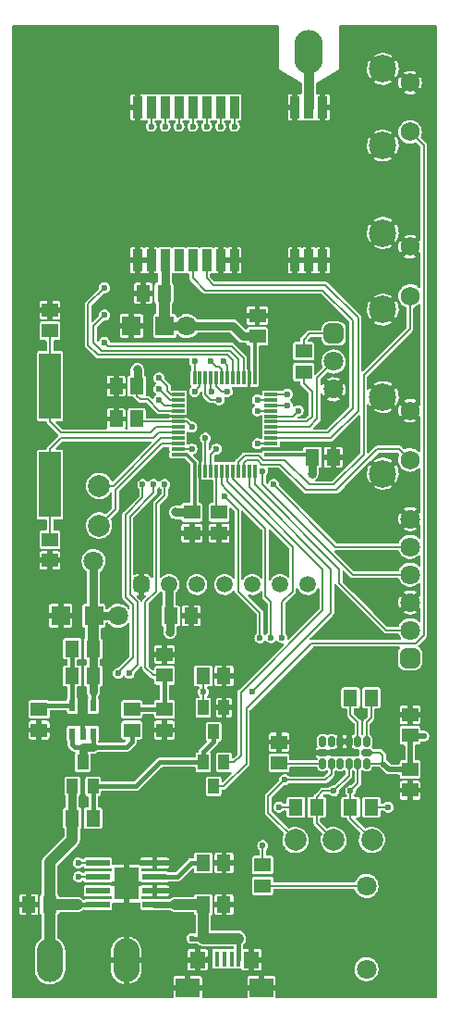
<source format=gbl>
G04 #@! TF.GenerationSoftware,KiCad,Pcbnew,(6.0.9)*
G04 #@! TF.CreationDate,2024-01-28T17:54:01+01:00*
G04 #@! TF.ProjectId,Spoke,53706f6b-652e-46b6-9963-61645f706362,1.1*
G04 #@! TF.SameCoordinates,PX5f5e100PY5f5e100*
G04 #@! TF.FileFunction,Copper,L2,Bot*
G04 #@! TF.FilePolarity,Positive*
%FSLAX46Y46*%
G04 Gerber Fmt 4.6, Leading zero omitted, Abs format (unit mm)*
G04 Created by KiCad (PCBNEW (6.0.9)) date 2024-01-28 17:54:01*
%MOMM*%
%LPD*%
G01*
G04 APERTURE LIST*
G04 Aperture macros list*
%AMRoundRect*
0 Rectangle with rounded corners*
0 $1 Rounding radius*
0 $2 $3 $4 $5 $6 $7 $8 $9 X,Y pos of 4 corners*
0 Add a 4 corners polygon primitive as box body*
4,1,4,$2,$3,$4,$5,$6,$7,$8,$9,$2,$3,0*
0 Add four circle primitives for the rounded corners*
1,1,$1+$1,$2,$3*
1,1,$1+$1,$4,$5*
1,1,$1+$1,$6,$7*
1,1,$1+$1,$8,$9*
0 Add four rect primitives between the rounded corners*
20,1,$1+$1,$2,$3,$4,$5,0*
20,1,$1+$1,$4,$5,$6,$7,0*
20,1,$1+$1,$6,$7,$8,$9,0*
20,1,$1+$1,$8,$9,$2,$3,0*%
G04 Aperture macros list end*
G04 #@! TA.AperFunction,ComponentPad*
%ADD10RoundRect,0.375000X-0.375000X-0.375000X0.375000X-0.375000X0.375000X0.375000X-0.375000X0.375000X0*%
G04 #@! TD*
G04 #@! TA.AperFunction,ComponentPad*
%ADD11C,1.500000*%
G04 #@! TD*
G04 #@! TA.AperFunction,SMDPad,CuDef*
%ADD12R,1.500000X1.300000*%
G04 #@! TD*
G04 #@! TA.AperFunction,SMDPad,CuDef*
%ADD13R,0.900000X2.000000*%
G04 #@! TD*
G04 #@! TA.AperFunction,SMDPad,CuDef*
%ADD14C,2.000000*%
G04 #@! TD*
G04 #@! TA.AperFunction,SMDPad,CuDef*
%ADD15R,1.300000X1.500000*%
G04 #@! TD*
G04 #@! TA.AperFunction,SMDPad,CuDef*
%ADD16R,0.600000X1.100000*%
G04 #@! TD*
G04 #@! TA.AperFunction,SMDPad,CuDef*
%ADD17R,2.200000X0.600000*%
G04 #@! TD*
G04 #@! TA.AperFunction,SMDPad,CuDef*
%ADD18R,2.290000X3.000000*%
G04 #@! TD*
G04 #@! TA.AperFunction,SMDPad,CuDef*
%ADD19R,0.450000X1.380000*%
G04 #@! TD*
G04 #@! TA.AperFunction,SMDPad,CuDef*
%ADD20R,1.425000X1.550000*%
G04 #@! TD*
G04 #@! TA.AperFunction,SMDPad,CuDef*
%ADD21R,2.200000X1.800000*%
G04 #@! TD*
G04 #@! TA.AperFunction,SMDPad,CuDef*
%ADD22R,1.000000X1.400000*%
G04 #@! TD*
G04 #@! TA.AperFunction,ComponentPad*
%ADD23C,1.750000*%
G04 #@! TD*
G04 #@! TA.AperFunction,ComponentPad*
%ADD24C,2.500000*%
G04 #@! TD*
G04 #@! TA.AperFunction,ComponentPad*
%ADD25C,1.800000*%
G04 #@! TD*
G04 #@! TA.AperFunction,SMDPad,CuDef*
%ADD26RoundRect,0.150000X0.150000X-0.325000X0.150000X0.325000X-0.150000X0.325000X-0.150000X-0.325000X0*%
G04 #@! TD*
G04 #@! TA.AperFunction,SMDPad,CuDef*
%ADD27RoundRect,0.150000X0.325000X-0.150000X0.325000X0.150000X-0.325000X0.150000X-0.325000X-0.150000X0*%
G04 #@! TD*
G04 #@! TA.AperFunction,ComponentPad*
%ADD28RoundRect,0.450000X0.450000X-0.450000X0.450000X0.450000X-0.450000X0.450000X-0.450000X-0.450000X0*%
G04 #@! TD*
G04 #@! TA.AperFunction,SMDPad,CuDef*
%ADD29O,2.400000X4.000000*%
G04 #@! TD*
G04 #@! TA.AperFunction,ComponentPad*
%ADD30RoundRect,0.450000X-0.450000X0.450000X-0.450000X-0.450000X0.450000X-0.450000X0.450000X0.450000X0*%
G04 #@! TD*
G04 #@! TA.AperFunction,ComponentPad*
%ADD31O,2.600000X4.000000*%
G04 #@! TD*
G04 #@! TA.AperFunction,SMDPad,CuDef*
%ADD32R,2.000000X6.000000*%
G04 #@! TD*
G04 #@! TA.AperFunction,SMDPad,CuDef*
%ADD33R,1.200000X0.300000*%
G04 #@! TD*
G04 #@! TA.AperFunction,SMDPad,CuDef*
%ADD34R,0.300000X1.200000*%
G04 #@! TD*
G04 #@! TA.AperFunction,SMDPad,CuDef*
%ADD35R,1.700000X1.800000*%
G04 #@! TD*
G04 #@! TA.AperFunction,ViaPad*
%ADD36C,0.600000*%
G04 #@! TD*
G04 #@! TA.AperFunction,ViaPad*
%ADD37C,0.800000*%
G04 #@! TD*
G04 #@! TA.AperFunction,ViaPad*
%ADD38C,1.800000*%
G04 #@! TD*
G04 #@! TA.AperFunction,Conductor*
%ADD39C,1.000000*%
G04 #@! TD*
G04 #@! TA.AperFunction,Conductor*
%ADD40C,0.450000*%
G04 #@! TD*
G04 #@! TA.AperFunction,Conductor*
%ADD41C,0.800000*%
G04 #@! TD*
G04 #@! TA.AperFunction,Conductor*
%ADD42C,0.200000*%
G04 #@! TD*
G04 #@! TA.AperFunction,Conductor*
%ADD43C,0.300000*%
G04 #@! TD*
G04 #@! TA.AperFunction,Conductor*
%ADD44C,0.500000*%
G04 #@! TD*
G04 #@! TA.AperFunction,Conductor*
%ADD45C,0.600000*%
G04 #@! TD*
G04 #@! TA.AperFunction,Conductor*
%ADD46C,0.900000*%
G04 #@! TD*
G04 APERTURE END LIST*
D10*
G04 #@! TO.P,U2,1,GND*
G04 #@! TO.N,GND*
X-7620000Y-6650000D03*
D11*
G04 #@! TO.P,U2,2,VDD*
G04 #@! TO.N,+3V3*
X-5080000Y-6650000D03*
G04 #@! TO.P,U2,3,SCK*
G04 #@! TO.N,LCD_SCK*
X-2540000Y-6650000D03*
G04 #@! TO.P,U2,4,SDA*
G04 #@! TO.N,LCD_MOSI*
X0Y-6650000D03*
G04 #@! TO.P,U2,5,RES*
G04 #@! TO.N,LCD_RESET*
X2540000Y-6650000D03*
G04 #@! TO.P,U2,6,DC*
G04 #@! TO.N,LCD_DC*
X5080000Y-6650000D03*
G04 #@! TO.P,U2,7,CS*
G04 #@! TO.N,LCD_CS*
X7620000Y-6650000D03*
G04 #@! TD*
D12*
G04 #@! TO.P,R14,1,1*
G04 #@! TO.N,GND*
X-5500000Y-19950000D03*
G04 #@! TO.P,R14,2,2*
G04 #@! TO.N,VBAT_SENSE*
X-5500000Y-18050000D03*
G04 #@! TD*
D13*
G04 #@! TO.P,U6,1,GND*
G04 #@! TO.N,GND*
X9000000Y23000000D03*
G04 #@! TO.P,U6,2,GND*
X7730000Y23000000D03*
G04 #@! TO.P,U6,3,GND*
X6460000Y23000000D03*
G04 #@! TO.P,U6,4,GND*
X890000Y23000000D03*
G04 #@! TO.P,U6,5,GND*
X-380000Y23000000D03*
G04 #@! TO.P,U6,6,RXEN*
G04 #@! TO.N,RF_RXEN*
X-1650000Y23000000D03*
G04 #@! TO.P,U6,7,TXEN*
G04 #@! TO.N,RF_TXEN*
X-2920000Y23000000D03*
G04 #@! TO.P,U6,8,DIO2*
G04 #@! TO.N,unconnected-(U6-Pad8)*
X-4190000Y23000000D03*
G04 #@! TO.P,U6,9,VCC*
G04 #@! TO.N,+3V3*
X-5460000Y23000000D03*
G04 #@! TO.P,U6,10,GND*
G04 #@! TO.N,GND*
X-6730000Y23000000D03*
G04 #@! TO.P,U6,11,GND*
X-8000000Y23000000D03*
G04 #@! TO.P,U6,12,GND*
X-8000000Y37000000D03*
G04 #@! TO.P,U6,13,DIO1*
G04 #@! TO.N,RF_IRQ*
X-6730000Y37000000D03*
G04 #@! TO.P,U6,14,BUSY*
G04 #@! TO.N,RF_BUSY*
X-5460000Y37000000D03*
G04 #@! TO.P,U6,15,NRST*
G04 #@! TO.N,RF_RESET*
X-4190000Y37000000D03*
G04 #@! TO.P,U6,16,MISO*
G04 #@! TO.N,RF_MISO*
X-2920000Y37000000D03*
G04 #@! TO.P,U6,17,MOSI*
G04 #@! TO.N,RF_MOSI*
X-1650000Y37000000D03*
G04 #@! TO.P,U6,18,SCK*
G04 #@! TO.N,RF_SCK*
X-380000Y37000000D03*
G04 #@! TO.P,U6,19,NSS*
G04 #@! TO.N,RF_CS*
X890000Y37000000D03*
G04 #@! TO.P,U6,20,GND*
G04 #@! TO.N,GND*
X6460000Y37000000D03*
G04 #@! TO.P,U6,21,ANT*
G04 #@! TO.N,/ANT*
X7730000Y37000000D03*
G04 #@! TO.P,U6,22,GND*
G04 #@! TO.N,GND*
X9000000Y37000000D03*
G04 #@! TD*
D14*
G04 #@! TO.P,X11,1,1*
G04 #@! TO.N,I2C_INT*
X6500000Y-30000000D03*
G04 #@! TD*
D15*
G04 #@! TO.P,C17,1,1*
G04 #@! TO.N,+3V3*
X-5550000Y20000000D03*
G04 #@! TO.P,C17,2,2*
G04 #@! TO.N,GND*
X-7450000Y20000000D03*
G04 #@! TD*
D16*
G04 #@! TO.P,U1,1,IN*
G04 #@! TO.N,VCC*
X-12050000Y-20300000D03*
G04 #@! TO.P,U1,2,GND*
G04 #@! TO.N,GND*
X-13000000Y-20300000D03*
G04 #@! TO.P,U1,3,EN*
G04 #@! TO.N,VCC*
X-13950000Y-20300000D03*
G04 #@! TO.P,U1,4,NR*
G04 #@! TO.N,Net-(C6-Pad1)*
X-13950000Y-17700000D03*
G04 #@! TO.P,U1,5,OUT*
G04 #@! TO.N,+3V3*
X-12050000Y-17700000D03*
G04 #@! TD*
D12*
G04 #@! TO.P,R7,1,1*
G04 #@! TO.N,BOOT0*
X-500000Y-50000D03*
G04 #@! TO.P,R7,2,2*
G04 #@! TO.N,GND*
X-500000Y-1950000D03*
G04 #@! TD*
D17*
G04 #@! TO.P,U5,1,TEMP*
G04 #@! TO.N,GND*
X-6400000Y-32095000D03*
G04 #@! TO.P,U5,2,PROG*
G04 #@! TO.N,Net-(R8-Pad2)*
X-6400000Y-33365000D03*
G04 #@! TO.P,U5,3,GND*
G04 #@! TO.N,GND*
X-6400000Y-34635000D03*
G04 #@! TO.P,U5,4,VCC*
G04 #@! TO.N,Net-(C12-Pad2)*
X-6400000Y-35905000D03*
G04 #@! TO.P,U5,5,BAT*
G04 #@! TO.N,+BATT*
X-11600000Y-35905000D03*
G04 #@! TO.P,U5,6,~{STDBY}*
G04 #@! TO.N,unconnected-(U5-Pad6)*
X-11600000Y-34635000D03*
G04 #@! TO.P,U5,7,~{CHRG}*
G04 #@! TO.N,Net-(D2-Pad1)*
X-11600000Y-33365000D03*
G04 #@! TO.P,U5,8,CE*
G04 #@! TO.N,Net-(C12-Pad2)*
X-11600000Y-32095000D03*
D18*
G04 #@! TO.P,U5,9,EXPOSED_PAD*
G04 #@! TO.N,GND*
X-9000000Y-34000000D03*
G04 #@! TD*
D12*
G04 #@! TO.P,C9,1,1*
G04 #@! TO.N,Net-(C9-Pad1)*
X-16000000Y16550000D03*
G04 #@! TO.P,C9,2,2*
G04 #@! TO.N,GND*
X-16000000Y18450000D03*
G04 #@! TD*
D19*
G04 #@! TO.P,X7,1,VBUS*
G04 #@! TO.N,Net-(C12-Pad2)*
X1300000Y-40890000D03*
G04 #@! TO.P,X7,2,D-*
G04 #@! TO.N,unconnected-(X7-Pad2)*
X650000Y-40890000D03*
G04 #@! TO.P,X7,3,D+*
G04 #@! TO.N,unconnected-(X7-Pad3)*
X0Y-40890000D03*
G04 #@! TO.P,X7,4,ID*
G04 #@! TO.N,unconnected-(X7-Pad4)*
X-650000Y-40890000D03*
G04 #@! TO.P,X7,5,GND*
G04 #@! TO.N,GND*
X-1300000Y-40890000D03*
D20*
G04 #@! TO.P,X7,6,Shield*
X-2487500Y-40975000D03*
D21*
X-3375000Y-43550000D03*
X3375000Y-43550000D03*
D20*
X2487500Y-40975000D03*
G04 #@! TD*
D15*
G04 #@! TO.P,R8,1,1*
G04 #@! TO.N,GND*
X-50000Y-32095000D03*
G04 #@! TO.P,R8,2,2*
G04 #@! TO.N,Net-(R8-Pad2)*
X-1950000Y-32095000D03*
G04 #@! TD*
G04 #@! TO.P,C12,1,1*
G04 #@! TO.N,GND*
X-50000Y-35905000D03*
G04 #@! TO.P,C12,2,2*
G04 #@! TO.N,Net-(C12-Pad2)*
X-1950000Y-35905000D03*
G04 #@! TD*
D14*
G04 #@! TO.P,X10,1,1*
G04 #@! TO.N,I2C_SDA*
X10000000Y-30000000D03*
G04 #@! TD*
D15*
G04 #@! TO.P,C6,1,1*
G04 #@! TO.N,Net-(C6-Pad1)*
X-13950000Y-12500000D03*
G04 #@! TO.P,C6,2,2*
G04 #@! TO.N,+3V3*
X-12050000Y-12500000D03*
G04 #@! TD*
G04 #@! TO.P,R1,1,1*
G04 #@! TO.N,+BATT*
X-13950000Y-28000000D03*
G04 #@! TO.P,R1,2,2*
G04 #@! TO.N,Net-(D1-Pad1)*
X-12050000Y-28000000D03*
G04 #@! TD*
G04 #@! TO.P,R5,1,1*
G04 #@! TO.N,GND*
X-50000Y-15000000D03*
G04 #@! TO.P,R5,2,2*
G04 #@! TO.N,PWR_HOLD*
X-1950000Y-15000000D03*
G04 #@! TD*
D22*
G04 #@! TO.P,Q1,1,G*
G04 #@! TO.N,Net-(D1-Pad1)*
X-12050000Y-25100000D03*
G04 #@! TO.P,Q1,2,S*
G04 #@! TO.N,+BATT*
X-13950000Y-25100000D03*
G04 #@! TO.P,Q1,3,D*
G04 #@! TO.N,VCC*
X-13000000Y-22900000D03*
G04 #@! TD*
D23*
G04 #@! TO.P,SW3,1,1*
G04 #@! TO.N,BTN_ESC*
X17000000Y4750000D03*
D24*
G04 #@! TO.P,SW3,2,2*
G04 #@! TO.N,GND*
X14510000Y10510000D03*
D23*
X17000000Y9250000D03*
D24*
X14510000Y3500000D03*
G04 #@! TD*
D12*
G04 #@! TO.P,R4,1,1*
G04 #@! TO.N,Net-(R4-Pad1)*
X7250000Y14700000D03*
G04 #@! TO.P,R4,2,2*
G04 #@! TO.N,CONSOLE_TX*
X7250000Y12800000D03*
G04 #@! TD*
D25*
G04 #@! TO.P,LS1,1,1*
G04 #@! TO.N,Net-(LS1-Pad1)*
X13000000Y-34200000D03*
G04 #@! TO.P,LS1,2,2*
G04 #@! TO.N,BUZZER_N*
X13000000Y-41800000D03*
G04 #@! TD*
D12*
G04 #@! TO.P,C14,1,1*
G04 #@! TO.N,+3V3*
X17000000Y-23550000D03*
G04 #@! TO.P,C14,2,2*
G04 #@! TO.N,GND*
X17000000Y-25450000D03*
G04 #@! TD*
D15*
G04 #@! TO.P,R2,1,1*
G04 #@! TO.N,+3V3*
X-12050000Y-15000000D03*
G04 #@! TO.P,R2,2,2*
G04 #@! TO.N,Net-(C6-Pad1)*
X-13950000Y-15000000D03*
G04 #@! TD*
D12*
G04 #@! TO.P,C19,1,1*
G04 #@! TO.N,GND*
X5000000Y-21050000D03*
G04 #@! TO.P,C19,2,2*
G04 #@! TO.N,Net-(C19-Pad2)*
X5000000Y-22950000D03*
G04 #@! TD*
G04 #@! TO.P,C20,1,1*
G04 #@! TO.N,VBAT_SENSE*
X-5500000Y-14950000D03*
G04 #@! TO.P,C20,2,2*
G04 #@! TO.N,GND*
X-5500000Y-13050000D03*
G04 #@! TD*
D26*
G04 #@! TO.P,U7,1,VDD_IO*
G04 #@! TO.N,+3V3*
X13000000Y-23000000D03*
G04 #@! TO.P,U7,2,SCL*
G04 #@! TO.N,I2C_SCL*
X12200000Y-23000000D03*
G04 #@! TO.P,U7,3,SDA*
G04 #@! TO.N,I2C_SDA*
X11400000Y-23000000D03*
G04 #@! TO.P,U7,4,INT2*
G04 #@! TO.N,unconnected-(U7-Pad4)*
X10600000Y-23000000D03*
G04 #@! TO.P,U7,5,INT1*
G04 #@! TO.N,I2C_INT*
X9800000Y-23000000D03*
G04 #@! TO.P,U7,6,C1*
G04 #@! TO.N,Net-(C19-Pad2)*
X9000000Y-23000000D03*
D27*
G04 #@! TO.P,U7,7,GND*
G04 #@! TO.N,GND*
X9000000Y-22000000D03*
D26*
G04 #@! TO.P,U7,8,RES_(NC)*
G04 #@! TO.N,unconnected-(U7-Pad8)*
X9000000Y-21000000D03*
G04 #@! TO.P,U7,9,DRDY*
G04 #@! TO.N,unconnected-(U7-Pad9)*
X9800000Y-21000000D03*
G04 #@! TO.P,U7,10,RES_(GND)*
G04 #@! TO.N,GND*
X10600000Y-21000000D03*
G04 #@! TO.P,U7,11,RES_(GND)*
X11400000Y-21000000D03*
G04 #@! TO.P,U7,12,SETP*
G04 #@! TO.N,Net-(C18-Pad2)*
X12200000Y-21000000D03*
G04 #@! TO.P,U7,13,SETC*
G04 #@! TO.N,Net-(C18-Pad1)*
X13000000Y-21000000D03*
D27*
G04 #@! TO.P,U7,14,VDD*
G04 #@! TO.N,+3V3*
X13000000Y-22000000D03*
G04 #@! TD*
D15*
G04 #@! TO.P,R9,1,1*
G04 #@! TO.N,I2C_SCL*
X11550000Y-27000000D03*
G04 #@! TO.P,R9,2,2*
G04 #@! TO.N,+3V3*
X13450000Y-27000000D03*
G04 #@! TD*
D28*
G04 #@! TO.P,X6,1,1*
G04 #@! TO.N,+3V3*
X17000000Y-13350000D03*
D25*
G04 #@! TO.P,X6,2,2*
G04 #@! TO.N,SWD_CLK*
X17000000Y-10810000D03*
G04 #@! TO.P,X6,3,3*
G04 #@! TO.N,GND*
X17000000Y-8270000D03*
G04 #@! TO.P,X6,4,4*
G04 #@! TO.N,SWD_IO*
X17000000Y-5730000D03*
G04 #@! TO.P,X6,5,5*
G04 #@! TO.N,MCU_RESET*
X17000000Y-3190000D03*
G04 #@! TO.P,X6,6,6*
G04 #@! TO.N,GND*
X17000000Y-650000D03*
G04 #@! TD*
D29*
G04 #@! TO.P,X2,1,1*
G04 #@! TO.N,GND*
X-9000000Y-41000000D03*
G04 #@! TD*
D30*
G04 #@! TO.P,X3,1,1*
G04 #@! TO.N,Net-(R4-Pad1)*
X10000000Y16290000D03*
D25*
G04 #@! TO.P,X3,2,2*
G04 #@! TO.N,CONSOLE_RX*
X10000000Y13750000D03*
G04 #@! TO.P,X3,3,3*
G04 #@! TO.N,GND*
X10000000Y11210000D03*
G04 #@! TD*
D15*
G04 #@! TO.P,C1,1,1*
G04 #@! TO.N,+3V3*
X-8050000Y11500000D03*
G04 #@! TO.P,C1,2,2*
G04 #@! TO.N,GND*
X-9950000Y11500000D03*
G04 #@! TD*
D29*
G04 #@! TO.P,X1,1,1*
G04 #@! TO.N,+BATT*
X-16000000Y-41000000D03*
G04 #@! TD*
D31*
G04 #@! TO.P,X8,1,1*
G04 #@! TO.N,/ANT*
X7730000Y42100000D03*
G04 #@! TD*
D22*
G04 #@! TO.P,D1,1*
G04 #@! TO.N,Net-(D1-Pad1)*
X-1950000Y-22900000D03*
G04 #@! TO.P,D1,2*
G04 #@! TO.N,BTN_PWR*
X-50000Y-22900000D03*
G04 #@! TO.P,D1,3*
G04 #@! TO.N,Net-(D1-Pad3)*
X-1000000Y-25100000D03*
G04 #@! TD*
D15*
G04 #@! TO.P,C7,1,1*
G04 #@! TO.N,+3V3*
X-4950000Y-9500000D03*
G04 #@! TO.P,C7,2,2*
G04 #@! TO.N,GND*
X-3050000Y-9500000D03*
G04 #@! TD*
D12*
G04 #@! TO.P,C15,1,1*
G04 #@! TO.N,GND*
X17000000Y-18550000D03*
G04 #@! TO.P,C15,2,2*
G04 #@! TO.N,+3V3*
X17000000Y-20450000D03*
G04 #@! TD*
D14*
G04 #@! TO.P,X9,1,1*
G04 #@! TO.N,I2C_SCL*
X13500000Y-30000000D03*
G04 #@! TD*
D12*
G04 #@! TO.P,C4,1,1*
G04 #@! TO.N,+3V3*
X-3000000Y-50000D03*
G04 #@! TO.P,C4,2,2*
G04 #@! TO.N,GND*
X-3000000Y-1950000D03*
G04 #@! TD*
D22*
G04 #@! TO.P,Q2,1,G*
G04 #@! TO.N,PWR_HOLD*
X-1950000Y-17900000D03*
G04 #@! TO.P,Q2,2,S*
G04 #@! TO.N,GND*
X-50000Y-17900000D03*
G04 #@! TO.P,Q2,3,D*
G04 #@! TO.N,Net-(D1-Pad1)*
X-1000000Y-20100000D03*
G04 #@! TD*
D23*
G04 #@! TO.P,SW2,1,1*
G04 #@! TO.N,BTN_OK*
X17000000Y19750000D03*
D24*
G04 #@! TO.P,SW2,2,2*
G04 #@! TO.N,GND*
X14510000Y18500000D03*
X14510000Y25510000D03*
D23*
X17000000Y24250000D03*
G04 #@! TD*
G04 #@! TO.P,SW1,1,1*
G04 #@! TO.N,Net-(D1-Pad3)*
X17000000Y34750000D03*
D24*
G04 #@! TO.P,SW1,2,2*
G04 #@! TO.N,GND*
X14510000Y40510000D03*
D23*
X17000000Y39250000D03*
D24*
X14510000Y33500000D03*
G04 #@! TD*
D32*
G04 #@! TO.P,XTAL1,1,1*
G04 #@! TO.N,Net-(C8-Pad1)*
X-16000000Y2500000D03*
G04 #@! TO.P,XTAL1,2,2*
G04 #@! TO.N,Net-(C9-Pad1)*
X-16000000Y11500000D03*
G04 #@! TD*
D33*
G04 #@! TO.P,U3,1,VBAT*
G04 #@! TO.N,+3V3*
X-4250000Y5250000D03*
G04 #@! TO.P,U3,2,PC13*
G04 #@! TO.N,I2C_INT*
X-4250000Y5750000D03*
G04 #@! TO.P,U3,3,PC14*
G04 #@! TO.N,Net-(U3-Pad3)*
X-4250000Y6250000D03*
G04 #@! TO.P,U3,4,PC15*
G04 #@! TO.N,Net-(U3-Pad4)*
X-4250000Y6750000D03*
G04 #@! TO.P,U3,5,PD0*
G04 #@! TO.N,Net-(C8-Pad1)*
X-4250000Y7250000D03*
G04 #@! TO.P,U3,6,PD1*
G04 #@! TO.N,Net-(C9-Pad1)*
X-4250000Y7750000D03*
G04 #@! TO.P,U3,7,NRST*
G04 #@! TO.N,MCU_RESET*
X-4250000Y8250000D03*
G04 #@! TO.P,U3,8,VSSA*
G04 #@! TO.N,GND*
X-4250000Y8750000D03*
G04 #@! TO.P,U3,9,VDDA*
G04 #@! TO.N,+3V3*
X-4250000Y9250000D03*
G04 #@! TO.P,U3,10,PA0*
G04 #@! TO.N,BUZZER_P*
X-4250000Y9750000D03*
G04 #@! TO.P,U3,11,PA1*
G04 #@! TO.N,BUZZER_N*
X-4250000Y10250000D03*
G04 #@! TO.P,U3,12,PA2*
G04 #@! TO.N,VBAT_SENSE*
X-4250000Y10750000D03*
D34*
G04 #@! TO.P,U3,13,PA3*
G04 #@! TO.N,RF_RESET*
X-2750000Y12250000D03*
G04 #@! TO.P,U3,14,PA4*
G04 #@! TO.N,RF_CS*
X-2250000Y12250000D03*
G04 #@! TO.P,U3,15,PA5*
G04 #@! TO.N,RF_SCK*
X-1750000Y12250000D03*
G04 #@! TO.P,U3,16,PA6*
G04 #@! TO.N,RF_MISO*
X-1250000Y12250000D03*
G04 #@! TO.P,U3,17,PA7*
G04 #@! TO.N,RF_MOSI*
X-750000Y12250000D03*
G04 #@! TO.P,U3,18,PB0*
G04 #@! TO.N,RF_IRQ*
X-250000Y12250000D03*
G04 #@! TO.P,U3,19,PB1*
G04 #@! TO.N,RF_BUSY*
X250000Y12250000D03*
G04 #@! TO.P,U3,20,PB2*
G04 #@! TO.N,GPS_PPS*
X750000Y12250000D03*
G04 #@! TO.P,U3,21,PB10*
G04 #@! TO.N,GPS_CONF*
X1250000Y12250000D03*
G04 #@! TO.P,U3,22,PB11*
G04 #@! TO.N,GPS_NMEA*
X1750000Y12250000D03*
G04 #@! TO.P,U3,23,VSS_1*
G04 #@! TO.N,GND*
X2250000Y12250000D03*
G04 #@! TO.P,U3,24,VDD_1*
G04 #@! TO.N,+3V3*
X2750000Y12250000D03*
D33*
G04 #@! TO.P,U3,25,PB12*
G04 #@! TO.N,LCD_CS*
X4250000Y10750000D03*
G04 #@! TO.P,U3,26,PB13*
G04 #@! TO.N,LCD_SCK*
X4250000Y10250000D03*
G04 #@! TO.P,U3,27,PB14*
G04 #@! TO.N,LCD_RESET*
X4250000Y9750000D03*
G04 #@! TO.P,U3,28,PB15*
G04 #@! TO.N,LCD_MOSI*
X4250000Y9250000D03*
G04 #@! TO.P,U3,29,PA8*
G04 #@! TO.N,LCD_DC*
X4250000Y8750000D03*
G04 #@! TO.P,U3,30,PA9*
G04 #@! TO.N,CONSOLE_TX*
X4250000Y8250000D03*
G04 #@! TO.P,U3,31,PA10*
G04 #@! TO.N,CONSOLE_RX*
X4250000Y7750000D03*
G04 #@! TO.P,U3,32,PA11*
G04 #@! TO.N,RF_TXEN*
X4250000Y7250000D03*
G04 #@! TO.P,U3,33,PA12*
G04 #@! TO.N,RF_RXEN*
X4250000Y6750000D03*
G04 #@! TO.P,U3,34,PA13*
G04 #@! TO.N,SWD_IO*
X4250000Y6250000D03*
G04 #@! TO.P,U3,35,VSS_2*
G04 #@! TO.N,GND*
X4250000Y5750000D03*
G04 #@! TO.P,U3,36,VDD_2*
G04 #@! TO.N,+3V3*
X4250000Y5250000D03*
D34*
G04 #@! TO.P,U3,37,PA14*
G04 #@! TO.N,SWD_CLK*
X2750000Y3750000D03*
G04 #@! TO.P,U3,38,PA15*
G04 #@! TO.N,PWR_HOLD*
X2250000Y3750000D03*
G04 #@! TO.P,U3,39,PB3*
G04 #@! TO.N,BTN_ESC*
X1750000Y3750000D03*
G04 #@! TO.P,U3,40,PB4*
G04 #@! TO.N,BTN_OK*
X1250000Y3750000D03*
G04 #@! TO.P,U3,41,PB5*
G04 #@! TO.N,BTN_PWR*
X750000Y3750000D03*
G04 #@! TO.P,U3,42,PB6*
G04 #@! TO.N,I2C_SCL*
X250000Y3750000D03*
G04 #@! TO.P,U3,43,PB7*
G04 #@! TO.N,I2C_SDA*
X-250000Y3750000D03*
G04 #@! TO.P,U3,44,BOOT0*
G04 #@! TO.N,BOOT0*
X-750000Y3750000D03*
G04 #@! TO.P,U3,45,PB8*
G04 #@! TO.N,LED_RED*
X-1250000Y3750000D03*
G04 #@! TO.P,U3,46,PB9*
G04 #@! TO.N,LED_GREEN*
X-1750000Y3750000D03*
G04 #@! TO.P,U3,47,VSS_3*
G04 #@! TO.N,GND*
X-2250000Y3750000D03*
G04 #@! TO.P,U3,48,VDD_3*
G04 #@! TO.N,+3V3*
X-2750000Y3750000D03*
G04 #@! TD*
D15*
G04 #@! TO.P,C3,1,1*
G04 #@! TO.N,+3V3*
X8050000Y5000000D03*
G04 #@! TO.P,C3,2,2*
G04 #@! TO.N,GND*
X9950000Y5000000D03*
G04 #@! TD*
G04 #@! TO.P,C11,1,1*
G04 #@! TO.N,MCU_RESET*
X-8050000Y8500000D03*
G04 #@! TO.P,C11,2,2*
G04 #@! TO.N,GND*
X-9950000Y8500000D03*
G04 #@! TD*
G04 #@! TO.P,C13,1,1*
G04 #@! TO.N,GND*
X-17950000Y-35905000D03*
G04 #@! TO.P,C13,2,2*
G04 #@! TO.N,+BATT*
X-16050000Y-35905000D03*
G04 #@! TD*
D12*
G04 #@! TO.P,R3,1,1*
G04 #@! TO.N,GND*
X-17000000Y-19950000D03*
G04 #@! TO.P,R3,2,2*
G04 #@! TO.N,Net-(C6-Pad1)*
X-17000000Y-18050000D03*
G04 #@! TD*
G04 #@! TO.P,R12,1,1*
G04 #@! TO.N,VBAT_SENSE*
X-8500000Y-18050000D03*
G04 #@! TO.P,R12,2,2*
G04 #@! TO.N,VCC*
X-8500000Y-19950000D03*
G04 #@! TD*
G04 #@! TO.P,C2,1,1*
G04 #@! TO.N,+3V3*
X3000000Y16050000D03*
G04 #@! TO.P,C2,2,2*
G04 #@! TO.N,GND*
X3000000Y17950000D03*
G04 #@! TD*
D35*
G04 #@! TO.P,C16,1,1*
G04 #@! TO.N,+3V3*
X-5475000Y17000000D03*
G04 #@! TO.P,C16,2,2*
G04 #@! TO.N,GND*
X-8525000Y17000000D03*
G04 #@! TD*
D14*
G04 #@! TO.P,X5,1,1*
G04 #@! TO.N,Net-(U3-Pad4)*
X-11500000Y2375000D03*
G04 #@! TD*
G04 #@! TO.P,X4,1,1*
G04 #@! TO.N,Net-(U3-Pad3)*
X-11500000Y-1250000D03*
G04 #@! TD*
D35*
G04 #@! TO.P,C5,1,1*
G04 #@! TO.N,+3V3*
X-11975000Y-9500000D03*
G04 #@! TO.P,C5,2,2*
G04 #@! TO.N,GND*
X-15025000Y-9500000D03*
G04 #@! TD*
D12*
G04 #@! TO.P,C8,1,1*
G04 #@! TO.N,Net-(C8-Pad1)*
X-16000000Y-2550000D03*
G04 #@! TO.P,C8,2,2*
G04 #@! TO.N,GND*
X-16000000Y-4450000D03*
G04 #@! TD*
D15*
G04 #@! TO.P,R10,1,1*
G04 #@! TO.N,I2C_SDA*
X8450000Y-27000000D03*
G04 #@! TO.P,R10,2,2*
G04 #@! TO.N,+3V3*
X6550000Y-27000000D03*
G04 #@! TD*
D12*
G04 #@! TO.P,R15,1,1*
G04 #@! TO.N,BUZZER_P*
X3500000Y-32300000D03*
G04 #@! TO.P,R15,2,2*
G04 #@! TO.N,Net-(LS1-Pad1)*
X3500000Y-34200000D03*
G04 #@! TD*
D15*
G04 #@! TO.P,C18,1,1*
G04 #@! TO.N,Net-(C18-Pad1)*
X13450000Y-17000000D03*
G04 #@! TO.P,C18,2,2*
G04 #@! TO.N,Net-(C18-Pad2)*
X11550000Y-17000000D03*
G04 #@! TD*
D36*
G04 #@! TO.N,GND*
X17000000Y14000000D03*
X6500000Y-21000000D03*
X11000000Y40000000D03*
X-500000Y19500000D03*
X9500000Y-1000000D03*
X-19000000Y0D03*
X6500000Y35000000D03*
X-14000000Y0D03*
X-3000000Y-8000000D03*
X1500000Y6000000D03*
X11000000Y-40000000D03*
X-19000000Y8000000D03*
X-7500000Y18500000D03*
X19000000Y32000000D03*
X0Y-34000000D03*
X11000000Y-8500000D03*
X4000000Y44000000D03*
X-15000000Y44000000D03*
X-4000000Y-16500000D03*
X19000000Y-28000000D03*
X-13500000Y-19000000D03*
X-10500000Y6000000D03*
X17000000Y7000000D03*
X-3000000Y6750000D03*
X-11000000Y19000000D03*
X-17000000Y-22000000D03*
X10500000Y28000000D03*
X11000000Y-44000000D03*
X9500000Y-11250000D03*
X1000000Y8000000D03*
X-19000000Y-34500000D03*
X-19000000Y28000000D03*
X-11000000Y-41000000D03*
X-3000000Y8750000D03*
X-19000000Y4000000D03*
X5500000Y-5000000D03*
X10500000Y32000000D03*
X2750000Y-27000000D03*
X-9000000Y-37000000D03*
X19000000Y44000000D03*
X-5500000Y28000000D03*
X4300000Y12200000D03*
X-19000000Y40000000D03*
X-9500000Y32000000D03*
X-4500000Y1500000D03*
X-12500000Y36000000D03*
X1500000Y18000000D03*
X-2000000Y25000000D03*
X17000000Y37000000D03*
X4500000Y3500000D03*
X-19000000Y-4000000D03*
X7000000Y1000000D03*
X-13000000Y8500000D03*
X-12000000Y8500000D03*
X15000000Y44000000D03*
X2500000Y-2500000D03*
X17000000Y-27000000D03*
X-5000000Y-4500000D03*
X0Y5000000D03*
X19000000Y-4000000D03*
X19000000Y-44000000D03*
X5700000Y13600000D03*
X-4500000Y-34500000D03*
X-12500000Y39000000D03*
X-500000Y9000000D03*
X5700000Y12200000D03*
X-16000000Y28000000D03*
X-9000000Y1500000D03*
D37*
X-500000Y-3500000D03*
D36*
X-12500000Y32000000D03*
X19000000Y-12000000D03*
X15500000Y-18500000D03*
X19000000Y28000000D03*
X-7000000Y44000000D03*
X-14000000Y-4500000D03*
D37*
X-10250000Y17000000D03*
D36*
X19000000Y-32000000D03*
X-9500000Y21000000D03*
X-19000000Y-37500000D03*
X14750000Y-4250000D03*
X-9000000Y-38000000D03*
X11750000Y-30000000D03*
X10500000Y21000000D03*
X-4500000Y-25500000D03*
X15000000Y-36000000D03*
X-6000000Y13500000D03*
X-3000000Y40000000D03*
X17000000Y29500000D03*
X3250000Y-8250000D03*
X0Y16000000D03*
X11000000Y500000D03*
X1500000Y19500000D03*
X19000000Y-16000000D03*
X-9500000Y37000000D03*
D37*
X3000000Y19500000D03*
D36*
X-16500000Y32000000D03*
X-16000000Y24000000D03*
X19000000Y24000000D03*
X0Y-13500000D03*
X19000000Y0D03*
X-5500000Y25000000D03*
X-9500000Y28500000D03*
X-19000000Y36000000D03*
X-9000000Y4500000D03*
X6000000Y-44000000D03*
X-7500000Y-4500000D03*
X-7500000Y21500000D03*
X6500000Y39000000D03*
X500000Y-20000000D03*
X5500000Y2500000D03*
X-16000000Y-6000000D03*
X6000000Y-10500000D03*
X-7000000Y-41000000D03*
X-9000000Y-44000000D03*
X4000000Y40000000D03*
X-9500000Y23000000D03*
X9500000Y-16000000D03*
X-14000000Y8500000D03*
D37*
X11250000Y5000000D03*
D36*
X-19000000Y-32000000D03*
X-6500000Y4500000D03*
X14500000Y37000000D03*
X11000000Y44000000D03*
X-7500000Y6000000D03*
X1000000Y44000000D03*
X-5000000Y-2000000D03*
X-19000000Y32000000D03*
X1500000Y9500000D03*
X-19000000Y-12000000D03*
X-7000000Y-39500000D03*
X-15500000Y-20000000D03*
X-16500000Y-9500000D03*
X-19000000Y-24000000D03*
X-8000000Y35000000D03*
X-19000000Y44000000D03*
X10500000Y25000000D03*
X2500000Y7500000D03*
X14000000Y-7000000D03*
X0Y-8000000D03*
X3000000Y11049503D03*
D37*
X-10000000Y13000000D03*
D36*
X14000000Y-25000000D03*
X0Y7000000D03*
X19000000Y-36000000D03*
X13500000Y16000000D03*
X-9500000Y25000000D03*
X-3000000Y44000000D03*
X2750000Y-24500000D03*
D37*
X-3000000Y-3500000D03*
D36*
X-7500000Y-2000000D03*
X-19000000Y-28000000D03*
X-9000000Y-31500000D03*
X0Y-30000000D03*
X0Y-44000000D03*
X13000000Y-10500000D03*
X-6000000Y-28000000D03*
X19000000Y20000000D03*
X-15000000Y-44000000D03*
X5000000Y37000000D03*
X-11000000Y-39500000D03*
X9000000Y35000000D03*
X-15000000Y-8000000D03*
X-11000000Y44000000D03*
X1000000Y25000000D03*
X-19000000Y20000000D03*
X-10000000Y-4500000D03*
X-19000000Y12000000D03*
X19000000Y40000000D03*
X-9000000Y-28000000D03*
X19000000Y-8000000D03*
X8250000Y-30000000D03*
X-19000000Y-40000000D03*
X-19000000Y24000000D03*
X14500000Y29500000D03*
X-12000000Y4500000D03*
X0Y-11000000D03*
X5750000Y6000000D03*
X10500000Y37000000D03*
X6000000Y-36000000D03*
X-10500000Y-20000000D03*
X-2000000Y2250000D03*
X-8000000Y39000000D03*
X1500000Y-15000000D03*
X9500000Y-13500000D03*
X5000000Y-41000000D03*
X-3500000Y3000000D03*
X-11000000Y-42500000D03*
X10500000Y23000000D03*
X9500000Y-18500000D03*
X-3500000Y18500000D03*
X6500000Y32000000D03*
X-6750000Y8926089D03*
X-5500000Y32000000D03*
X-12500000Y28000000D03*
X-19000000Y-16000000D03*
X-7000000Y-42500000D03*
X-4000000Y-20000000D03*
X-9000000Y-34000000D03*
X-5000000Y12500000D03*
X0Y-37500000D03*
X12500000Y-13500000D03*
D37*
X-10000000Y10000000D03*
D36*
X-7000000Y-21500000D03*
D37*
X-9000000Y20000000D03*
D36*
X-10000000Y-11000000D03*
X-5000000Y-41000000D03*
X-11000000Y22000000D03*
X1000000Y40000000D03*
X-13500000Y6000000D03*
X-19000000Y-8000000D03*
X19000000Y12000000D03*
X19000000Y36000000D03*
X-2000000Y28000000D03*
X19000000Y16000000D03*
X15000000Y-32000000D03*
X-3000000Y-28000000D03*
X2500000Y23000000D03*
X14500000Y7000000D03*
X6000000Y-40000000D03*
X19000000Y4000000D03*
X9000000Y39000000D03*
X-16000000Y20000000D03*
X-19000000Y-44000000D03*
X17000000Y22000000D03*
X-12500000Y25000000D03*
X15000000Y-40000000D03*
X-12500000Y-19000000D03*
X11000000Y-2000000D03*
X6750000Y-8250000D03*
X11000000Y-36000000D03*
X6500000Y-18500000D03*
X-15000000Y-11000000D03*
X15000000Y-44000000D03*
X-19000000Y-20000000D03*
X-4000000Y-13000000D03*
X19000000Y-25000000D03*
X-19000000Y16000000D03*
X14500000Y22000000D03*
X19000000Y8000000D03*
X6500000Y-16000000D03*
D37*
X-3000000Y-11000000D03*
D36*
X19000000Y-40000000D03*
D38*
G04 #@! TO.N,+3V3*
X-9750000Y-9500000D03*
D36*
X5000000Y-27000000D03*
D38*
X-12000000Y-4500000D03*
D37*
X-8000000Y13000000D03*
D36*
X15000000Y-27000000D03*
D37*
X-4500000Y-50000D03*
D36*
X18250000Y-20500000D03*
D37*
X-5000000Y-11000000D03*
D38*
X-3449500Y17000000D03*
D37*
X8000000Y3500000D03*
D36*
G04 #@! TO.N,MCU_RESET*
X4500000Y2500000D03*
X-3000000Y7750000D03*
G04 #@! TO.N,BUZZER_N*
X-8750000Y-14750000D03*
X-6500000Y2500000D03*
X-6000000Y11250000D03*
G04 #@! TO.N,VBAT_SENSE*
X-6000000Y12250000D03*
X-5500000Y2500000D03*
G04 #@! TO.N,LED_RED*
X-750000Y5750000D03*
G04 #@! TO.N,LED_GREEN*
X-1750000Y6750000D03*
G04 #@! TO.N,BUZZER_P*
X-6000000Y10250000D03*
X-9750000Y-14750000D03*
X3500000Y-30500000D03*
X-7500000Y2500000D03*
G04 #@! TO.N,Net-(C12-Pad2)*
X-3000000Y-39000000D03*
X-13405000Y-32095000D03*
G04 #@! TO.N,PWR_HOLD*
X-1950000Y-16450000D03*
X2500000Y-16450000D03*
G04 #@! TO.N,LCD_CS*
X5750000Y10750000D03*
G04 #@! TO.N,LCD_SCK*
X3000000Y10250000D03*
G04 #@! TO.N,LCD_DC*
X6750000Y9250000D03*
G04 #@! TO.N,LCD_MOSI*
X3000000Y9250000D03*
G04 #@! TO.N,GPS_CONF*
X-11000000Y18000000D03*
G04 #@! TO.N,GPS_NMEA*
X-11000000Y15500000D03*
G04 #@! TO.N,GPS_PPS*
X-11000000Y20500000D03*
G04 #@! TO.N,SWD_IO*
X3000000Y6250000D03*
X3500000Y3750000D03*
G04 #@! TO.N,RF_CS*
X890000Y35250000D03*
X-2750000Y11000000D03*
G04 #@! TO.N,RF_SCK*
X-500000Y10250000D03*
X-380000Y35250000D03*
G04 #@! TO.N,RF_MISO*
X-2920000Y35250000D03*
X-1150500Y11000000D03*
G04 #@! TO.N,RF_MOSI*
X236444Y11013556D03*
X-1650000Y35250000D03*
G04 #@! TO.N,I2C_INT*
X-3000000Y5750000D03*
X5500000Y-24500000D03*
X3250000Y-11513975D03*
X-46399Y1453601D03*
G04 #@! TO.N,RF_RESET*
X-4190000Y35250000D03*
X-2750000Y13750000D03*
G04 #@! TO.N,RF_IRQ*
X-6730000Y35250000D03*
X-1250000Y13750000D03*
G04 #@! TO.N,RF_BUSY*
X-5460000Y35250000D03*
X-114008Y13761831D03*
G04 #@! TO.N,LCD_RESET*
X5750000Y9750000D03*
G04 #@! TO.N,I2C_SCL*
X11550000Y-25500000D03*
X5250000Y-11500000D03*
G04 #@! TO.N,I2C_SDA*
X4250000Y-11500000D03*
X10000000Y-25500000D03*
G04 #@! TO.N,Net-(D2-Pad1)*
X-13365000Y-33365000D03*
G04 #@! TD*
D39*
G04 #@! TO.N,+BATT*
X-13950000Y-29950000D02*
X-13950000Y-28000000D01*
X-16050000Y-41950000D02*
X-16050000Y-35905000D01*
X-16050000Y-32050000D02*
X-13950000Y-29950000D01*
X-16050000Y-35905000D02*
X-16050000Y-32050000D01*
X-16050000Y-35905000D02*
X-13500000Y-35905000D01*
D40*
X-11600000Y-35905000D02*
X-13500000Y-35905000D01*
D41*
X-13950000Y-25100000D02*
X-13950000Y-28000000D01*
D39*
X-16000000Y-42000000D02*
X-16050000Y-41950000D01*
D42*
G04 #@! TO.N,Net-(C9-Pad1)*
X-6750000Y7250000D02*
X-15000000Y7250000D01*
X-16000000Y8250000D02*
X-16000000Y11500000D01*
X-6250000Y7750000D02*
X-6750000Y7250000D01*
X-4250000Y7750000D02*
X-6250000Y7750000D01*
X-16000000Y11500000D02*
X-16000000Y16550000D01*
X-15000000Y7250000D02*
X-16000000Y8250000D01*
D41*
G04 #@! TO.N,+3V3*
X-5460000Y23000000D02*
X-5460000Y20090000D01*
X-8000000Y13000000D02*
X-8000000Y11550000D01*
X8000000Y4950000D02*
X8050000Y5000000D01*
X-5550000Y17075000D02*
X-5475000Y17000000D01*
D42*
X13000000Y-23000000D02*
X14500000Y-23000000D01*
D41*
X750000Y17000000D02*
X1700000Y16050000D01*
D40*
X-12050000Y-17700000D02*
X-12050000Y-16450000D01*
D43*
X-2750000Y200000D02*
X-3000000Y-50000D01*
D41*
X-5000000Y-11000000D02*
X-5000000Y-9550000D01*
X-12050000Y-9575000D02*
X-11975000Y-9500000D01*
D43*
X2750000Y15800000D02*
X3000000Y16050000D01*
D41*
X-5475000Y17000000D02*
X750000Y17000000D01*
D39*
X-12050000Y-12500000D02*
X-12050000Y-9575000D01*
D43*
X2750000Y12250000D02*
X2750000Y15800000D01*
D42*
X13000000Y-22000000D02*
X14250000Y-22000000D01*
D41*
X-9750000Y-9500000D02*
X-11975000Y-9500000D01*
X-4500000Y-50000D02*
X-3000000Y-50000D01*
D44*
X18250000Y-20500000D02*
X17050000Y-20500000D01*
D41*
X8000000Y3500000D02*
X8000000Y4950000D01*
D42*
X14250000Y-22000000D02*
X14500000Y-22250000D01*
X-8050000Y10600000D02*
X-8050000Y11500000D01*
D43*
X7800000Y5250000D02*
X8050000Y5000000D01*
X-2750000Y3750000D02*
X-2750000Y4500000D01*
D41*
X1700000Y16050000D02*
X3000000Y16050000D01*
D44*
X17050000Y-20500000D02*
X17000000Y-20450000D01*
D42*
X-7750000Y10300000D02*
X-8050000Y10600000D01*
D44*
X15050000Y-23550000D02*
X14500000Y-23000000D01*
D41*
X-5000000Y-9550000D02*
X-4950000Y-9500000D01*
X-5080000Y-6650000D02*
X-5080000Y-9370000D01*
D42*
X-4250000Y9250000D02*
X-5975382Y9250000D01*
D41*
X-12000000Y-9475000D02*
X-11975000Y-9500000D01*
X-8000000Y11550000D02*
X-8050000Y11500000D01*
X-12050000Y-15000000D02*
X-12050000Y-12500000D01*
D39*
X-5550000Y20000000D02*
X-5550000Y17075000D01*
D41*
X-5080000Y-9370000D02*
X-4950000Y-9500000D01*
D43*
X-3500000Y5250000D02*
X-4250000Y5250000D01*
D42*
X-7025382Y10300000D02*
X-7750000Y10300000D01*
D41*
X-12000000Y-4500000D02*
X-12000000Y-9475000D01*
D43*
X-2750000Y3750000D02*
X-2750000Y200000D01*
D42*
X5000000Y-27000000D02*
X6550000Y-27000000D01*
D41*
X-5460000Y20090000D02*
X-5550000Y20000000D01*
D42*
X-5975382Y9250000D02*
X-7025382Y10300000D01*
X14500000Y-22250000D02*
X14500000Y-23000000D01*
D43*
X4250000Y5250000D02*
X7800000Y5250000D01*
D44*
X17000000Y-20500000D02*
X17000000Y-23550000D01*
D41*
X-12050000Y-15000000D02*
X-12050000Y-16450000D01*
D43*
X-2750000Y4500000D02*
X-3500000Y5250000D01*
D42*
X15000000Y-27000000D02*
X13450000Y-27000000D01*
D44*
X17000000Y-23550000D02*
X15050000Y-23550000D01*
D42*
G04 #@! TO.N,MCU_RESET*
X-3500000Y8250000D02*
X-4250000Y8250000D01*
X-4250000Y8250000D02*
X-7800000Y8250000D01*
X-3000000Y7750000D02*
X-3500000Y8250000D01*
X10190000Y-3190000D02*
X17000000Y-3190000D01*
X4500000Y2500000D02*
X10190000Y-3190000D01*
X-7800000Y8250000D02*
X-8050000Y8500000D01*
D40*
G04 #@! TO.N,Net-(D1-Pad1)*
X-1000000Y-21000000D02*
X-1000000Y-20100000D01*
X-5900000Y-22900000D02*
X-1950000Y-22900000D01*
X-1950000Y-22900000D02*
X-1950000Y-21950000D01*
X-1950000Y-21950000D02*
X-1000000Y-21000000D01*
X-12050000Y-25100000D02*
X-12050000Y-28000000D01*
X-8100000Y-25100000D02*
X-5900000Y-22900000D01*
X-12050000Y-25100000D02*
X-8100000Y-25100000D01*
G04 #@! TO.N,Net-(C6-Pad1)*
X-13950000Y-12500000D02*
X-13950000Y-17700000D01*
X-13950000Y-17700000D02*
X-16650000Y-17700000D01*
X-16650000Y-17700000D02*
X-17000000Y-18050000D01*
D42*
G04 #@! TO.N,Net-(D1-Pad3)*
X-1000000Y-25100000D02*
X-100000Y-25100000D01*
X17497057Y-12010000D02*
X18250000Y-11257057D01*
X-100000Y-25100000D02*
X2000000Y-23000000D01*
X2000000Y-23000000D02*
X2000000Y-18000000D01*
X2000000Y-18000000D02*
X7990000Y-12010000D01*
X18250000Y33500000D02*
X17000000Y34750000D01*
X7990000Y-12010000D02*
X17497057Y-12010000D01*
X18250000Y-11257057D02*
X18250000Y33500000D01*
G04 #@! TO.N,Net-(LS1-Pad1)*
X13000000Y-34200000D02*
X3500000Y-34200000D01*
G04 #@! TO.N,BUZZER_N*
X-5000000Y10250000D02*
X-4250000Y10250000D01*
X-8670000Y-423186D02*
X-6500000Y1746814D01*
X-6500000Y1746814D02*
X-6500000Y2500000D01*
X-6000000Y11250000D02*
X-5000000Y10250000D01*
X-8750000Y-14750000D02*
X-8000000Y-14000000D01*
X-8000000Y-14000000D02*
X-8000000Y-8250000D01*
X-8000000Y-8250000D02*
X-8670000Y-7580000D01*
X-8670000Y-7580000D02*
X-8670000Y-423186D01*
D40*
G04 #@! TO.N,VCC*
X-13950000Y-21300000D02*
X-13750000Y-21500000D01*
X-13750000Y-21500000D02*
X-12050000Y-21500000D01*
X-9000000Y-21500000D02*
X-8500000Y-21000000D01*
X-13950000Y-20300000D02*
X-13950000Y-21300000D01*
X-12050000Y-21500000D02*
X-9000000Y-21500000D01*
D41*
X-13000000Y-22900000D02*
X-13000000Y-21500000D01*
X-13000000Y-21500000D02*
X-12050000Y-21500000D01*
D40*
X-12050000Y-20300000D02*
X-12050000Y-21500000D01*
X-8500000Y-21000000D02*
X-8500000Y-19950000D01*
D42*
G04 #@! TO.N,VBAT_SENSE*
X-6250000Y-7250000D02*
X-7250000Y-8250000D01*
X-5250000Y11065686D02*
X-4934314Y10750000D01*
D40*
X-8500000Y-18050000D02*
X-5500000Y-18050000D01*
D42*
X-5500000Y1500000D02*
X-6250000Y750000D01*
X-7250000Y-14250000D02*
X-6550000Y-14950000D01*
X-5250000Y11500000D02*
X-5250000Y11065686D01*
X-4934314Y10750000D02*
X-4250000Y10750000D01*
D40*
X-5500000Y-18050000D02*
X-5500000Y-14950000D01*
D42*
X-6250000Y750000D02*
X-6250000Y-7250000D01*
X-5500000Y2500000D02*
X-5500000Y1500000D01*
X-6550000Y-14950000D02*
X-5500000Y-14950000D01*
X-7250000Y-8250000D02*
X-7250000Y-14250000D01*
X-6000000Y12250000D02*
X-5250000Y11500000D01*
G04 #@! TO.N,LED_RED*
X-1250000Y5250000D02*
X-1250000Y3750000D01*
X-750000Y5750000D02*
X-1250000Y5250000D01*
G04 #@! TO.N,LED_GREEN*
X-1750000Y3750000D02*
X-1750000Y6750000D01*
G04 #@! TO.N,BUZZER_P*
X-9070000Y-257500D02*
X-9070000Y-7825140D01*
X3500000Y-30500000D02*
X3500000Y-32300000D01*
X-9070000Y-7825140D02*
X-8400000Y-8495140D01*
X-6000000Y10250000D02*
X-5500000Y9750000D01*
X-9750000Y-14651471D02*
X-9750000Y-14750000D01*
X-7500000Y1312500D02*
X-9070000Y-257500D01*
X-8400000Y-8495140D02*
X-8400000Y-13301471D01*
X-8400000Y-13301471D02*
X-9750000Y-14651471D01*
X-5500000Y9750000D02*
X-4250000Y9750000D01*
X-7500000Y2500000D02*
X-7500000Y1312500D01*
G04 #@! TO.N,BOOT0*
X-750000Y200000D02*
X-500000Y-50000D01*
X-750000Y3750000D02*
X-750000Y200000D01*
D45*
G04 #@! TO.N,Net-(C12-Pad2)*
X-6400000Y-35905000D02*
X-4500000Y-35905000D01*
D39*
X-1950000Y-39000000D02*
X-1950000Y-36000000D01*
D40*
X-3000000Y-39000000D02*
X-700000Y-39000000D01*
D39*
X-700000Y-39000000D02*
X-1950000Y-39000000D01*
X-1950000Y-35905000D02*
X-4500000Y-35905000D01*
D40*
X1300000Y-40890000D02*
X1300000Y-39000000D01*
D39*
X1250000Y-39000000D02*
X-700000Y-39000000D01*
D42*
X-13405000Y-32095000D02*
X-11600000Y-32095000D01*
D39*
X-1950000Y-36000000D02*
X-2045000Y-35905000D01*
D42*
G04 #@! TO.N,BTN_PWR*
X9000000Y-9000000D02*
X1500000Y-16500000D01*
X1500000Y-16500000D02*
X1500000Y-22250000D01*
X850000Y-22900000D02*
X-50000Y-22900000D01*
X1500000Y-22250000D02*
X850000Y-22900000D01*
X750000Y3009315D02*
X9000000Y-5240685D01*
X9000000Y-5240685D02*
X9000000Y-9000000D01*
X750000Y3750000D02*
X750000Y3009315D01*
G04 #@! TO.N,PWR_HOLD*
X2500000Y-16450000D02*
X9750000Y-9200000D01*
X-1950000Y-17900000D02*
X-1950000Y-15000000D01*
X9750000Y-9200000D02*
X9750000Y-5250000D01*
X2250000Y2250000D02*
X2250000Y3750000D01*
X9750000Y-5250000D02*
X2250000Y2250000D01*
G04 #@! TO.N,BTN_OK*
X7750000Y2500000D02*
X5500000Y4750000D01*
X3565685Y4750000D02*
X3165685Y5150000D01*
X17000000Y16750000D02*
X12750000Y12500000D01*
X12750000Y5250000D02*
X10000000Y2500000D01*
X17000000Y19750000D02*
X17000000Y16750000D01*
X1250000Y4565686D02*
X1250000Y3750000D01*
X3165685Y5150000D02*
X1834315Y5150000D01*
X5500000Y4750000D02*
X3565685Y4750000D01*
X1834315Y5150000D02*
X1250000Y4565686D01*
X10000000Y2500000D02*
X7750000Y2500000D01*
X12750000Y12500000D02*
X12750000Y5250000D01*
G04 #@! TO.N,BTN_ESC*
X3000000Y4750000D02*
X3400000Y4350000D01*
X16000000Y5750000D02*
X17000000Y4750000D01*
X14000000Y5750000D02*
X16000000Y5750000D01*
X1750000Y4500000D02*
X2000000Y4750000D01*
X10250000Y2000000D02*
X14000000Y5750000D01*
X7434314Y2000000D02*
X10250000Y2000000D01*
X2000000Y4750000D02*
X3000000Y4750000D01*
X1750000Y3750000D02*
X1750000Y4500000D01*
X5084314Y4350000D02*
X7434314Y2000000D01*
X3400000Y4350000D02*
X5084314Y4350000D01*
G04 #@! TO.N,Net-(C18-Pad1)*
X13000000Y-19250000D02*
X13450000Y-18800000D01*
X13000000Y-21000000D02*
X13000000Y-19250000D01*
X13450000Y-18800000D02*
X13450000Y-17000000D01*
G04 #@! TO.N,LCD_CS*
X4250000Y10750000D02*
X5750000Y10750000D01*
G04 #@! TO.N,LCD_SCK*
X4250000Y10250000D02*
X3000000Y10250000D01*
G04 #@! TO.N,LCD_DC*
X6250000Y8750000D02*
X4250000Y8750000D01*
X6750000Y9250000D02*
X6250000Y8750000D01*
G04 #@! TO.N,LCD_MOSI*
X4250000Y9250000D02*
X3000000Y9250000D01*
G04 #@! TO.N,GPS_CONF*
X-12000000Y17000000D02*
X-11000000Y18000000D01*
X1250000Y14000000D02*
X488169Y14761831D01*
X-11261831Y14761831D02*
X-12000000Y15500000D01*
X1250000Y12250000D02*
X1250000Y14000000D01*
X-12000000Y15500000D02*
X-12000000Y17000000D01*
X488169Y14761831D02*
X-11261831Y14761831D01*
G04 #@! TO.N,GPS_NMEA*
X1750000Y12250000D02*
X1750000Y14065686D01*
X-10661831Y15161831D02*
X-11000000Y15500000D01*
X653855Y15161831D02*
X-10661831Y15161831D01*
X1750000Y14065686D02*
X653855Y15161831D01*
G04 #@! TO.N,GPS_PPS*
X-12500000Y19000000D02*
X-11000000Y20500000D01*
X750000Y12250000D02*
X750000Y13848529D01*
X-12500000Y15250000D02*
X-12500000Y19000000D01*
X-11611831Y14361831D02*
X-12500000Y15250000D01*
X236698Y14361831D02*
X-11611831Y14361831D01*
X750000Y13848529D02*
X236698Y14361831D01*
G04 #@! TO.N,Net-(C18-Pad2)*
X11550000Y-18550000D02*
X11550000Y-17000000D01*
X12200000Y-21000000D02*
X12200000Y-19200000D01*
X12200000Y-19200000D02*
X11550000Y-18550000D01*
G04 #@! TO.N,SWD_IO*
X11730000Y-5730000D02*
X17000000Y-5730000D01*
X3500000Y2500000D02*
X11730000Y-5730000D01*
X3500000Y3750000D02*
X3500000Y2500000D01*
X4250000Y6250000D02*
X3000000Y6250000D01*
G04 #@! TO.N,SWD_CLK*
X2750000Y2500000D02*
X2750000Y3750000D01*
X10500000Y-5250000D02*
X2750000Y2500000D01*
X10500000Y-6500000D02*
X10500000Y-5250000D01*
X14810000Y-10810000D02*
X10500000Y-6500000D01*
X17000000Y-10810000D02*
X14810000Y-10810000D01*
G04 #@! TO.N,RF_CS*
X-2750000Y11000000D02*
X-2250000Y11500000D01*
X-2250000Y11500000D02*
X-2250000Y12250000D01*
X890000Y37000000D02*
X890000Y35250000D01*
G04 #@! TO.N,RF_SCK*
X-1750000Y10750971D02*
X-1750000Y12250000D01*
X-500000Y10250000D02*
X-1249029Y10250000D01*
X-380000Y37000000D02*
X-380000Y35250000D01*
X-1249029Y10250000D02*
X-1750000Y10750971D01*
G04 #@! TO.N,RF_MISO*
X-1150500Y11000000D02*
X-1250000Y11099500D01*
X-1250000Y11099500D02*
X-1250000Y12250000D01*
X-2920000Y37000000D02*
X-2920000Y35250000D01*
G04 #@! TO.N,RF_MOSI*
X-750000Y12250000D02*
X-750000Y11500000D01*
X-1650000Y37000000D02*
X-1650000Y35250000D01*
X-263556Y11013556D02*
X236444Y11013556D01*
X-750000Y11500000D02*
X-263556Y11013556D01*
G04 #@! TO.N,I2C_INT*
X3250000Y-9250000D02*
X1250000Y-7250000D01*
X4000000Y-26000000D02*
X4000000Y-27500000D01*
X9250000Y-24500000D02*
X9800000Y-23950000D01*
X5500000Y-24500000D02*
X9250000Y-24500000D01*
X9800000Y-23950000D02*
X9800000Y-23000000D01*
X1250000Y-7250000D02*
X1250000Y157202D01*
X3250000Y-11513975D02*
X3250000Y-9250000D01*
X-3000000Y5750000D02*
X-4250000Y5750000D01*
X5500000Y-24500000D02*
X4000000Y-26000000D01*
X4000000Y-27500000D02*
X6500000Y-30000000D01*
X1250000Y157202D02*
X-46399Y1453601D01*
G04 #@! TO.N,RF_RESET*
X-4190000Y37000000D02*
X-4190000Y35250000D01*
X-2750000Y13750000D02*
X-2750000Y12250000D01*
G04 #@! TO.N,RF_IRQ*
X-750000Y13250000D02*
X-500000Y13250000D01*
X-250000Y13000000D02*
X-250000Y12250000D01*
X-1250000Y13750000D02*
X-750000Y13250000D01*
X-6730000Y35250000D02*
X-6730000Y37000000D01*
X-500000Y13250000D02*
X-250000Y13000000D01*
G04 #@! TO.N,RF_BUSY*
X-5460000Y35250000D02*
X-5460000Y37000000D01*
X-114008Y13761831D02*
X250000Y13397823D01*
X250000Y13397823D02*
X250000Y12250000D01*
G04 #@! TO.N,Net-(C8-Pad1)*
X-4250000Y7250000D02*
X-6000000Y7250000D01*
X-15000000Y6750000D02*
X-16000000Y5750000D01*
X-16000000Y2500000D02*
X-16000000Y-2550000D01*
X-6500000Y6750000D02*
X-15000000Y6750000D01*
X-16000000Y5750000D02*
X-16000000Y2500000D01*
X-6000000Y7250000D02*
X-6500000Y6750000D01*
G04 #@! TO.N,LCD_RESET*
X4250000Y9750000D02*
X5750000Y9750000D01*
G04 #@! TO.N,CONSOLE_TX*
X7250000Y11750000D02*
X7250000Y12800000D01*
X8000000Y11000000D02*
X7250000Y11750000D01*
X8000000Y8750000D02*
X8000000Y11000000D01*
X7500000Y8250000D02*
X8000000Y8750000D01*
X4250000Y8250000D02*
X7500000Y8250000D01*
G04 #@! TO.N,RF_TXEN*
X-2920000Y21420000D02*
X-2920000Y23000000D01*
X11750000Y17500000D02*
X9000000Y20250000D01*
X11750000Y9500000D02*
X11750000Y17500000D01*
X-1750000Y20250000D02*
X-2920000Y21420000D01*
X9500000Y7250000D02*
X11750000Y9500000D01*
X9000000Y20250000D02*
X-1750000Y20250000D01*
X4250000Y7250000D02*
X9500000Y7250000D01*
G04 #@! TO.N,RF_RXEN*
X-1000000Y20750000D02*
X-1650000Y21400000D01*
X9750000Y6750000D02*
X12250000Y9250000D01*
X9250000Y20750000D02*
X-1000000Y20750000D01*
X-1650000Y21400000D02*
X-1650000Y23000000D01*
X12250000Y9250000D02*
X12250000Y17750000D01*
X12250000Y17750000D02*
X9250000Y20750000D01*
X4250000Y6750000D02*
X9750000Y6750000D01*
G04 #@! TO.N,I2C_SCL*
X6250000Y-3250000D02*
X250000Y2750000D01*
X5250000Y-8250000D02*
X6250000Y-7250000D01*
X11550000Y-25500000D02*
X12200000Y-24850000D01*
X12200000Y-24850000D02*
X12200000Y-23000000D01*
X11550000Y-28050000D02*
X13500000Y-30000000D01*
X5250000Y-11500000D02*
X5250000Y-8250000D01*
X250000Y2750000D02*
X250000Y3750000D01*
X11550000Y-27000000D02*
X11550000Y-28050000D01*
X6250000Y-7250000D02*
X6250000Y-3250000D01*
X11550000Y-25500000D02*
X11550000Y-27000000D01*
G04 #@! TO.N,I2C_SDA*
X202130Y2053601D02*
X196399Y2053601D01*
X4250000Y-8250000D02*
X3750000Y-7750000D01*
X8450000Y-28450000D02*
X10000000Y-30000000D01*
X9000000Y-25500000D02*
X8450000Y-26050000D01*
X3750000Y-1494269D02*
X202130Y2053601D01*
X10000000Y-25500000D02*
X11400000Y-24100000D01*
X-250000Y2500000D02*
X-250000Y3750000D01*
X3750000Y-7750000D02*
X3750000Y-1494269D01*
X10000000Y-25500000D02*
X9000000Y-25500000D01*
X4250000Y-11500000D02*
X4250000Y-8250000D01*
X196399Y2053601D02*
X-250000Y2500000D01*
X11400000Y-24100000D02*
X11400000Y-23000000D01*
X8450000Y-26050000D02*
X8450000Y-27000000D01*
X8450000Y-27000000D02*
X8450000Y-28450000D01*
G04 #@! TO.N,Net-(R4-Pad1)*
X7790000Y16290000D02*
X7250000Y15750000D01*
X7250000Y15750000D02*
X7250000Y14700000D01*
X10000000Y16290000D02*
X7790000Y16290000D01*
G04 #@! TO.N,Net-(D2-Pad1)*
X-13365000Y-33365000D02*
X-11600000Y-33365000D01*
G04 #@! TO.N,Net-(C19-Pad2)*
X9000000Y-23000000D02*
X5050000Y-23000000D01*
X5050000Y-23000000D02*
X5000000Y-22950000D01*
D40*
G04 #@! TO.N,Net-(R8-Pad2)*
X-4365000Y-33365000D02*
X-3095000Y-32095000D01*
X-3095000Y-32095000D02*
X-1950000Y-32095000D01*
X-6400000Y-33365000D02*
X-4365000Y-33365000D01*
D46*
G04 #@! TO.N,/ANT*
X7730000Y37000000D02*
X7730000Y41400000D01*
D42*
G04 #@! TO.N,Net-(U3-Pad3)*
X-4250000Y6250000D02*
X-5746814Y6250000D01*
X-5746814Y6250000D02*
X-10000000Y1996814D01*
X-10000000Y250000D02*
X-11500000Y-1250000D01*
X-10000000Y1996814D02*
X-10000000Y250000D01*
G04 #@! TO.N,CONSOLE_RX*
X8500000Y12250000D02*
X10000000Y13750000D01*
X8500000Y8500000D02*
X8500000Y12250000D01*
X4250000Y7750000D02*
X7750000Y7750000D01*
X7750000Y7750000D02*
X8500000Y8500000D01*
G04 #@! TO.N,Net-(U3-Pad4)*
X-11500000Y2375000D02*
X-10187500Y2375000D01*
X-5812500Y6750000D02*
X-4250000Y6750000D01*
X-10187500Y2375000D02*
X-5812500Y6750000D01*
G04 #@! TD*
G04 #@! TA.AperFunction,Conductor*
G04 #@! TO.N,GND*
G36*
X4959191Y44480593D02*
G01*
X4995155Y44431093D01*
X5000000Y44400500D01*
X5000000Y40500000D01*
X7000000Y39250000D01*
X7010395Y39250000D01*
X7058516Y39217538D01*
X7079500Y39156592D01*
X7079500Y38290835D01*
X7060593Y38232644D01*
X7011093Y38196680D01*
X6961187Y38193737D01*
X6934464Y38199052D01*
X6924840Y38200000D01*
X6725680Y38200000D01*
X6712995Y38195878D01*
X6710000Y38191757D01*
X6710000Y35815680D01*
X6714122Y35802995D01*
X6718243Y35800000D01*
X6924840Y35800000D01*
X6934462Y35800948D01*
X6978474Y35809702D01*
X6996143Y35817021D01*
X7039550Y35846024D01*
X7098438Y35862632D01*
X7149554Y35846023D01*
X7201769Y35811133D01*
X7211332Y35809231D01*
X7211334Y35809230D01*
X7234005Y35804721D01*
X7260252Y35799500D01*
X8199748Y35799500D01*
X8225995Y35804721D01*
X8248666Y35809230D01*
X8248668Y35809231D01*
X8258231Y35811133D01*
X8310447Y35846023D01*
X8369335Y35862632D01*
X8420450Y35846024D01*
X8463857Y35817021D01*
X8481526Y35809702D01*
X8525538Y35800948D01*
X8535160Y35800000D01*
X8734320Y35800000D01*
X8747005Y35804122D01*
X8750000Y35808243D01*
X8750000Y35815680D01*
X9250000Y35815680D01*
X9254122Y35802995D01*
X9258243Y35800000D01*
X9464840Y35800000D01*
X9474462Y35800948D01*
X9518474Y35809702D01*
X9536142Y35817021D01*
X9586082Y35850389D01*
X9599611Y35863918D01*
X9632979Y35913858D01*
X9640298Y35931526D01*
X9649052Y35975538D01*
X9650000Y35985160D01*
X9650000Y36734320D01*
X9645878Y36747005D01*
X9641757Y36750000D01*
X9265680Y36750000D01*
X9252995Y36745878D01*
X9250000Y36741757D01*
X9250000Y35815680D01*
X8750000Y35815680D01*
X8750000Y37265680D01*
X9250000Y37265680D01*
X9254122Y37252995D01*
X9258243Y37250000D01*
X9634320Y37250000D01*
X9647005Y37254122D01*
X9650000Y37258243D01*
X9650000Y38014840D01*
X9649052Y38024462D01*
X9640298Y38068474D01*
X9632979Y38086142D01*
X9599611Y38136082D01*
X9586082Y38149611D01*
X9536142Y38182979D01*
X9518474Y38190298D01*
X9474462Y38199052D01*
X9464840Y38200000D01*
X9265680Y38200000D01*
X9252995Y38195878D01*
X9250000Y38191757D01*
X9250000Y37265680D01*
X8750000Y37265680D01*
X8750000Y38184320D01*
X8745878Y38197005D01*
X8741757Y38200000D01*
X8535160Y38200000D01*
X8525536Y38199052D01*
X8498813Y38193737D01*
X8438052Y38200929D01*
X8393122Y38242462D01*
X8380500Y38290835D01*
X8380500Y38332503D01*
X16441886Y38332503D01*
X16441893Y38332458D01*
X16447416Y38326243D01*
X16481080Y38303749D01*
X16489031Y38299432D01*
X16662214Y38225027D01*
X16670809Y38222234D01*
X16854657Y38180633D01*
X16863617Y38179453D01*
X17051969Y38172053D01*
X17060996Y38172527D01*
X17247532Y38199573D01*
X17256331Y38201685D01*
X17434814Y38262272D01*
X17443078Y38265952D01*
X17549534Y38325569D01*
X17557735Y38334441D01*
X17552833Y38343613D01*
X17011086Y38885361D01*
X16999203Y38891415D01*
X16994172Y38890619D01*
X16447940Y38344386D01*
X16441886Y38332503D01*
X8380500Y38332503D01*
X8380500Y39151000D01*
X8399407Y39209191D01*
X8448907Y39245155D01*
X8479500Y39250000D01*
X8500000Y39250000D01*
X8610502Y39319064D01*
X13678446Y39319064D01*
X13678886Y39316283D01*
X13679072Y39316051D01*
X13877825Y39199910D01*
X13885121Y39196414D01*
X14100283Y39114251D01*
X14108053Y39111993D01*
X14333743Y39066076D01*
X14341787Y39065117D01*
X14571949Y39056678D01*
X14580025Y39057044D01*
X14808484Y39086311D01*
X14816393Y39087993D01*
X15036987Y39154174D01*
X15044535Y39157132D01*
X15251359Y39258453D01*
X15258314Y39262600D01*
X15273922Y39273733D01*
X15921062Y39273733D01*
X15933390Y39085639D01*
X15934803Y39076718D01*
X15981202Y38894022D01*
X15984222Y38885494D01*
X16063135Y38714319D01*
X16067652Y38706496D01*
X16073216Y38698623D01*
X16083901Y38690644D01*
X16084651Y38690634D01*
X16090783Y38694337D01*
X16635361Y39238914D01*
X16640603Y39249203D01*
X17358585Y39249203D01*
X17359381Y39244172D01*
X17905683Y38697871D01*
X17916445Y38692388D01*
X17923945Y38699598D01*
X17984048Y38806922D01*
X17987728Y38815186D01*
X18048315Y38993669D01*
X18050427Y39002468D01*
X18077705Y39190598D01*
X18078202Y39196424D01*
X18079529Y39247087D01*
X18079339Y39252899D01*
X18061942Y39442224D01*
X18060295Y39451110D01*
X18009130Y39632528D01*
X18005889Y39640970D01*
X17924418Y39806177D01*
X17917777Y39810870D01*
X17916329Y39810851D01*
X17911238Y39807685D01*
X17364639Y39261086D01*
X17358585Y39249203D01*
X16640603Y39249203D01*
X16641415Y39250797D01*
X16640619Y39255828D01*
X16093202Y39803244D01*
X16082845Y39808521D01*
X16074970Y39800748D01*
X16004686Y39667158D01*
X16001231Y39658818D01*
X15945334Y39478802D01*
X15943453Y39469952D01*
X15921298Y39282765D01*
X15921062Y39273733D01*
X15273922Y39273733D01*
X15330492Y39314084D01*
X15338426Y39324806D01*
X15338433Y39325669D01*
X15334817Y39331629D01*
X14521086Y40145361D01*
X14509203Y40151415D01*
X14504172Y40150619D01*
X13684500Y39330947D01*
X13678446Y39319064D01*
X8610502Y39319064D01*
X10500000Y40500000D01*
X10500000Y40541496D01*
X13055699Y40541496D01*
X13068958Y40311556D01*
X13070083Y40303550D01*
X13120717Y40078870D01*
X13123140Y40071136D01*
X13209785Y39857755D01*
X13213439Y39850521D01*
X13312977Y39688092D01*
X13322663Y39679819D01*
X13330849Y39684403D01*
X14145361Y40498914D01*
X14150603Y40509203D01*
X14868585Y40509203D01*
X14869381Y40504172D01*
X15685759Y39687795D01*
X15697642Y39681741D01*
X15698587Y39681890D01*
X15703759Y39686331D01*
X15754784Y39757340D01*
X15758951Y39764277D01*
X15860996Y39970748D01*
X15863976Y39978272D01*
X15920650Y40164809D01*
X16442565Y40164809D01*
X16447260Y40156294D01*
X16988914Y39614639D01*
X17000797Y39608585D01*
X17005828Y39609381D01*
X17551548Y40155102D01*
X17557426Y40166640D01*
X17551333Y40173318D01*
X17493967Y40209514D01*
X17485914Y40213617D01*
X17310836Y40283466D01*
X17302178Y40286031D01*
X17117303Y40322805D01*
X17108310Y40323750D01*
X16919834Y40326218D01*
X16910819Y40325508D01*
X16725047Y40293586D01*
X16716323Y40291248D01*
X16539481Y40226009D01*
X16531313Y40222113D01*
X16450824Y40174226D01*
X16442565Y40164809D01*
X15920650Y40164809D01*
X15930930Y40198645D01*
X15932640Y40206558D01*
X15962887Y40436306D01*
X15963297Y40441570D01*
X15964904Y40507359D01*
X15964753Y40512629D01*
X15945765Y40743587D01*
X15944443Y40751573D01*
X15888336Y40974941D01*
X15885723Y40982617D01*
X15793891Y41193817D01*
X15790058Y41200964D01*
X15706053Y41330817D01*
X15695863Y41339098D01*
X15688288Y41334734D01*
X14874639Y40521086D01*
X14868585Y40509203D01*
X14150603Y40509203D01*
X14151415Y40510797D01*
X14150619Y40515828D01*
X13334209Y41332237D01*
X13322326Y41338291D01*
X13322027Y41338244D01*
X13316100Y41333028D01*
X13247202Y41232028D01*
X13243200Y41224982D01*
X13146234Y41016085D01*
X13143436Y41008480D01*
X13081891Y40786558D01*
X13080370Y40778584D01*
X13055897Y40549587D01*
X13055699Y40541496D01*
X10500000Y40541496D01*
X10500000Y41695812D01*
X13681115Y41695812D01*
X13681139Y41694294D01*
X13684252Y41689302D01*
X14498914Y40874639D01*
X14510797Y40868585D01*
X14515828Y40869381D01*
X15333780Y41687334D01*
X15339834Y41699217D01*
X15339495Y41701359D01*
X15336464Y41705056D01*
X15318350Y41719362D01*
X15311616Y41723836D01*
X15109983Y41835142D01*
X15102591Y41838464D01*
X14885502Y41915340D01*
X14877663Y41917411D01*
X14650928Y41957799D01*
X14642860Y41958562D01*
X14412568Y41961375D01*
X14404489Y41960810D01*
X14176834Y41925974D01*
X14168948Y41924095D01*
X13950034Y41852543D01*
X13942577Y41849408D01*
X13738287Y41743062D01*
X13731435Y41738747D01*
X13688783Y41706723D01*
X13681115Y41695812D01*
X10500000Y41695812D01*
X10500000Y44400500D01*
X10518907Y44458691D01*
X10568407Y44494655D01*
X10599000Y44499500D01*
X19400500Y44499500D01*
X19458691Y44480593D01*
X19494655Y44431093D01*
X19499500Y44400500D01*
X19499500Y-44400500D01*
X19480593Y-44458691D01*
X19431093Y-44494655D01*
X19400500Y-44499500D01*
X4774000Y-44499500D01*
X4715809Y-44480593D01*
X4679845Y-44431093D01*
X4675000Y-44400500D01*
X4675000Y-43815680D01*
X4670878Y-43802995D01*
X4666757Y-43800000D01*
X2090680Y-43800000D01*
X2077995Y-43804122D01*
X2075000Y-43808243D01*
X2075000Y-44400500D01*
X2056093Y-44458691D01*
X2006593Y-44494655D01*
X1976000Y-44499500D01*
X-1976000Y-44499500D01*
X-2034191Y-44480593D01*
X-2070155Y-44431093D01*
X-2075000Y-44400500D01*
X-2075000Y-43815680D01*
X-2079122Y-43802995D01*
X-2083243Y-43800000D01*
X-4659320Y-43800000D01*
X-4672005Y-43804122D01*
X-4675000Y-43808243D01*
X-4675000Y-44400500D01*
X-4693907Y-44458691D01*
X-4743407Y-44494655D01*
X-4774000Y-44499500D01*
X-19400500Y-44499500D01*
X-19458691Y-44480593D01*
X-19494655Y-44431093D01*
X-19499500Y-44400500D01*
X-19499500Y-43284320D01*
X-4675000Y-43284320D01*
X-4670878Y-43297005D01*
X-4666757Y-43300000D01*
X-3640680Y-43300000D01*
X-3627995Y-43295878D01*
X-3625000Y-43291757D01*
X-3625000Y-43284320D01*
X-3125000Y-43284320D01*
X-3120878Y-43297005D01*
X-3116757Y-43300000D01*
X-2090680Y-43300000D01*
X-2077995Y-43295878D01*
X-2075000Y-43291757D01*
X-2075000Y-43284320D01*
X2075000Y-43284320D01*
X2079122Y-43297005D01*
X2083243Y-43300000D01*
X3109320Y-43300000D01*
X3122005Y-43295878D01*
X3125000Y-43291757D01*
X3125000Y-43284320D01*
X3625000Y-43284320D01*
X3629122Y-43297005D01*
X3633243Y-43300000D01*
X4659320Y-43300000D01*
X4672005Y-43295878D01*
X4675000Y-43291757D01*
X4675000Y-42635160D01*
X4674052Y-42625538D01*
X4665298Y-42581526D01*
X4657979Y-42563858D01*
X4624611Y-42513918D01*
X4611082Y-42500389D01*
X4561142Y-42467021D01*
X4543474Y-42459702D01*
X4499462Y-42450948D01*
X4489840Y-42450000D01*
X3640680Y-42450000D01*
X3627995Y-42454122D01*
X3625000Y-42458243D01*
X3625000Y-43284320D01*
X3125000Y-43284320D01*
X3125000Y-42465680D01*
X3120878Y-42452995D01*
X3116757Y-42450000D01*
X2260160Y-42450000D01*
X2250538Y-42450948D01*
X2206526Y-42459702D01*
X2188858Y-42467021D01*
X2138918Y-42500389D01*
X2125389Y-42513918D01*
X2092021Y-42563858D01*
X2084702Y-42581526D01*
X2075948Y-42625538D01*
X2075000Y-42635160D01*
X2075000Y-43284320D01*
X-2075000Y-43284320D01*
X-2075000Y-42635160D01*
X-2075948Y-42625538D01*
X-2084702Y-42581526D01*
X-2092021Y-42563858D01*
X-2125389Y-42513918D01*
X-2138918Y-42500389D01*
X-2188858Y-42467021D01*
X-2206526Y-42459702D01*
X-2250538Y-42450948D01*
X-2260160Y-42450000D01*
X-3109320Y-42450000D01*
X-3122005Y-42454122D01*
X-3125000Y-42458243D01*
X-3125000Y-43284320D01*
X-3625000Y-43284320D01*
X-3625000Y-42465680D01*
X-3629122Y-42452995D01*
X-3633243Y-42450000D01*
X-4489840Y-42450000D01*
X-4499462Y-42450948D01*
X-4543474Y-42459702D01*
X-4561142Y-42467021D01*
X-4611082Y-42500389D01*
X-4624611Y-42513918D01*
X-4657979Y-42563858D01*
X-4665298Y-42581526D01*
X-4674052Y-42625538D01*
X-4675000Y-42635160D01*
X-4675000Y-43284320D01*
X-19499500Y-43284320D01*
X-19499500Y-41859680D01*
X-17400500Y-41859680D01*
X-17400323Y-41861763D01*
X-17400323Y-41861769D01*
X-17393536Y-41941757D01*
X-17385469Y-42036823D01*
X-17384418Y-42040873D01*
X-17384417Y-42040878D01*
X-17326856Y-42262651D01*
X-17325760Y-42266874D01*
X-17228143Y-42483576D01*
X-17225802Y-42487053D01*
X-17225801Y-42487055D01*
X-17132568Y-42625538D01*
X-17095409Y-42680732D01*
X-17092522Y-42683759D01*
X-17092519Y-42683762D01*
X-16934250Y-42849671D01*
X-16934245Y-42849675D01*
X-16931355Y-42852705D01*
X-16740670Y-42994579D01*
X-16736929Y-42996481D01*
X-16532539Y-43100398D01*
X-16532535Y-43100400D01*
X-16528807Y-43102295D01*
X-16301824Y-43172775D01*
X-16245608Y-43180226D01*
X-16070362Y-43203454D01*
X-16070360Y-43203454D01*
X-16066211Y-43204004D01*
X-16062026Y-43203847D01*
X-16062023Y-43203847D01*
X-15975149Y-43200585D01*
X-15828705Y-43195087D01*
X-15824605Y-43194227D01*
X-15824599Y-43194226D01*
X-15691921Y-43166387D01*
X-15596096Y-43146281D01*
X-15375037Y-43058980D01*
X-15371461Y-43056810D01*
X-15371457Y-43056808D01*
X-15175433Y-42937857D01*
X-15171847Y-42935681D01*
X-15101547Y-42874678D01*
X-14995501Y-42782657D01*
X-14995497Y-42782653D01*
X-14992336Y-42779910D01*
X-14986731Y-42773075D01*
X-14844298Y-42599364D01*
X-14841638Y-42596120D01*
X-14724061Y-42389567D01*
X-14642966Y-42166156D01*
X-14618825Y-42032652D01*
X-14601253Y-41935479D01*
X-14601252Y-41935474D01*
X-14600674Y-41932275D01*
X-14599500Y-41907381D01*
X-14599500Y-41857554D01*
X-10400000Y-41857554D01*
X-10399823Y-41861745D01*
X-10385328Y-42032567D01*
X-10383922Y-42040793D01*
X-10326339Y-42262651D01*
X-10323564Y-42270530D01*
X-10229427Y-42479505D01*
X-10225361Y-42486811D01*
X-10097365Y-42676931D01*
X-10092117Y-42683458D01*
X-9933917Y-42849295D01*
X-9927658Y-42854832D01*
X-9743774Y-42991646D01*
X-9736665Y-42996054D01*
X-9532350Y-43099933D01*
X-9524620Y-43103071D01*
X-9305724Y-43171040D01*
X-9297556Y-43172836D01*
X-9265544Y-43177079D01*
X-9252428Y-43174660D01*
X-9251205Y-43173374D01*
X-9250000Y-43168058D01*
X-9250000Y-43162382D01*
X-8750000Y-43162382D01*
X-8745921Y-43174936D01*
X-8737307Y-43175399D01*
X-8600341Y-43146660D01*
X-8592347Y-43144262D01*
X-8379153Y-43060068D01*
X-8371680Y-43056359D01*
X-8175726Y-42937450D01*
X-8168979Y-42932530D01*
X-7995859Y-42782305D01*
X-7990037Y-42776317D01*
X-7844715Y-42599083D01*
X-7839977Y-42592191D01*
X-7726591Y-42393001D01*
X-7723085Y-42385414D01*
X-7644882Y-42169966D01*
X-7642705Y-42161899D01*
X-7601753Y-41935432D01*
X-7601021Y-41928976D01*
X-7600054Y-41908482D01*
X-7600000Y-41906188D01*
X-7600000Y-41764840D01*
X-3400000Y-41764840D01*
X-3399052Y-41774462D01*
X-3390298Y-41818474D01*
X-3382979Y-41836142D01*
X-3349611Y-41886082D01*
X-3336082Y-41899611D01*
X-3286142Y-41932979D01*
X-3268474Y-41940298D01*
X-3224462Y-41949052D01*
X-3214840Y-41950000D01*
X-2753180Y-41950000D01*
X-2740495Y-41945878D01*
X-2737500Y-41941757D01*
X-2737500Y-41934320D01*
X-2237500Y-41934320D01*
X-2233378Y-41947005D01*
X-2229257Y-41950000D01*
X-1760160Y-41950000D01*
X-1750538Y-41949052D01*
X-1706526Y-41940298D01*
X-1688858Y-41932979D01*
X-1638918Y-41899611D01*
X-1625389Y-41886082D01*
X-1592021Y-41836144D01*
X-1590600Y-41832712D01*
X-1550864Y-41786185D01*
X-1529727Y-41776441D01*
X-1527994Y-41775878D01*
X-1525000Y-41771757D01*
X-1525000Y-41130680D01*
X-1529066Y-41118167D01*
X-1532005Y-41119122D01*
X-1535000Y-41123243D01*
X-1535000Y-41126000D01*
X-1535992Y-41129054D01*
X-1536219Y-41130486D01*
X-1536446Y-41130450D01*
X-1553907Y-41184191D01*
X-1603407Y-41220155D01*
X-1634000Y-41225000D01*
X-2221820Y-41225000D01*
X-2234505Y-41229122D01*
X-2237500Y-41233243D01*
X-2237500Y-41934320D01*
X-2737500Y-41934320D01*
X-2737500Y-41240680D01*
X-2741622Y-41227995D01*
X-2745743Y-41225000D01*
X-3384320Y-41225000D01*
X-3397005Y-41229122D01*
X-3400000Y-41233243D01*
X-3400000Y-41764840D01*
X-7600000Y-41764840D01*
X-7600000Y-41265680D01*
X-7604122Y-41252995D01*
X-7608243Y-41250000D01*
X-8734320Y-41250000D01*
X-8747005Y-41254122D01*
X-8750000Y-41258243D01*
X-8750000Y-43162382D01*
X-9250000Y-43162382D01*
X-9250000Y-41265680D01*
X-9254122Y-41252995D01*
X-9258243Y-41250000D01*
X-10384320Y-41250000D01*
X-10397005Y-41254122D01*
X-10400000Y-41258243D01*
X-10400000Y-41857554D01*
X-14599500Y-41857554D01*
X-14599500Y-40734320D01*
X-10400000Y-40734320D01*
X-10395878Y-40747005D01*
X-10391757Y-40750000D01*
X-9265680Y-40750000D01*
X-9252995Y-40745878D01*
X-9250000Y-40741757D01*
X-9250000Y-40734320D01*
X-8750000Y-40734320D01*
X-8745878Y-40747005D01*
X-8741757Y-40750000D01*
X-7615680Y-40750000D01*
X-7602995Y-40745878D01*
X-7600000Y-40741757D01*
X-7600000Y-40709320D01*
X-3400000Y-40709320D01*
X-3395878Y-40722005D01*
X-3391757Y-40725000D01*
X-2753180Y-40725000D01*
X-2740495Y-40720878D01*
X-2737500Y-40716757D01*
X-2737500Y-40709320D01*
X-2237500Y-40709320D01*
X-2233378Y-40722005D01*
X-2229257Y-40725000D01*
X-1780680Y-40725000D01*
X-1767994Y-40720878D01*
X-1757046Y-40705809D01*
X-1707545Y-40669845D01*
X-1676953Y-40665000D01*
X-1540680Y-40665000D01*
X-1527995Y-40660878D01*
X-1525000Y-40656757D01*
X-1525000Y-40015680D01*
X-1529122Y-40002995D01*
X-1533243Y-40000000D01*
X-1539840Y-40000000D01*
X-1549462Y-40000948D01*
X-1593474Y-40009702D01*
X-1612114Y-40017423D01*
X-1673111Y-40022224D01*
X-1687886Y-40017423D01*
X-1706526Y-40009702D01*
X-1750538Y-40000948D01*
X-1760160Y-40000000D01*
X-2221820Y-40000000D01*
X-2234505Y-40004122D01*
X-2237500Y-40008243D01*
X-2237500Y-40709320D01*
X-2737500Y-40709320D01*
X-2737500Y-40015680D01*
X-2741622Y-40002995D01*
X-2745743Y-40000000D01*
X-3214840Y-40000000D01*
X-3224462Y-40000948D01*
X-3268474Y-40009702D01*
X-3286142Y-40017021D01*
X-3336082Y-40050389D01*
X-3349611Y-40063918D01*
X-3382979Y-40113858D01*
X-3390298Y-40131526D01*
X-3399052Y-40175538D01*
X-3400000Y-40185160D01*
X-3400000Y-40709320D01*
X-7600000Y-40709320D01*
X-7600000Y-40142446D01*
X-7600177Y-40138255D01*
X-7614672Y-39967433D01*
X-7616078Y-39959207D01*
X-7673661Y-39737349D01*
X-7676436Y-39729470D01*
X-7770573Y-39520495D01*
X-7774639Y-39513189D01*
X-7902635Y-39323069D01*
X-7907883Y-39316542D01*
X-8066083Y-39150705D01*
X-8072342Y-39145168D01*
X-8256226Y-39008354D01*
X-8263335Y-39003946D01*
X-8467650Y-38900067D01*
X-8475380Y-38896929D01*
X-8694276Y-38828960D01*
X-8702444Y-38827164D01*
X-8734456Y-38822921D01*
X-8747572Y-38825340D01*
X-8748795Y-38826626D01*
X-8750000Y-38831942D01*
X-8750000Y-40734320D01*
X-9250000Y-40734320D01*
X-9250000Y-38837618D01*
X-9254079Y-38825064D01*
X-9262693Y-38824601D01*
X-9399659Y-38853340D01*
X-9407653Y-38855738D01*
X-9620847Y-38939932D01*
X-9628320Y-38943641D01*
X-9824274Y-39062550D01*
X-9831021Y-39067470D01*
X-10004141Y-39217695D01*
X-10009963Y-39223683D01*
X-10155285Y-39400917D01*
X-10160023Y-39407809D01*
X-10273409Y-39606999D01*
X-10276915Y-39614586D01*
X-10355118Y-39830034D01*
X-10357295Y-39838101D01*
X-10398247Y-40064568D01*
X-10398979Y-40071024D01*
X-10399946Y-40091518D01*
X-10400000Y-40093812D01*
X-10400000Y-40734320D01*
X-14599500Y-40734320D01*
X-14599500Y-40140320D01*
X-14603547Y-40092619D01*
X-14614177Y-39967348D01*
X-14614177Y-39967347D01*
X-14614531Y-39963177D01*
X-14622728Y-39931593D01*
X-14673187Y-39737182D01*
X-14673188Y-39737179D01*
X-14674240Y-39733126D01*
X-14688735Y-39700947D01*
X-14715885Y-39640677D01*
X-14771857Y-39516424D01*
X-14781722Y-39501770D01*
X-14902254Y-39322739D01*
X-14902255Y-39322738D01*
X-14904591Y-39319268D01*
X-14949108Y-39272602D01*
X-15065750Y-39150329D01*
X-15065755Y-39150325D01*
X-15068645Y-39147295D01*
X-15259330Y-39005421D01*
X-15295369Y-38987098D01*
X-15338670Y-38943872D01*
X-15349500Y-38898850D01*
X-15349500Y-36915313D01*
X-15330593Y-36857122D01*
X-15305503Y-36832998D01*
X-15255448Y-36799552D01*
X-15211133Y-36733231D01*
X-15201576Y-36685186D01*
X-15171679Y-36631802D01*
X-15116114Y-36606186D01*
X-15104478Y-36605500D01*
X-13457484Y-36605500D01*
X-13434557Y-36602726D01*
X-13337602Y-36590993D01*
X-13337599Y-36590992D01*
X-13331680Y-36590276D01*
X-13173077Y-36530345D01*
X-13168160Y-36526965D01*
X-13168157Y-36526964D01*
X-13038267Y-36437692D01*
X-13033349Y-36434312D01*
X-12972858Y-36366419D01*
X-12920031Y-36335549D01*
X-12859148Y-36341627D01*
X-12843939Y-36349962D01*
X-12786341Y-36388448D01*
X-12778231Y-36393867D01*
X-12768668Y-36395769D01*
X-12768666Y-36395770D01*
X-12745995Y-36400279D01*
X-12719748Y-36405500D01*
X-10480252Y-36405500D01*
X-10454005Y-36400279D01*
X-10431334Y-36395770D01*
X-10431332Y-36395769D01*
X-10421769Y-36393867D01*
X-10355448Y-36349552D01*
X-10311133Y-36283231D01*
X-10299500Y-36224748D01*
X-10299500Y-35793818D01*
X-10280593Y-35735627D01*
X-10231093Y-35699663D01*
X-10181184Y-35696721D01*
X-10169467Y-35699052D01*
X-10159840Y-35700000D01*
X-9265680Y-35700000D01*
X-9252995Y-35695878D01*
X-9250000Y-35691757D01*
X-9250000Y-35684320D01*
X-8750000Y-35684320D01*
X-8745878Y-35697005D01*
X-8741757Y-35700000D01*
X-7840160Y-35700000D01*
X-7830533Y-35699052D01*
X-7818816Y-35696721D01*
X-7758054Y-35703911D01*
X-7713124Y-35745443D01*
X-7700500Y-35793818D01*
X-7700500Y-36224748D01*
X-7688867Y-36283231D01*
X-7644552Y-36349552D01*
X-7578231Y-36393867D01*
X-7568668Y-36395769D01*
X-7568666Y-36395770D01*
X-7545995Y-36400279D01*
X-7519748Y-36405500D01*
X-5035639Y-36405500D01*
X-4977448Y-36424407D01*
X-4974290Y-36426964D01*
X-4972169Y-36429396D01*
X-4833453Y-36526887D01*
X-4675487Y-36588476D01*
X-4669572Y-36589255D01*
X-4669571Y-36589255D01*
X-4556376Y-36604157D01*
X-4546174Y-36605500D01*
X-2895522Y-36605500D01*
X-2837331Y-36624407D01*
X-2801367Y-36673907D01*
X-2798424Y-36685186D01*
X-2788867Y-36733231D01*
X-2744552Y-36799552D01*
X-2694497Y-36832998D01*
X-2656619Y-36881049D01*
X-2650500Y-36915313D01*
X-2650500Y-38450775D01*
X-2669407Y-38508966D01*
X-2718907Y-38544930D01*
X-2780093Y-38544930D01*
X-2784458Y-38543219D01*
X-2787905Y-38540985D01*
X-2794663Y-38538964D01*
X-2794665Y-38538963D01*
X-2918500Y-38501929D01*
X-2925261Y-38499907D01*
X-3008503Y-38499398D01*
X-3061573Y-38499074D01*
X-3061574Y-38499074D01*
X-3068624Y-38499031D01*
X-3075401Y-38500968D01*
X-3075402Y-38500968D01*
X-3199691Y-38536490D01*
X-3199693Y-38536491D01*
X-3206471Y-38538428D01*
X-3327720Y-38614930D01*
X-3332387Y-38620214D01*
X-3332389Y-38620216D01*
X-3417956Y-38717103D01*
X-3417958Y-38717105D01*
X-3422623Y-38722388D01*
X-3483553Y-38852163D01*
X-3484638Y-38859132D01*
X-3484639Y-38859135D01*
X-3493040Y-38913095D01*
X-3505609Y-38993823D01*
X-3504694Y-39000820D01*
X-3504694Y-39000821D01*
X-3504285Y-39003946D01*
X-3487020Y-39135979D01*
X-3484179Y-39142435D01*
X-3484179Y-39142436D01*
X-3433261Y-39258155D01*
X-3429280Y-39267203D01*
X-3388062Y-39316238D01*
X-3341569Y-39371549D01*
X-3341566Y-39371551D01*
X-3337030Y-39376948D01*
X-3217687Y-39456390D01*
X-3117080Y-39487821D01*
X-3087575Y-39497039D01*
X-3087574Y-39497039D01*
X-3080843Y-39499142D01*
X-3009172Y-39500456D01*
X-2944555Y-39501641D01*
X-2944553Y-39501641D01*
X-2937501Y-39501770D01*
X-2930698Y-39499915D01*
X-2930696Y-39499915D01*
X-2855497Y-39479413D01*
X-2799183Y-39464060D01*
X-2760216Y-39440134D01*
X-2708415Y-39425500D01*
X-2559335Y-39425500D01*
X-2501144Y-39444407D01*
X-2485072Y-39459032D01*
X-2482696Y-39461727D01*
X-2479312Y-39466651D01*
X-2474854Y-39470623D01*
X-2474853Y-39470624D01*
X-2453576Y-39489581D01*
X-2444831Y-39498418D01*
X-2422169Y-39524396D01*
X-2417288Y-39527826D01*
X-2417284Y-39527830D01*
X-2390530Y-39546633D01*
X-2381599Y-39553711D01*
X-2372069Y-39562202D01*
X-2352721Y-39579440D01*
X-2347446Y-39582233D01*
X-2322254Y-39595572D01*
X-2311656Y-39602066D01*
X-2283453Y-39621887D01*
X-2277892Y-39624055D01*
X-2247427Y-39635933D01*
X-2237064Y-39640677D01*
X-2208155Y-39655984D01*
X-2208152Y-39655985D01*
X-2202881Y-39658776D01*
X-2197094Y-39660230D01*
X-2197093Y-39660230D01*
X-2169448Y-39667174D01*
X-2157608Y-39670952D01*
X-2125487Y-39683476D01*
X-2119572Y-39684255D01*
X-2119571Y-39684255D01*
X-2108020Y-39685776D01*
X-2087139Y-39688525D01*
X-2075952Y-39690659D01*
X-2061289Y-39694342D01*
X-2044231Y-39698627D01*
X-2044228Y-39698627D01*
X-2038441Y-39700081D01*
X-2009353Y-39700233D01*
X-1998903Y-39700288D01*
X-1997371Y-39700342D01*
X-1996174Y-39700500D01*
X-1958769Y-39700500D01*
X-1958250Y-39700501D01*
X-1873115Y-39700947D01*
X-1873113Y-39700947D01*
X-1868895Y-39700969D01*
X-1867439Y-39700619D01*
X-1865371Y-39700500D01*
X775500Y-39700500D01*
X833691Y-39719407D01*
X869655Y-39768907D01*
X874500Y-39799500D01*
X874500Y-39900500D01*
X855593Y-39958691D01*
X806093Y-39994655D01*
X775500Y-39999500D01*
X405252Y-39999500D01*
X346769Y-40011133D01*
X346113Y-40007836D01*
X303336Y-40011203D01*
X303231Y-40011133D01*
X244748Y-39999500D01*
X-244748Y-39999500D01*
X-303231Y-40011133D01*
X-303887Y-40007836D01*
X-346664Y-40011203D01*
X-346769Y-40011133D01*
X-405252Y-39999500D01*
X-894748Y-39999500D01*
X-953231Y-40011133D01*
X-953843Y-40008056D01*
X-996933Y-40011449D01*
X-996964Y-40011604D01*
X-997513Y-40011495D01*
X-998771Y-40011594D01*
X-1001544Y-40010693D01*
X-1050538Y-40000948D01*
X-1059515Y-40000064D01*
X-1072005Y-40004122D01*
X-1075000Y-40008243D01*
X-1075000Y-40175175D01*
X-1075167Y-40178580D01*
X-1075500Y-40180252D01*
X-1075500Y-41599748D01*
X-1075167Y-41601420D01*
X-1075000Y-41604825D01*
X-1075000Y-41764320D01*
X-1070878Y-41777005D01*
X-1066757Y-41780000D01*
X-1060160Y-41780000D01*
X-1050538Y-41779052D01*
X-996964Y-41768396D01*
X-996277Y-41771849D01*
X-953779Y-41768501D01*
X-953231Y-41768867D01*
X-894748Y-41780500D01*
X-405252Y-41780500D01*
X-346769Y-41768867D01*
X-346113Y-41772164D01*
X-303336Y-41768797D01*
X-303231Y-41768867D01*
X-244748Y-41780500D01*
X244748Y-41780500D01*
X303231Y-41768867D01*
X303887Y-41772164D01*
X346664Y-41768797D01*
X346769Y-41768867D01*
X405252Y-41780500D01*
X894748Y-41780500D01*
X953231Y-41768867D01*
X953887Y-41772164D01*
X996664Y-41768797D01*
X996769Y-41768867D01*
X1055252Y-41780500D01*
X1502823Y-41780500D01*
X1561014Y-41799407D01*
X1584625Y-41829358D01*
X1586604Y-41828036D01*
X1625389Y-41886082D01*
X1638918Y-41899611D01*
X1688858Y-41932979D01*
X1706526Y-41940298D01*
X1750538Y-41949052D01*
X1760160Y-41950000D01*
X2221820Y-41950000D01*
X2234505Y-41945878D01*
X2237500Y-41941757D01*
X2237500Y-41934320D01*
X2737500Y-41934320D01*
X2741622Y-41947005D01*
X2745743Y-41950000D01*
X3214840Y-41950000D01*
X3224462Y-41949052D01*
X3268474Y-41940298D01*
X3286142Y-41932979D01*
X3336082Y-41899611D01*
X3349611Y-41886082D01*
X3382979Y-41836142D01*
X3390298Y-41818474D01*
X3399052Y-41774462D01*
X3399386Y-41771069D01*
X11895164Y-41771069D01*
X11895782Y-41780500D01*
X11906256Y-41940298D01*
X11908392Y-41972894D01*
X11909508Y-41977287D01*
X11909508Y-41977289D01*
X11928868Y-42053519D01*
X11958178Y-42168928D01*
X12042856Y-42352607D01*
X12159588Y-42517780D01*
X12304466Y-42658913D01*
X12472637Y-42771282D01*
X12658470Y-42851122D01*
X12855740Y-42895760D01*
X13057842Y-42903700D01*
X13111377Y-42895938D01*
X13253519Y-42875329D01*
X13253522Y-42875328D01*
X13258007Y-42874678D01*
X13353769Y-42842171D01*
X13445234Y-42811123D01*
X13445237Y-42811121D01*
X13449531Y-42809664D01*
X13626001Y-42710837D01*
X13781505Y-42581505D01*
X13910837Y-42426001D01*
X14009664Y-42249531D01*
X14074678Y-42058007D01*
X14077750Y-42036823D01*
X14099605Y-41886082D01*
X14103700Y-41857842D01*
X14105215Y-41800000D01*
X14103424Y-41780500D01*
X14087123Y-41603109D01*
X14086708Y-41598591D01*
X14031807Y-41403926D01*
X13942351Y-41222527D01*
X13821335Y-41060467D01*
X13672812Y-40923174D01*
X13650125Y-40908859D01*
X13505594Y-40817667D01*
X13501757Y-40815246D01*
X13313898Y-40740298D01*
X13115526Y-40700839D01*
X13015930Y-40699535D01*
X12917826Y-40698251D01*
X12917821Y-40698251D01*
X12913286Y-40698192D01*
X12908813Y-40698961D01*
X12908808Y-40698961D01*
X12810245Y-40715898D01*
X12713949Y-40732444D01*
X12524193Y-40802449D01*
X12350371Y-40905862D01*
X12346956Y-40908857D01*
X12346953Y-40908859D01*
X12330630Y-40923174D01*
X12198305Y-41039220D01*
X12195497Y-41042782D01*
X12126386Y-41130450D01*
X12073089Y-41198057D01*
X11978914Y-41377053D01*
X11918937Y-41570213D01*
X11895164Y-41771069D01*
X3399386Y-41771069D01*
X3400000Y-41764840D01*
X3400000Y-41240680D01*
X3395878Y-41227995D01*
X3391757Y-41225000D01*
X2753180Y-41225000D01*
X2740495Y-41229122D01*
X2737500Y-41233243D01*
X2737500Y-41934320D01*
X2237500Y-41934320D01*
X2237500Y-40709320D01*
X2737500Y-40709320D01*
X2741622Y-40722005D01*
X2745743Y-40725000D01*
X3384320Y-40725000D01*
X3397005Y-40720878D01*
X3400000Y-40716757D01*
X3400000Y-40185160D01*
X3399052Y-40175538D01*
X3390298Y-40131526D01*
X3382979Y-40113858D01*
X3349611Y-40063918D01*
X3336082Y-40050389D01*
X3286142Y-40017021D01*
X3268474Y-40009702D01*
X3224462Y-40000948D01*
X3214840Y-40000000D01*
X2753180Y-40000000D01*
X2740495Y-40004122D01*
X2737500Y-40008243D01*
X2737500Y-40709320D01*
X2237500Y-40709320D01*
X2237500Y-40015680D01*
X2233378Y-40002995D01*
X2229257Y-40000000D01*
X1824500Y-40000000D01*
X1766309Y-39981093D01*
X1730345Y-39931593D01*
X1725500Y-39901000D01*
X1725500Y-39557086D01*
X1744407Y-39498895D01*
X1750583Y-39491228D01*
X1805068Y-39430075D01*
X1829440Y-39402721D01*
X1908776Y-39252881D01*
X1935832Y-39145168D01*
X1948627Y-39094231D01*
X1948627Y-39094228D01*
X1950081Y-39088441D01*
X1950838Y-38943872D01*
X1950938Y-38924861D01*
X1950938Y-38924859D01*
X1950969Y-38918895D01*
X1945696Y-38896929D01*
X1912781Y-38759835D01*
X1911388Y-38754032D01*
X1872507Y-38678701D01*
X1836364Y-38608675D01*
X1836362Y-38608673D01*
X1833625Y-38603369D01*
X1722169Y-38475604D01*
X1583453Y-38378113D01*
X1425487Y-38316524D01*
X1419572Y-38315745D01*
X1419571Y-38315745D01*
X1299387Y-38299923D01*
X1296174Y-38299500D01*
X-1150500Y-38299500D01*
X-1208691Y-38280593D01*
X-1244655Y-38231093D01*
X-1249500Y-38200500D01*
X-1249500Y-36915313D01*
X-1230593Y-36857122D01*
X-1205503Y-36832998D01*
X-1155448Y-36799552D01*
X-1111133Y-36733231D01*
X-1099500Y-36674748D01*
X-1099500Y-36669840D01*
X-900000Y-36669840D01*
X-899052Y-36679462D01*
X-890298Y-36723474D01*
X-882979Y-36741142D01*
X-849611Y-36791082D01*
X-836082Y-36804611D01*
X-786142Y-36837979D01*
X-768474Y-36845298D01*
X-724462Y-36854052D01*
X-714840Y-36855000D01*
X-315680Y-36855000D01*
X-302995Y-36850878D01*
X-300000Y-36846757D01*
X-300000Y-36839320D01*
X200000Y-36839320D01*
X204122Y-36852005D01*
X208243Y-36855000D01*
X614840Y-36855000D01*
X624462Y-36854052D01*
X668474Y-36845298D01*
X686142Y-36837979D01*
X736082Y-36804611D01*
X749611Y-36791082D01*
X782979Y-36741142D01*
X790298Y-36723474D01*
X799052Y-36679462D01*
X800000Y-36669840D01*
X800000Y-36170680D01*
X795878Y-36157995D01*
X791757Y-36155000D01*
X215680Y-36155000D01*
X202995Y-36159122D01*
X200000Y-36163243D01*
X200000Y-36839320D01*
X-300000Y-36839320D01*
X-300000Y-36170680D01*
X-304122Y-36157995D01*
X-308243Y-36155000D01*
X-884320Y-36155000D01*
X-897005Y-36159122D01*
X-900000Y-36163243D01*
X-900000Y-36669840D01*
X-1099500Y-36669840D01*
X-1099500Y-35639320D01*
X-900000Y-35639320D01*
X-895878Y-35652005D01*
X-891757Y-35655000D01*
X-315680Y-35655000D01*
X-302995Y-35650878D01*
X-300000Y-35646757D01*
X-300000Y-35639320D01*
X200000Y-35639320D01*
X204122Y-35652005D01*
X208243Y-35655000D01*
X784320Y-35655000D01*
X797005Y-35650878D01*
X800000Y-35646757D01*
X800000Y-35140160D01*
X799052Y-35130538D01*
X790298Y-35086526D01*
X782979Y-35068858D01*
X749611Y-35018918D01*
X736082Y-35005389D01*
X686142Y-34972021D01*
X668474Y-34964702D01*
X624462Y-34955948D01*
X614840Y-34955000D01*
X215680Y-34955000D01*
X202995Y-34959122D01*
X200000Y-34963243D01*
X200000Y-35639320D01*
X-300000Y-35639320D01*
X-300000Y-34970680D01*
X-304122Y-34957995D01*
X-308243Y-34955000D01*
X-714840Y-34955000D01*
X-724462Y-34955948D01*
X-768474Y-34964702D01*
X-786142Y-34972021D01*
X-836082Y-35005389D01*
X-849611Y-35018918D01*
X-882979Y-35068858D01*
X-890298Y-35086526D01*
X-899052Y-35130538D01*
X-900000Y-35140160D01*
X-900000Y-35639320D01*
X-1099500Y-35639320D01*
X-1099500Y-35135252D01*
X-1111133Y-35076769D01*
X-1155448Y-35010448D01*
X-1221769Y-34966133D01*
X-1231332Y-34964231D01*
X-1231334Y-34964230D01*
X-1257016Y-34959122D01*
X-1280252Y-34954500D01*
X-2619748Y-34954500D01*
X-2642984Y-34959122D01*
X-2668666Y-34964230D01*
X-2668668Y-34964231D01*
X-2678231Y-34966133D01*
X-2744552Y-35010448D01*
X-2788867Y-35076769D01*
X-2790769Y-35086332D01*
X-2790770Y-35086334D01*
X-2798424Y-35124814D01*
X-2828321Y-35178198D01*
X-2883886Y-35203814D01*
X-2895522Y-35204500D01*
X-4542516Y-35204500D01*
X-4546011Y-35204923D01*
X-4662398Y-35219007D01*
X-4662401Y-35219008D01*
X-4668320Y-35219724D01*
X-4826923Y-35279655D01*
X-4831840Y-35283035D01*
X-4831843Y-35283036D01*
X-4961728Y-35372304D01*
X-4961731Y-35372306D01*
X-4966651Y-35375688D01*
X-4970340Y-35379828D01*
X-5026340Y-35404061D01*
X-5035656Y-35404500D01*
X-7519748Y-35404500D01*
X-7524514Y-35405448D01*
X-7536687Y-35407869D01*
X-7597448Y-35400677D01*
X-7642378Y-35359144D01*
X-7655000Y-35310771D01*
X-7655000Y-35228719D01*
X-7636093Y-35170528D01*
X-7586593Y-35134564D01*
X-7536687Y-35131621D01*
X-7524464Y-35134052D01*
X-7514840Y-35135000D01*
X-6665680Y-35135000D01*
X-6652995Y-35130878D01*
X-6650000Y-35126757D01*
X-6650000Y-35119320D01*
X-6150000Y-35119320D01*
X-6145878Y-35132005D01*
X-6141757Y-35135000D01*
X-5285160Y-35135000D01*
X-5275538Y-35134052D01*
X-5231526Y-35125298D01*
X-5213858Y-35117979D01*
X-5163918Y-35084611D01*
X-5150389Y-35071082D01*
X-5117021Y-35021142D01*
X-5109702Y-35003474D01*
X-5100948Y-34959462D01*
X-5100000Y-34949840D01*
X-5100000Y-34900680D01*
X-5104122Y-34887995D01*
X-5108243Y-34885000D01*
X-6134320Y-34885000D01*
X-6147005Y-34889122D01*
X-6150000Y-34893243D01*
X-6150000Y-35119320D01*
X-6650000Y-35119320D01*
X-6650000Y-34869748D01*
X2549500Y-34869748D01*
X2550448Y-34874512D01*
X2558318Y-34914078D01*
X2561133Y-34928231D01*
X2605448Y-34994552D01*
X2671769Y-35038867D01*
X2681332Y-35040769D01*
X2681334Y-35040770D01*
X2704005Y-35045279D01*
X2730252Y-35050500D01*
X4269748Y-35050500D01*
X4295995Y-35045279D01*
X4318666Y-35040770D01*
X4318668Y-35040769D01*
X4328231Y-35038867D01*
X4394552Y-34994552D01*
X4438867Y-34928231D01*
X4441683Y-34914078D01*
X4449552Y-34874512D01*
X4450500Y-34869748D01*
X4450500Y-34599500D01*
X4469407Y-34541309D01*
X4518907Y-34505345D01*
X4549500Y-34500500D01*
X11864421Y-34500500D01*
X11922612Y-34519407D01*
X11957450Y-34566063D01*
X11958178Y-34568928D01*
X12042856Y-34752607D01*
X12159588Y-34917780D01*
X12304466Y-35058913D01*
X12472637Y-35171282D01*
X12658470Y-35251122D01*
X12855740Y-35295760D01*
X13057842Y-35303700D01*
X13111377Y-35295938D01*
X13253519Y-35275329D01*
X13253522Y-35275328D01*
X13258007Y-35274678D01*
X13391895Y-35229229D01*
X13445234Y-35211123D01*
X13445237Y-35211121D01*
X13449531Y-35209664D01*
X13602734Y-35123867D01*
X13622039Y-35113056D01*
X13622041Y-35113055D01*
X13626001Y-35110837D01*
X13781505Y-34981505D01*
X13910837Y-34826001D01*
X14009664Y-34649531D01*
X14026648Y-34599500D01*
X14073219Y-34462304D01*
X14074678Y-34458007D01*
X14086459Y-34376757D01*
X14102469Y-34266334D01*
X14103700Y-34257842D01*
X14105215Y-34200000D01*
X14104619Y-34193507D01*
X14087123Y-34003109D01*
X14086708Y-33998591D01*
X14031807Y-33803926D01*
X14015660Y-33771182D01*
X13944359Y-33626599D01*
X13942351Y-33622527D01*
X13821335Y-33460467D01*
X13672812Y-33323174D01*
X13650125Y-33308859D01*
X13505594Y-33217667D01*
X13501757Y-33215246D01*
X13313898Y-33140298D01*
X13115526Y-33100839D01*
X13015930Y-33099535D01*
X12917826Y-33098251D01*
X12917821Y-33098251D01*
X12913286Y-33098192D01*
X12908813Y-33098961D01*
X12908808Y-33098961D01*
X12810245Y-33115898D01*
X12713949Y-33132444D01*
X12524193Y-33202449D01*
X12350371Y-33305862D01*
X12346956Y-33308857D01*
X12346953Y-33308859D01*
X12289980Y-33358823D01*
X12198305Y-33439220D01*
X12195497Y-33442782D01*
X12149619Y-33500979D01*
X12073089Y-33598057D01*
X11978914Y-33777053D01*
X11977569Y-33781384D01*
X11977568Y-33781387D01*
X11962518Y-33829857D01*
X11927205Y-33879824D01*
X11867971Y-33899500D01*
X4549500Y-33899500D01*
X4491309Y-33880593D01*
X4455345Y-33831093D01*
X4450500Y-33800500D01*
X4450500Y-33530252D01*
X4444677Y-33500979D01*
X4440770Y-33481334D01*
X4440769Y-33481332D01*
X4438867Y-33471769D01*
X4394552Y-33405448D01*
X4328231Y-33361133D01*
X4318668Y-33359231D01*
X4318666Y-33359230D01*
X4295995Y-33354721D01*
X4269748Y-33349500D01*
X2730252Y-33349500D01*
X2704005Y-33354721D01*
X2681334Y-33359230D01*
X2681332Y-33359231D01*
X2671769Y-33361133D01*
X2605448Y-33405448D01*
X2561133Y-33471769D01*
X2559231Y-33481332D01*
X2559230Y-33481334D01*
X2555323Y-33500979D01*
X2549500Y-33530252D01*
X2549500Y-34869748D01*
X-6650000Y-34869748D01*
X-6650000Y-34369320D01*
X-6150000Y-34369320D01*
X-6145878Y-34382005D01*
X-6141757Y-34385000D01*
X-5115680Y-34385000D01*
X-5102995Y-34380878D01*
X-5100000Y-34376757D01*
X-5100000Y-34320160D01*
X-5100948Y-34310538D01*
X-5109702Y-34266526D01*
X-5117021Y-34248858D01*
X-5150389Y-34198918D01*
X-5163918Y-34185389D01*
X-5213858Y-34152021D01*
X-5231526Y-34144702D01*
X-5275538Y-34135948D01*
X-5285160Y-34135000D01*
X-6134320Y-34135000D01*
X-6147005Y-34139122D01*
X-6150000Y-34143243D01*
X-6150000Y-34369320D01*
X-6650000Y-34369320D01*
X-6650000Y-34150680D01*
X-6654122Y-34137995D01*
X-6658243Y-34135000D01*
X-7514840Y-34135000D01*
X-7524462Y-34135948D01*
X-7568471Y-34144701D01*
X-7586145Y-34152023D01*
X-7601961Y-34162591D01*
X-7626334Y-34193507D01*
X-7641757Y-34222363D01*
X-7696808Y-34249066D01*
X-7710374Y-34250000D01*
X-8734320Y-34250000D01*
X-8747005Y-34254122D01*
X-8750000Y-34258243D01*
X-8750000Y-35684320D01*
X-9250000Y-35684320D01*
X-9250000Y-34265680D01*
X-9254122Y-34252995D01*
X-9258243Y-34250000D01*
X-10262740Y-34250000D01*
X-10320931Y-34231093D01*
X-10345055Y-34206002D01*
X-10350029Y-34198558D01*
X-10355448Y-34190448D01*
X-10421769Y-34146133D01*
X-10431332Y-34144231D01*
X-10431334Y-34144230D01*
X-10457016Y-34139122D01*
X-10480252Y-34134500D01*
X-12719748Y-34134500D01*
X-12742984Y-34139122D01*
X-12768666Y-34144230D01*
X-12768668Y-34144231D01*
X-12778231Y-34146133D01*
X-12844552Y-34190448D01*
X-12888867Y-34256769D01*
X-12900500Y-34315252D01*
X-12900500Y-34954748D01*
X-12898810Y-34963243D01*
X-12892582Y-34994552D01*
X-12888867Y-35013231D01*
X-12844552Y-35079552D01*
X-12778231Y-35123867D01*
X-12768668Y-35125769D01*
X-12768666Y-35125770D01*
X-12745995Y-35130279D01*
X-12719748Y-35135500D01*
X-10480252Y-35135500D01*
X-10472972Y-35134052D01*
X-10463313Y-35132131D01*
X-10402552Y-35139323D01*
X-10357622Y-35180856D01*
X-10345000Y-35229229D01*
X-10345000Y-35310771D01*
X-10363907Y-35368962D01*
X-10413407Y-35404926D01*
X-10463313Y-35407869D01*
X-10475486Y-35405448D01*
X-10480252Y-35404500D01*
X-12719748Y-35404500D01*
X-12745995Y-35409721D01*
X-12768666Y-35414230D01*
X-12768668Y-35414231D01*
X-12778231Y-35416133D01*
X-12837120Y-35455482D01*
X-12843956Y-35460050D01*
X-12902844Y-35476659D01*
X-12960248Y-35455482D01*
X-12973561Y-35442815D01*
X-13023908Y-35385101D01*
X-13027831Y-35380604D01*
X-13039640Y-35372304D01*
X-13161665Y-35286544D01*
X-13161666Y-35286544D01*
X-13166547Y-35283113D01*
X-13324513Y-35221524D01*
X-13330428Y-35220745D01*
X-13330429Y-35220745D01*
X-13450613Y-35204923D01*
X-13453826Y-35204500D01*
X-15104478Y-35204500D01*
X-15162669Y-35185593D01*
X-15198633Y-35136093D01*
X-15201576Y-35124814D01*
X-15209230Y-35086334D01*
X-15209231Y-35086332D01*
X-15211133Y-35076769D01*
X-15255448Y-35010448D01*
X-15305503Y-34977002D01*
X-15343381Y-34928951D01*
X-15349500Y-34894687D01*
X-15349500Y-32381164D01*
X-15330593Y-32322973D01*
X-15320504Y-32311160D01*
X-15098167Y-32088823D01*
X-13910609Y-32088823D01*
X-13892020Y-32230979D01*
X-13889179Y-32237435D01*
X-13889179Y-32237436D01*
X-13838222Y-32353243D01*
X-13834280Y-32362203D01*
X-13806291Y-32395500D01*
X-13746569Y-32466549D01*
X-13746566Y-32466551D01*
X-13742030Y-32471948D01*
X-13622687Y-32551390D01*
X-13533286Y-32579320D01*
X-13492575Y-32592039D01*
X-13492574Y-32592039D01*
X-13485843Y-32594142D01*
X-13414172Y-32595456D01*
X-13349555Y-32596641D01*
X-13349553Y-32596641D01*
X-13342501Y-32596770D01*
X-13335698Y-32594915D01*
X-13335696Y-32594915D01*
X-13248903Y-32571252D01*
X-13204183Y-32559060D01*
X-13082009Y-32484045D01*
X-13050009Y-32448691D01*
X-12996942Y-32418237D01*
X-12936109Y-32424791D01*
X-12890746Y-32465850D01*
X-12890056Y-32467254D01*
X-12888867Y-32473231D01*
X-12844552Y-32539552D01*
X-12778231Y-32583867D01*
X-12768668Y-32585769D01*
X-12768666Y-32585770D01*
X-12745995Y-32590279D01*
X-12719748Y-32595500D01*
X-10480252Y-32595500D01*
X-10474073Y-32594271D01*
X-10463313Y-32592131D01*
X-10402552Y-32599323D01*
X-10357622Y-32640856D01*
X-10345000Y-32689229D01*
X-10345000Y-32770771D01*
X-10363907Y-32828962D01*
X-10413407Y-32864926D01*
X-10463313Y-32867869D01*
X-10475486Y-32865448D01*
X-10480252Y-32864500D01*
X-12719748Y-32864500D01*
X-12744694Y-32869462D01*
X-12768666Y-32874230D01*
X-12768668Y-32874231D01*
X-12778231Y-32876133D01*
X-12844552Y-32920448D01*
X-12877493Y-32969748D01*
X-12878620Y-32971434D01*
X-12926670Y-33009313D01*
X-12987808Y-33011715D01*
X-13026016Y-32991034D01*
X-13027994Y-32989308D01*
X-13032600Y-32983963D01*
X-13152905Y-32905985D01*
X-13290261Y-32864907D01*
X-13373503Y-32864398D01*
X-13426573Y-32864074D01*
X-13426574Y-32864074D01*
X-13433624Y-32864031D01*
X-13440401Y-32865968D01*
X-13440402Y-32865968D01*
X-13564691Y-32901490D01*
X-13564693Y-32901491D01*
X-13571471Y-32903428D01*
X-13692720Y-32979930D01*
X-13697387Y-32985214D01*
X-13697389Y-32985216D01*
X-13782956Y-33082103D01*
X-13782958Y-33082105D01*
X-13787623Y-33087388D01*
X-13848553Y-33217163D01*
X-13870609Y-33358823D01*
X-13852020Y-33500979D01*
X-13849179Y-33507435D01*
X-13849179Y-33507436D01*
X-13800138Y-33618889D01*
X-13794280Y-33632203D01*
X-13766291Y-33665500D01*
X-13706569Y-33736549D01*
X-13706566Y-33736551D01*
X-13702030Y-33741948D01*
X-13696159Y-33745856D01*
X-13696158Y-33745857D01*
X-13678311Y-33757737D01*
X-13582687Y-33821390D01*
X-13482080Y-33852821D01*
X-13452575Y-33862039D01*
X-13452574Y-33862039D01*
X-13445843Y-33864142D01*
X-13374172Y-33865456D01*
X-13309555Y-33866641D01*
X-13309553Y-33866641D01*
X-13302501Y-33866770D01*
X-13295698Y-33864915D01*
X-13295696Y-33864915D01*
X-13220497Y-33844413D01*
X-13164183Y-33829060D01*
X-13042009Y-33754045D01*
X-13034939Y-33746234D01*
X-13032436Y-33744798D01*
X-13031849Y-33744310D01*
X-13031764Y-33744412D01*
X-12981873Y-33715777D01*
X-12921039Y-33722328D01*
X-12879223Y-33757664D01*
X-12844552Y-33809552D01*
X-12778231Y-33853867D01*
X-12768668Y-33855769D01*
X-12768666Y-33855770D01*
X-12745995Y-33860279D01*
X-12719748Y-33865500D01*
X-10480252Y-33865500D01*
X-10454005Y-33860279D01*
X-10431334Y-33855770D01*
X-10431332Y-33855769D01*
X-10421769Y-33853867D01*
X-10355448Y-33809552D01*
X-10345055Y-33793998D01*
X-10297005Y-33756119D01*
X-10262740Y-33750000D01*
X-9265680Y-33750000D01*
X-9252995Y-33745878D01*
X-9250000Y-33741757D01*
X-9250000Y-33734320D01*
X-8750000Y-33734320D01*
X-8745878Y-33747005D01*
X-8741757Y-33750000D01*
X-7737260Y-33750000D01*
X-7679069Y-33768907D01*
X-7654945Y-33793998D01*
X-7644552Y-33809552D01*
X-7578231Y-33853867D01*
X-7568668Y-33855769D01*
X-7568666Y-33855770D01*
X-7545995Y-33860279D01*
X-7519748Y-33865500D01*
X-5280252Y-33865500D01*
X-5254005Y-33860279D01*
X-5231334Y-33855770D01*
X-5231332Y-33855769D01*
X-5221769Y-33853867D01*
X-5155448Y-33809552D01*
X-5153700Y-33812168D01*
X-5113566Y-33791719D01*
X-5098079Y-33790500D01*
X-4297607Y-33790500D01*
X-4290202Y-33788094D01*
X-4290196Y-33788093D01*
X-4272767Y-33782430D01*
X-4257665Y-33778804D01*
X-4239570Y-33775938D01*
X-4231874Y-33774719D01*
X-4208598Y-33762860D01*
X-4194256Y-33756919D01*
X-4169419Y-33748849D01*
X-4148285Y-33733494D01*
X-4135056Y-33725388D01*
X-4111780Y-33713528D01*
X-2969504Y-32571252D01*
X-2914987Y-32543475D01*
X-2854555Y-32553046D01*
X-2811290Y-32596311D01*
X-2800500Y-32641256D01*
X-2800500Y-32864748D01*
X-2799552Y-32869512D01*
X-2792297Y-32905985D01*
X-2788867Y-32923231D01*
X-2744552Y-32989552D01*
X-2678231Y-33033867D01*
X-2668668Y-33035769D01*
X-2668666Y-33035770D01*
X-2645995Y-33040279D01*
X-2619748Y-33045500D01*
X-1280252Y-33045500D01*
X-1254005Y-33040279D01*
X-1231334Y-33035770D01*
X-1231332Y-33035769D01*
X-1221769Y-33033867D01*
X-1155448Y-32989552D01*
X-1111133Y-32923231D01*
X-1107702Y-32905985D01*
X-1100448Y-32869512D01*
X-1099500Y-32864748D01*
X-1099500Y-32859840D01*
X-900000Y-32859840D01*
X-899052Y-32869462D01*
X-890298Y-32913474D01*
X-882979Y-32931142D01*
X-849611Y-32981082D01*
X-836082Y-32994611D01*
X-786142Y-33027979D01*
X-768474Y-33035298D01*
X-724462Y-33044052D01*
X-714840Y-33045000D01*
X-315680Y-33045000D01*
X-302995Y-33040878D01*
X-300000Y-33036757D01*
X-300000Y-33029320D01*
X200000Y-33029320D01*
X204122Y-33042005D01*
X208243Y-33045000D01*
X614840Y-33045000D01*
X624462Y-33044052D01*
X668474Y-33035298D01*
X686142Y-33027979D01*
X736082Y-32994611D01*
X749611Y-32981082D01*
X757184Y-32969748D01*
X2549500Y-32969748D01*
X2551826Y-32981442D01*
X2557848Y-33011715D01*
X2561133Y-33028231D01*
X2605448Y-33094552D01*
X2671769Y-33138867D01*
X2681332Y-33140769D01*
X2681334Y-33140770D01*
X2704005Y-33145279D01*
X2730252Y-33150500D01*
X4269748Y-33150500D01*
X4295995Y-33145279D01*
X4318666Y-33140770D01*
X4318668Y-33140769D01*
X4328231Y-33138867D01*
X4394552Y-33094552D01*
X4438867Y-33028231D01*
X4442153Y-33011715D01*
X4448174Y-32981442D01*
X4450500Y-32969748D01*
X4450500Y-31630252D01*
X4443872Y-31596929D01*
X4440770Y-31581334D01*
X4440769Y-31581332D01*
X4438867Y-31571769D01*
X4394552Y-31505448D01*
X4328231Y-31461133D01*
X4318668Y-31459231D01*
X4318666Y-31459230D01*
X4295995Y-31454721D01*
X4269748Y-31449500D01*
X3899500Y-31449500D01*
X3841309Y-31430593D01*
X3805345Y-31381093D01*
X3800500Y-31350500D01*
X3800500Y-30952044D01*
X3819407Y-30893853D01*
X3826102Y-30885608D01*
X3914468Y-30787982D01*
X3919200Y-30782754D01*
X3965896Y-30686373D01*
X3978634Y-30660082D01*
X3981710Y-30653733D01*
X3985875Y-30628982D01*
X4004862Y-30516124D01*
X4004862Y-30516120D01*
X4005496Y-30512354D01*
X4005647Y-30500000D01*
X3985323Y-30358082D01*
X3954812Y-30290977D01*
X3928905Y-30233996D01*
X3928904Y-30233995D01*
X3925984Y-30227572D01*
X3842815Y-30131050D01*
X3837005Y-30124307D01*
X3837004Y-30124306D01*
X3832400Y-30118963D01*
X3712095Y-30040985D01*
X3574739Y-29999907D01*
X3491497Y-29999398D01*
X3438427Y-29999074D01*
X3438426Y-29999074D01*
X3431376Y-29999031D01*
X3424599Y-30000968D01*
X3424598Y-30000968D01*
X3300309Y-30036490D01*
X3300307Y-30036491D01*
X3293529Y-30038428D01*
X3172280Y-30114930D01*
X3167613Y-30120214D01*
X3167611Y-30120216D01*
X3082044Y-30217103D01*
X3082042Y-30217105D01*
X3077377Y-30222388D01*
X3016447Y-30352163D01*
X3015362Y-30359132D01*
X3015361Y-30359135D01*
X3009301Y-30398058D01*
X2994391Y-30493823D01*
X2995306Y-30500820D01*
X2995306Y-30500821D01*
X2996814Y-30512354D01*
X3012980Y-30635979D01*
X3015821Y-30642435D01*
X3015821Y-30642436D01*
X3023586Y-30660082D01*
X3070720Y-30767203D01*
X3088187Y-30787982D01*
X3142435Y-30852518D01*
X3162970Y-30876948D01*
X3166999Y-30879630D01*
X3197265Y-30931636D01*
X3199500Y-30952554D01*
X3199500Y-31350500D01*
X3180593Y-31408691D01*
X3131093Y-31444655D01*
X3100500Y-31449500D01*
X2730252Y-31449500D01*
X2704005Y-31454721D01*
X2681334Y-31459230D01*
X2681332Y-31459231D01*
X2671769Y-31461133D01*
X2605448Y-31505448D01*
X2561133Y-31571769D01*
X2559231Y-31581332D01*
X2559230Y-31581334D01*
X2556128Y-31596929D01*
X2549500Y-31630252D01*
X2549500Y-32969748D01*
X757184Y-32969748D01*
X782979Y-32931142D01*
X790298Y-32913474D01*
X799052Y-32869462D01*
X800000Y-32859840D01*
X800000Y-32360680D01*
X795878Y-32347995D01*
X791757Y-32345000D01*
X215680Y-32345000D01*
X202995Y-32349122D01*
X200000Y-32353243D01*
X200000Y-33029320D01*
X-300000Y-33029320D01*
X-300000Y-32360680D01*
X-304122Y-32347995D01*
X-308243Y-32345000D01*
X-884320Y-32345000D01*
X-897005Y-32349122D01*
X-900000Y-32353243D01*
X-900000Y-32859840D01*
X-1099500Y-32859840D01*
X-1099500Y-31829320D01*
X-900000Y-31829320D01*
X-895878Y-31842005D01*
X-891757Y-31845000D01*
X-315680Y-31845000D01*
X-302995Y-31840878D01*
X-300000Y-31836757D01*
X-300000Y-31829320D01*
X200000Y-31829320D01*
X204122Y-31842005D01*
X208243Y-31845000D01*
X784320Y-31845000D01*
X797005Y-31840878D01*
X800000Y-31836757D01*
X800000Y-31330160D01*
X799052Y-31320538D01*
X790298Y-31276526D01*
X782979Y-31258858D01*
X749611Y-31208918D01*
X736082Y-31195389D01*
X686142Y-31162021D01*
X668474Y-31154702D01*
X624462Y-31145948D01*
X614840Y-31145000D01*
X215680Y-31145000D01*
X202995Y-31149122D01*
X200000Y-31153243D01*
X200000Y-31829320D01*
X-300000Y-31829320D01*
X-300000Y-31160680D01*
X-304122Y-31147995D01*
X-308243Y-31145000D01*
X-714840Y-31145000D01*
X-724462Y-31145948D01*
X-768474Y-31154702D01*
X-786142Y-31162021D01*
X-836082Y-31195389D01*
X-849611Y-31208918D01*
X-882979Y-31258858D01*
X-890298Y-31276526D01*
X-899052Y-31320538D01*
X-900000Y-31330160D01*
X-900000Y-31829320D01*
X-1099500Y-31829320D01*
X-1099500Y-31325252D01*
X-1111133Y-31266769D01*
X-1155448Y-31200448D01*
X-1221769Y-31156133D01*
X-1231332Y-31154231D01*
X-1231334Y-31154230D01*
X-1257016Y-31149122D01*
X-1280252Y-31144500D01*
X-2619748Y-31144500D01*
X-2642984Y-31149122D01*
X-2668666Y-31154230D01*
X-2668668Y-31154231D01*
X-2678231Y-31156133D01*
X-2744552Y-31200448D01*
X-2788867Y-31266769D01*
X-2800500Y-31325252D01*
X-2800500Y-31570500D01*
X-2819407Y-31628691D01*
X-2868907Y-31664655D01*
X-2899500Y-31669500D01*
X-3162393Y-31669500D01*
X-3169798Y-31671906D01*
X-3169804Y-31671907D01*
X-3187233Y-31677570D01*
X-3202335Y-31681196D01*
X-3220430Y-31684062D01*
X-3228126Y-31685281D01*
X-3251402Y-31697140D01*
X-3265744Y-31703081D01*
X-3290581Y-31711151D01*
X-3311715Y-31726506D01*
X-3324944Y-31734612D01*
X-3348220Y-31746472D01*
X-4512252Y-32910504D01*
X-4566769Y-32938281D01*
X-4582256Y-32939500D01*
X-5098079Y-32939500D01*
X-5155096Y-32920974D01*
X-5155448Y-32920448D01*
X-5221769Y-32876133D01*
X-5231332Y-32874231D01*
X-5231334Y-32874230D01*
X-5255306Y-32869462D01*
X-5280252Y-32864500D01*
X-7519748Y-32864500D01*
X-7524514Y-32865448D01*
X-7536687Y-32867869D01*
X-7597448Y-32860677D01*
X-7642378Y-32819144D01*
X-7655000Y-32770771D01*
X-7655000Y-32688719D01*
X-7636093Y-32630528D01*
X-7586593Y-32594564D01*
X-7536687Y-32591621D01*
X-7524464Y-32594052D01*
X-7514840Y-32595000D01*
X-6665680Y-32595000D01*
X-6652995Y-32590878D01*
X-6650000Y-32586757D01*
X-6650000Y-32579320D01*
X-6150000Y-32579320D01*
X-6145878Y-32592005D01*
X-6141757Y-32595000D01*
X-5285160Y-32595000D01*
X-5275538Y-32594052D01*
X-5231526Y-32585298D01*
X-5213858Y-32577979D01*
X-5163918Y-32544611D01*
X-5150389Y-32531082D01*
X-5117021Y-32481142D01*
X-5109702Y-32463474D01*
X-5100948Y-32419462D01*
X-5100000Y-32409840D01*
X-5100000Y-32360680D01*
X-5104122Y-32347995D01*
X-5108243Y-32345000D01*
X-6134320Y-32345000D01*
X-6147005Y-32349122D01*
X-6150000Y-32353243D01*
X-6150000Y-32579320D01*
X-6650000Y-32579320D01*
X-6650000Y-32360680D01*
X-6654122Y-32347995D01*
X-6658243Y-32345000D01*
X-7696953Y-32345000D01*
X-7751956Y-32328315D01*
X-7768858Y-32317021D01*
X-7786529Y-32309701D01*
X-7830538Y-32300948D01*
X-7840160Y-32300000D01*
X-8734320Y-32300000D01*
X-8747005Y-32304122D01*
X-8750000Y-32308243D01*
X-8750000Y-33734320D01*
X-9250000Y-33734320D01*
X-9250000Y-32315680D01*
X-9254122Y-32302995D01*
X-9258243Y-32300000D01*
X-10159840Y-32300000D01*
X-10169467Y-32300948D01*
X-10181184Y-32303279D01*
X-10241946Y-32296089D01*
X-10286876Y-32254557D01*
X-10299500Y-32206182D01*
X-10299500Y-31829320D01*
X-7700000Y-31829320D01*
X-7695878Y-31842005D01*
X-7691757Y-31845000D01*
X-6665680Y-31845000D01*
X-6652995Y-31840878D01*
X-6650000Y-31836757D01*
X-6650000Y-31829320D01*
X-6150000Y-31829320D01*
X-6145878Y-31842005D01*
X-6141757Y-31845000D01*
X-5115680Y-31845000D01*
X-5102995Y-31840878D01*
X-5100000Y-31836757D01*
X-5100000Y-31780160D01*
X-5100948Y-31770538D01*
X-5109702Y-31726526D01*
X-5117021Y-31708858D01*
X-5150389Y-31658918D01*
X-5163918Y-31645389D01*
X-5213858Y-31612021D01*
X-5231526Y-31604702D01*
X-5275538Y-31595948D01*
X-5285160Y-31595000D01*
X-6134320Y-31595000D01*
X-6147005Y-31599122D01*
X-6150000Y-31603243D01*
X-6150000Y-31829320D01*
X-6650000Y-31829320D01*
X-6650000Y-31610680D01*
X-6654122Y-31597995D01*
X-6658243Y-31595000D01*
X-7514840Y-31595000D01*
X-7524462Y-31595948D01*
X-7568474Y-31604702D01*
X-7586142Y-31612021D01*
X-7636082Y-31645389D01*
X-7649611Y-31658918D01*
X-7682979Y-31708858D01*
X-7690298Y-31726526D01*
X-7699052Y-31770538D01*
X-7700000Y-31780160D01*
X-7700000Y-31829320D01*
X-10299500Y-31829320D01*
X-10299500Y-31775252D01*
X-10307583Y-31734617D01*
X-10309230Y-31726334D01*
X-10309231Y-31726332D01*
X-10311133Y-31716769D01*
X-10355448Y-31650448D01*
X-10421769Y-31606133D01*
X-10431332Y-31604231D01*
X-10431334Y-31604230D01*
X-10457016Y-31599122D01*
X-10480252Y-31594500D01*
X-12719748Y-31594500D01*
X-12742984Y-31599122D01*
X-12768666Y-31604230D01*
X-12768668Y-31604231D01*
X-12778231Y-31606133D01*
X-12844552Y-31650448D01*
X-12888867Y-31716769D01*
X-12888901Y-31716747D01*
X-12924558Y-31758494D01*
X-12984053Y-31772776D01*
X-13040580Y-31749360D01*
X-13051282Y-31738704D01*
X-13067995Y-31719307D01*
X-13067996Y-31719306D01*
X-13072600Y-31713963D01*
X-13192905Y-31635985D01*
X-13330261Y-31594907D01*
X-13413503Y-31594398D01*
X-13466573Y-31594074D01*
X-13466574Y-31594074D01*
X-13473624Y-31594031D01*
X-13480401Y-31595968D01*
X-13480402Y-31595968D01*
X-13604691Y-31631490D01*
X-13604693Y-31631491D01*
X-13611471Y-31633428D01*
X-13732720Y-31709930D01*
X-13737387Y-31715214D01*
X-13737389Y-31715216D01*
X-13822956Y-31812103D01*
X-13822958Y-31812105D01*
X-13827623Y-31817388D01*
X-13830619Y-31823770D01*
X-13830620Y-31823771D01*
X-13838652Y-31840878D01*
X-13888553Y-31947163D01*
X-13910609Y-32088823D01*
X-15098167Y-32088823D01*
X-13474273Y-30464929D01*
X-13469349Y-30460330D01*
X-13430099Y-30426090D01*
X-13425604Y-30422169D01*
X-13388885Y-30369923D01*
X-13385799Y-30365769D01*
X-13379771Y-30358082D01*
X-13346417Y-30315543D01*
X-13342634Y-30307165D01*
X-13333401Y-30290977D01*
X-13331546Y-30288338D01*
X-13331545Y-30288336D01*
X-13328113Y-30283453D01*
X-13304916Y-30223956D01*
X-13302911Y-30219188D01*
X-13279101Y-30166456D01*
X-13276645Y-30161017D01*
X-13274969Y-30151972D01*
X-13269865Y-30134055D01*
X-13268693Y-30131050D01*
X-13266524Y-30125487D01*
X-13264638Y-30111167D01*
X-13258191Y-30062189D01*
X-13257380Y-30057070D01*
X-13247343Y-30002914D01*
X-13245748Y-29994308D01*
X-13249336Y-29932081D01*
X-13249500Y-29926382D01*
X-13249500Y-29010313D01*
X-13230593Y-28952122D01*
X-13205503Y-28927998D01*
X-13155448Y-28894552D01*
X-13111133Y-28828231D01*
X-13099500Y-28769748D01*
X-12900500Y-28769748D01*
X-12888867Y-28828231D01*
X-12844552Y-28894552D01*
X-12778231Y-28938867D01*
X-12768668Y-28940769D01*
X-12768666Y-28940770D01*
X-12745995Y-28945279D01*
X-12719748Y-28950500D01*
X-11380252Y-28950500D01*
X-11354005Y-28945279D01*
X-11331334Y-28940770D01*
X-11331332Y-28940769D01*
X-11321769Y-28938867D01*
X-11255448Y-28894552D01*
X-11211133Y-28828231D01*
X-11199500Y-28769748D01*
X-11199500Y-27230252D01*
X-11211133Y-27171769D01*
X-11255448Y-27105448D01*
X-11321769Y-27061133D01*
X-11331332Y-27059231D01*
X-11331334Y-27059230D01*
X-11354005Y-27054721D01*
X-11380252Y-27049500D01*
X-11525500Y-27049500D01*
X-11583691Y-27030593D01*
X-11619655Y-26981093D01*
X-11624500Y-26950500D01*
X-11624500Y-26099032D01*
X-11605593Y-26040841D01*
X-11556093Y-26004877D01*
X-11535202Y-26000509D01*
X-11535111Y-26000500D01*
X-11530252Y-26000500D01*
X-11504005Y-25995279D01*
X-11481334Y-25990770D01*
X-11481332Y-25990769D01*
X-11471769Y-25988867D01*
X-11405448Y-25944552D01*
X-11361133Y-25878231D01*
X-11359218Y-25868607D01*
X-11352693Y-25835798D01*
X-11349500Y-25819748D01*
X-11349500Y-25624500D01*
X-11330593Y-25566309D01*
X-11281093Y-25530345D01*
X-11250500Y-25525500D01*
X-8032607Y-25525500D01*
X-8025202Y-25523094D01*
X-8025196Y-25523093D01*
X-8007767Y-25517430D01*
X-7992665Y-25513804D01*
X-7974570Y-25510938D01*
X-7966874Y-25509719D01*
X-7943598Y-25497860D01*
X-7929256Y-25491919D01*
X-7904419Y-25483849D01*
X-7883285Y-25468494D01*
X-7870056Y-25460388D01*
X-7846780Y-25448528D01*
X-5752748Y-23354496D01*
X-5698231Y-23326719D01*
X-5682744Y-23325500D01*
X-2749500Y-23325500D01*
X-2691309Y-23344407D01*
X-2655345Y-23393907D01*
X-2650500Y-23424500D01*
X-2650500Y-23619748D01*
X-2646155Y-23641593D01*
X-2641171Y-23666646D01*
X-2638867Y-23678231D01*
X-2594552Y-23744552D01*
X-2528231Y-23788867D01*
X-2518668Y-23790769D01*
X-2518666Y-23790770D01*
X-2495995Y-23795279D01*
X-2469748Y-23800500D01*
X-1430252Y-23800500D01*
X-1404005Y-23795279D01*
X-1381334Y-23790770D01*
X-1381332Y-23790769D01*
X-1371769Y-23788867D01*
X-1305448Y-23744552D01*
X-1261133Y-23678231D01*
X-1258828Y-23666646D01*
X-1253845Y-23641593D01*
X-1249500Y-23619748D01*
X-1249500Y-22180252D01*
X-1257517Y-22139947D01*
X-1259230Y-22131334D01*
X-1259231Y-22131332D01*
X-1261133Y-22121769D01*
X-1305448Y-22055448D01*
X-1311592Y-22051342D01*
X-1338692Y-21998155D01*
X-1329121Y-21937723D01*
X-1310915Y-21912664D01*
X-656980Y-21258728D01*
X-651472Y-21253220D01*
X-639612Y-21229944D01*
X-631506Y-21216715D01*
X-616151Y-21195581D01*
X-608080Y-21170741D01*
X-602140Y-21156402D01*
X-590281Y-21133126D01*
X-586196Y-21107335D01*
X-582570Y-21092233D01*
X-574992Y-21068909D01*
X-539029Y-21019408D01*
X-489717Y-21003385D01*
X-489954Y-21000977D01*
X-485112Y-21000500D01*
X-480252Y-21000500D01*
X-454005Y-20995279D01*
X-431334Y-20990770D01*
X-431332Y-20990769D01*
X-421769Y-20988867D01*
X-355448Y-20944552D01*
X-311133Y-20878231D01*
X-299500Y-20819748D01*
X-299500Y-19380252D01*
X-305595Y-19349611D01*
X-309230Y-19331334D01*
X-309231Y-19331332D01*
X-311133Y-19321769D01*
X-355448Y-19255448D01*
X-421769Y-19211133D01*
X-431332Y-19209231D01*
X-431334Y-19209230D01*
X-454005Y-19204721D01*
X-480252Y-19199500D01*
X-1519748Y-19199500D01*
X-1545995Y-19204721D01*
X-1568666Y-19209230D01*
X-1568668Y-19209231D01*
X-1578231Y-19211133D01*
X-1644552Y-19255448D01*
X-1688867Y-19321769D01*
X-1690769Y-19331332D01*
X-1690770Y-19331334D01*
X-1694405Y-19349611D01*
X-1700500Y-19380252D01*
X-1700500Y-20819748D01*
X-1688867Y-20878231D01*
X-1654213Y-20930093D01*
X-1650337Y-20935894D01*
X-1633728Y-20994782D01*
X-1654905Y-21052186D01*
X-1662648Y-21060900D01*
X-2298528Y-21696780D01*
X-2310388Y-21720056D01*
X-2318494Y-21733285D01*
X-2333849Y-21754419D01*
X-2339227Y-21770971D01*
X-2341918Y-21779253D01*
X-2347860Y-21793598D01*
X-2359719Y-21816874D01*
X-2360938Y-21824570D01*
X-2363804Y-21842665D01*
X-2367430Y-21857767D01*
X-2373093Y-21875196D01*
X-2373094Y-21875202D01*
X-2375500Y-21882607D01*
X-2375500Y-21900968D01*
X-2394407Y-21959159D01*
X-2443907Y-21995123D01*
X-2464798Y-21999491D01*
X-2464889Y-21999500D01*
X-2469748Y-21999500D01*
X-2495995Y-22004721D01*
X-2518666Y-22009230D01*
X-2518668Y-22009231D01*
X-2528231Y-22011133D01*
X-2594552Y-22055448D01*
X-2638867Y-22121769D01*
X-2640769Y-22131332D01*
X-2640770Y-22131334D01*
X-2642483Y-22139947D01*
X-2650500Y-22180252D01*
X-2650500Y-22375500D01*
X-2669407Y-22433691D01*
X-2718907Y-22469655D01*
X-2749500Y-22474500D01*
X-5967393Y-22474500D01*
X-5974798Y-22476906D01*
X-5974804Y-22476907D01*
X-5992233Y-22482570D01*
X-6007335Y-22486196D01*
X-6025430Y-22489062D01*
X-6033126Y-22490281D01*
X-6056402Y-22502140D01*
X-6070744Y-22508081D01*
X-6095581Y-22516151D01*
X-6116715Y-22531506D01*
X-6129944Y-22539612D01*
X-6153220Y-22551472D01*
X-8247252Y-24645504D01*
X-8301769Y-24673281D01*
X-8317256Y-24674500D01*
X-11250500Y-24674500D01*
X-11308691Y-24655593D01*
X-11344655Y-24606093D01*
X-11349500Y-24575500D01*
X-11349500Y-24380252D01*
X-11355523Y-24349971D01*
X-11359230Y-24331334D01*
X-11359231Y-24331332D01*
X-11361133Y-24321769D01*
X-11405448Y-24255448D01*
X-11471769Y-24211133D01*
X-11481332Y-24209231D01*
X-11481334Y-24209230D01*
X-11504005Y-24204721D01*
X-11530252Y-24199500D01*
X-12569748Y-24199500D01*
X-12595995Y-24204721D01*
X-12618666Y-24209230D01*
X-12618668Y-24209231D01*
X-12628231Y-24211133D01*
X-12694552Y-24255448D01*
X-12738867Y-24321769D01*
X-12740769Y-24331332D01*
X-12740770Y-24331334D01*
X-12744477Y-24349971D01*
X-12750500Y-24380252D01*
X-12750500Y-25819748D01*
X-12747307Y-25835798D01*
X-12740781Y-25868607D01*
X-12738867Y-25878231D01*
X-12694552Y-25944552D01*
X-12628231Y-25988867D01*
X-12618668Y-25990769D01*
X-12618666Y-25990770D01*
X-12595995Y-25995279D01*
X-12569748Y-26000500D01*
X-12564889Y-26000500D01*
X-12564798Y-26000509D01*
X-12508740Y-26025028D01*
X-12477801Y-26077814D01*
X-12475500Y-26099032D01*
X-12475500Y-26950500D01*
X-12494407Y-27008691D01*
X-12543907Y-27044655D01*
X-12574500Y-27049500D01*
X-12719748Y-27049500D01*
X-12745995Y-27054721D01*
X-12768666Y-27059230D01*
X-12768668Y-27059231D01*
X-12778231Y-27061133D01*
X-12844552Y-27105448D01*
X-12888867Y-27171769D01*
X-12900500Y-27230252D01*
X-12900500Y-28769748D01*
X-13099500Y-28769748D01*
X-13099500Y-27230252D01*
X-13111133Y-27171769D01*
X-13155448Y-27105448D01*
X-13221769Y-27061133D01*
X-13231332Y-27059231D01*
X-13231334Y-27059230D01*
X-13269814Y-27051576D01*
X-13323198Y-27021679D01*
X-13348814Y-26966114D01*
X-13349500Y-26954478D01*
X-13349500Y-26026903D01*
X-13330593Y-25968712D01*
X-13319375Y-25957938D01*
X-13320450Y-25956863D01*
X-13313558Y-25949971D01*
X-13305448Y-25944552D01*
X-13261133Y-25878231D01*
X-13259218Y-25868607D01*
X-13252693Y-25835798D01*
X-13249500Y-25819748D01*
X-13249500Y-24380252D01*
X-13255523Y-24349971D01*
X-13259230Y-24331334D01*
X-13259231Y-24331332D01*
X-13261133Y-24321769D01*
X-13305448Y-24255448D01*
X-13371769Y-24211133D01*
X-13381332Y-24209231D01*
X-13381334Y-24209230D01*
X-13404005Y-24204721D01*
X-13430252Y-24199500D01*
X-14469748Y-24199500D01*
X-14495995Y-24204721D01*
X-14518666Y-24209230D01*
X-14518668Y-24209231D01*
X-14528231Y-24211133D01*
X-14594552Y-24255448D01*
X-14638867Y-24321769D01*
X-14640769Y-24331332D01*
X-14640770Y-24331334D01*
X-14644477Y-24349971D01*
X-14650500Y-24380252D01*
X-14650500Y-25819748D01*
X-14647307Y-25835798D01*
X-14640781Y-25868607D01*
X-14638867Y-25878231D01*
X-14594552Y-25944552D01*
X-14586442Y-25949971D01*
X-14579550Y-25956863D01*
X-14582506Y-25959819D01*
X-14556655Y-25992540D01*
X-14550500Y-26026903D01*
X-14550500Y-26954478D01*
X-14569407Y-27012669D01*
X-14618907Y-27048633D01*
X-14630186Y-27051576D01*
X-14668666Y-27059230D01*
X-14668668Y-27059231D01*
X-14678231Y-27061133D01*
X-14744552Y-27105448D01*
X-14788867Y-27171769D01*
X-14800500Y-27230252D01*
X-14800500Y-28769748D01*
X-14788867Y-28828231D01*
X-14744552Y-28894552D01*
X-14694497Y-28927998D01*
X-14656619Y-28976049D01*
X-14650500Y-29010313D01*
X-14650500Y-29618835D01*
X-14669407Y-29677026D01*
X-14679496Y-29688839D01*
X-16525735Y-31535078D01*
X-16530659Y-31539677D01*
X-16574396Y-31577831D01*
X-16577827Y-31582713D01*
X-16577828Y-31582714D01*
X-16585812Y-31594074D01*
X-16610140Y-31628691D01*
X-16611097Y-31630052D01*
X-16614182Y-31634205D01*
X-16653584Y-31684457D01*
X-16656042Y-31689900D01*
X-16656042Y-31689901D01*
X-16657367Y-31692835D01*
X-16666602Y-31709028D01*
X-16671887Y-31716547D01*
X-16674054Y-31722106D01*
X-16674056Y-31722109D01*
X-16695078Y-31776027D01*
X-16697086Y-31780803D01*
X-16723355Y-31838984D01*
X-16724442Y-31844851D01*
X-16725031Y-31848026D01*
X-16730133Y-31865938D01*
X-16733476Y-31874513D01*
X-16734255Y-31880432D01*
X-16741808Y-31937808D01*
X-16742616Y-31942914D01*
X-16754252Y-32005692D01*
X-16753908Y-32011654D01*
X-16750664Y-32067924D01*
X-16750500Y-32073622D01*
X-16750500Y-34894687D01*
X-16769407Y-34952878D01*
X-16794496Y-34977001D01*
X-16844552Y-35010448D01*
X-16888867Y-35076769D01*
X-16900500Y-35135252D01*
X-16900500Y-36674748D01*
X-16888867Y-36733231D01*
X-16844552Y-36799552D01*
X-16794497Y-36832998D01*
X-16756619Y-36881049D01*
X-16750500Y-36915313D01*
X-16750500Y-38961471D01*
X-16769407Y-39019662D01*
X-16798141Y-39046107D01*
X-16828153Y-39064319D01*
X-16831323Y-39067069D01*
X-16831322Y-39067069D01*
X-17004499Y-39217343D01*
X-17004503Y-39217347D01*
X-17007664Y-39220090D01*
X-17010319Y-39223328D01*
X-17010320Y-39223329D01*
X-17088985Y-39319268D01*
X-17158362Y-39403880D01*
X-17275939Y-39610433D01*
X-17357034Y-39833844D01*
X-17357780Y-39837970D01*
X-17396191Y-40050389D01*
X-17399326Y-40067725D01*
X-17400500Y-40092619D01*
X-17400500Y-41859680D01*
X-19499500Y-41859680D01*
X-19499500Y-36669840D01*
X-18800000Y-36669840D01*
X-18799052Y-36679462D01*
X-18790298Y-36723474D01*
X-18782979Y-36741142D01*
X-18749611Y-36791082D01*
X-18736082Y-36804611D01*
X-18686142Y-36837979D01*
X-18668474Y-36845298D01*
X-18624462Y-36854052D01*
X-18614840Y-36855000D01*
X-18215680Y-36855000D01*
X-18202995Y-36850878D01*
X-18200000Y-36846757D01*
X-18200000Y-36839320D01*
X-17700000Y-36839320D01*
X-17695878Y-36852005D01*
X-17691757Y-36855000D01*
X-17285160Y-36855000D01*
X-17275538Y-36854052D01*
X-17231526Y-36845298D01*
X-17213858Y-36837979D01*
X-17163918Y-36804611D01*
X-17150389Y-36791082D01*
X-17117021Y-36741142D01*
X-17109702Y-36723474D01*
X-17100948Y-36679462D01*
X-17100000Y-36669840D01*
X-17100000Y-36170680D01*
X-17104122Y-36157995D01*
X-17108243Y-36155000D01*
X-17684320Y-36155000D01*
X-17697005Y-36159122D01*
X-17700000Y-36163243D01*
X-17700000Y-36839320D01*
X-18200000Y-36839320D01*
X-18200000Y-36170680D01*
X-18204122Y-36157995D01*
X-18208243Y-36155000D01*
X-18784320Y-36155000D01*
X-18797005Y-36159122D01*
X-18800000Y-36163243D01*
X-18800000Y-36669840D01*
X-19499500Y-36669840D01*
X-19499500Y-35639320D01*
X-18800000Y-35639320D01*
X-18795878Y-35652005D01*
X-18791757Y-35655000D01*
X-18215680Y-35655000D01*
X-18202995Y-35650878D01*
X-18200000Y-35646757D01*
X-18200000Y-35639320D01*
X-17700000Y-35639320D01*
X-17695878Y-35652005D01*
X-17691757Y-35655000D01*
X-17115680Y-35655000D01*
X-17102995Y-35650878D01*
X-17100000Y-35646757D01*
X-17100000Y-35140160D01*
X-17100948Y-35130538D01*
X-17109702Y-35086526D01*
X-17117021Y-35068858D01*
X-17150389Y-35018918D01*
X-17163918Y-35005389D01*
X-17213858Y-34972021D01*
X-17231526Y-34964702D01*
X-17275538Y-34955948D01*
X-17285160Y-34955000D01*
X-17684320Y-34955000D01*
X-17697005Y-34959122D01*
X-17700000Y-34963243D01*
X-17700000Y-35639320D01*
X-18200000Y-35639320D01*
X-18200000Y-34970680D01*
X-18204122Y-34957995D01*
X-18208243Y-34955000D01*
X-18614840Y-34955000D01*
X-18624462Y-34955948D01*
X-18668474Y-34964702D01*
X-18686142Y-34972021D01*
X-18736082Y-35005389D01*
X-18749611Y-35018918D01*
X-18782979Y-35068858D01*
X-18790298Y-35086526D01*
X-18799052Y-35130538D01*
X-18800000Y-35140160D01*
X-18800000Y-35639320D01*
X-19499500Y-35639320D01*
X-19499500Y-20869748D01*
X-14450500Y-20869748D01*
X-14438867Y-20928231D01*
X-14401665Y-20983907D01*
X-14394552Y-20994552D01*
X-14397168Y-20996300D01*
X-14376719Y-21036434D01*
X-14375500Y-21051921D01*
X-14375500Y-21367393D01*
X-14373094Y-21374798D01*
X-14373093Y-21374804D01*
X-14367430Y-21392233D01*
X-14363804Y-21407335D01*
X-14359719Y-21433126D01*
X-14347860Y-21456402D01*
X-14341919Y-21470744D01*
X-14333849Y-21495581D01*
X-14318494Y-21516715D01*
X-14310388Y-21529944D01*
X-14298528Y-21553220D01*
X-14003220Y-21848528D01*
X-13996283Y-21852062D01*
X-13996281Y-21852064D01*
X-13979955Y-21860382D01*
X-13966708Y-21868500D01*
X-13945581Y-21883850D01*
X-13938173Y-21886257D01*
X-13938167Y-21886260D01*
X-13920741Y-21891922D01*
X-13906392Y-21897865D01*
X-13890069Y-21906182D01*
X-13890066Y-21906183D01*
X-13883126Y-21909719D01*
X-13875430Y-21910938D01*
X-13857335Y-21913804D01*
X-13842236Y-21917428D01*
X-13817393Y-21925500D01*
X-13742940Y-21925500D01*
X-13684749Y-21944407D01*
X-13648785Y-21993907D01*
X-13648785Y-22055093D01*
X-13660625Y-22079502D01*
X-13664328Y-22085044D01*
X-13688867Y-22121769D01*
X-13690769Y-22131332D01*
X-13690770Y-22131334D01*
X-13692483Y-22139947D01*
X-13700500Y-22180252D01*
X-13700500Y-23619748D01*
X-13696155Y-23641593D01*
X-13691171Y-23666646D01*
X-13688867Y-23678231D01*
X-13644552Y-23744552D01*
X-13578231Y-23788867D01*
X-13568668Y-23790769D01*
X-13568666Y-23790770D01*
X-13545995Y-23795279D01*
X-13519748Y-23800500D01*
X-12480252Y-23800500D01*
X-12454005Y-23795279D01*
X-12431334Y-23790770D01*
X-12431332Y-23790769D01*
X-12421769Y-23788867D01*
X-12355448Y-23744552D01*
X-12311133Y-23678231D01*
X-12308828Y-23666646D01*
X-12303845Y-23641593D01*
X-12299500Y-23619748D01*
X-12299500Y-22199500D01*
X-12280593Y-22141309D01*
X-12231093Y-22105345D01*
X-12200500Y-22100500D01*
X-12010639Y-22100500D01*
X-11893238Y-22085044D01*
X-11747159Y-22024536D01*
X-11644754Y-21945958D01*
X-11584487Y-21925500D01*
X-8932607Y-21925500D01*
X-8925202Y-21923094D01*
X-8925196Y-21923093D01*
X-8907767Y-21917430D01*
X-8892665Y-21913804D01*
X-8874570Y-21910938D01*
X-8866874Y-21909719D01*
X-8843598Y-21897860D01*
X-8829256Y-21891919D01*
X-8804419Y-21883849D01*
X-8783285Y-21868494D01*
X-8770056Y-21860388D01*
X-8746780Y-21848528D01*
X-8151472Y-21253220D01*
X-8147055Y-21244552D01*
X-8139618Y-21229955D01*
X-8131500Y-21216708D01*
X-8120730Y-21201885D01*
X-8120729Y-21201884D01*
X-8116150Y-21195581D01*
X-8113742Y-21188171D01*
X-8113740Y-21188167D01*
X-8108078Y-21170741D01*
X-8102135Y-21156392D01*
X-8093818Y-21140069D01*
X-8093817Y-21140066D01*
X-8090281Y-21133126D01*
X-8086196Y-21107335D01*
X-8082571Y-21092233D01*
X-8074500Y-21067393D01*
X-8074500Y-20899500D01*
X-8055593Y-20841309D01*
X-8006093Y-20805345D01*
X-7975500Y-20800500D01*
X-7730252Y-20800500D01*
X-7704005Y-20795279D01*
X-7681334Y-20790770D01*
X-7681332Y-20790769D01*
X-7671769Y-20788867D01*
X-7605448Y-20744552D01*
X-7561133Y-20678231D01*
X-7549500Y-20619748D01*
X-7549500Y-20614840D01*
X-6450000Y-20614840D01*
X-6449052Y-20624462D01*
X-6440298Y-20668474D01*
X-6432979Y-20686142D01*
X-6399611Y-20736082D01*
X-6386082Y-20749611D01*
X-6336142Y-20782979D01*
X-6318474Y-20790298D01*
X-6274462Y-20799052D01*
X-6264840Y-20800000D01*
X-5765680Y-20800000D01*
X-5752995Y-20795878D01*
X-5750000Y-20791757D01*
X-5750000Y-20784320D01*
X-5250000Y-20784320D01*
X-5245878Y-20797005D01*
X-5241757Y-20800000D01*
X-4735160Y-20800000D01*
X-4725538Y-20799052D01*
X-4681526Y-20790298D01*
X-4663858Y-20782979D01*
X-4613918Y-20749611D01*
X-4600389Y-20736082D01*
X-4567021Y-20686142D01*
X-4559702Y-20668474D01*
X-4550948Y-20624462D01*
X-4550000Y-20614840D01*
X-4550000Y-20215680D01*
X-4554122Y-20202995D01*
X-4558243Y-20200000D01*
X-5234320Y-20200000D01*
X-5247005Y-20204122D01*
X-5250000Y-20208243D01*
X-5250000Y-20784320D01*
X-5750000Y-20784320D01*
X-5750000Y-20215680D01*
X-5754122Y-20202995D01*
X-5758243Y-20200000D01*
X-6434320Y-20200000D01*
X-6447005Y-20204122D01*
X-6450000Y-20208243D01*
X-6450000Y-20614840D01*
X-7549500Y-20614840D01*
X-7549500Y-19684320D01*
X-6450000Y-19684320D01*
X-6445878Y-19697005D01*
X-6441757Y-19700000D01*
X-5765680Y-19700000D01*
X-5752995Y-19695878D01*
X-5750000Y-19691757D01*
X-5750000Y-19684320D01*
X-5250000Y-19684320D01*
X-5245878Y-19697005D01*
X-5241757Y-19700000D01*
X-4565680Y-19700000D01*
X-4552995Y-19695878D01*
X-4550000Y-19691757D01*
X-4550000Y-19285160D01*
X-4550948Y-19275538D01*
X-4559702Y-19231526D01*
X-4567021Y-19213858D01*
X-4600389Y-19163918D01*
X-4613918Y-19150389D01*
X-4663858Y-19117021D01*
X-4681526Y-19109702D01*
X-4725538Y-19100948D01*
X-4735160Y-19100000D01*
X-5234320Y-19100000D01*
X-5247005Y-19104122D01*
X-5250000Y-19108243D01*
X-5250000Y-19684320D01*
X-5750000Y-19684320D01*
X-5750000Y-19115680D01*
X-5754122Y-19102995D01*
X-5758243Y-19100000D01*
X-6264840Y-19100000D01*
X-6274462Y-19100948D01*
X-6318474Y-19109702D01*
X-6336142Y-19117021D01*
X-6386082Y-19150389D01*
X-6399611Y-19163918D01*
X-6432979Y-19213858D01*
X-6440298Y-19231526D01*
X-6449052Y-19275538D01*
X-6450000Y-19285160D01*
X-6450000Y-19684320D01*
X-7549500Y-19684320D01*
X-7549500Y-19280252D01*
X-7556767Y-19243719D01*
X-7559230Y-19231334D01*
X-7559231Y-19231332D01*
X-7561133Y-19221769D01*
X-7605448Y-19155448D01*
X-7671769Y-19111133D01*
X-7681332Y-19109231D01*
X-7681334Y-19109230D01*
X-7707016Y-19104122D01*
X-7730252Y-19099500D01*
X-9269748Y-19099500D01*
X-9292984Y-19104122D01*
X-9318666Y-19109230D01*
X-9318668Y-19109231D01*
X-9328231Y-19111133D01*
X-9394552Y-19155448D01*
X-9438867Y-19221769D01*
X-9440769Y-19231332D01*
X-9440770Y-19231334D01*
X-9443233Y-19243719D01*
X-9450500Y-19280252D01*
X-9450500Y-20619748D01*
X-9438867Y-20678231D01*
X-9394552Y-20744552D01*
X-9328231Y-20788867D01*
X-9318668Y-20790769D01*
X-9318666Y-20790770D01*
X-9295995Y-20795279D01*
X-9269748Y-20800500D01*
X-9141256Y-20800500D01*
X-9083065Y-20819407D01*
X-9047101Y-20868907D01*
X-9047101Y-20930093D01*
X-9071252Y-20969504D01*
X-9147252Y-21045504D01*
X-9201769Y-21073281D01*
X-9217256Y-21074500D01*
X-11475615Y-21074500D01*
X-11533806Y-21055593D01*
X-11569770Y-21006093D01*
X-11569770Y-20944907D01*
X-11567078Y-20937612D01*
X-11566551Y-20936339D01*
X-11561133Y-20928231D01*
X-11549500Y-20869748D01*
X-11549500Y-19730252D01*
X-11554721Y-19704005D01*
X-11559230Y-19681334D01*
X-11559231Y-19681332D01*
X-11561133Y-19671769D01*
X-11605448Y-19605448D01*
X-11671769Y-19561133D01*
X-11681332Y-19559231D01*
X-11681334Y-19559230D01*
X-11707016Y-19554122D01*
X-11730252Y-19549500D01*
X-12369748Y-19549500D01*
X-12392984Y-19554122D01*
X-12418666Y-19559230D01*
X-12418668Y-19559231D01*
X-12428231Y-19561133D01*
X-12470447Y-19589341D01*
X-12529334Y-19605951D01*
X-12580451Y-19589342D01*
X-12613856Y-19567021D01*
X-12631526Y-19559702D01*
X-12675538Y-19550948D01*
X-12685160Y-19550000D01*
X-12734320Y-19550000D01*
X-12747005Y-19554122D01*
X-12750000Y-19558243D01*
X-12750000Y-20451000D01*
X-12768907Y-20509191D01*
X-12818407Y-20545155D01*
X-12849000Y-20550000D01*
X-13151000Y-20550000D01*
X-13209191Y-20531093D01*
X-13245155Y-20481593D01*
X-13250000Y-20451000D01*
X-13250000Y-19565680D01*
X-13254122Y-19552995D01*
X-13258243Y-19550000D01*
X-13314840Y-19550000D01*
X-13324462Y-19550948D01*
X-13368474Y-19559702D01*
X-13386144Y-19567021D01*
X-13419549Y-19589342D01*
X-13478437Y-19605951D01*
X-13529553Y-19589341D01*
X-13571769Y-19561133D01*
X-13581332Y-19559231D01*
X-13581334Y-19559230D01*
X-13607016Y-19554122D01*
X-13630252Y-19549500D01*
X-14269748Y-19549500D01*
X-14292984Y-19554122D01*
X-14318666Y-19559230D01*
X-14318668Y-19559231D01*
X-14328231Y-19561133D01*
X-14394552Y-19605448D01*
X-14438867Y-19671769D01*
X-14440769Y-19681332D01*
X-14440770Y-19681334D01*
X-14445279Y-19704005D01*
X-14450500Y-19730252D01*
X-14450500Y-20869748D01*
X-19499500Y-20869748D01*
X-19499500Y-20614840D01*
X-17950000Y-20614840D01*
X-17949052Y-20624462D01*
X-17940298Y-20668474D01*
X-17932979Y-20686142D01*
X-17899611Y-20736082D01*
X-17886082Y-20749611D01*
X-17836142Y-20782979D01*
X-17818474Y-20790298D01*
X-17774462Y-20799052D01*
X-17764840Y-20800000D01*
X-17265680Y-20800000D01*
X-17252995Y-20795878D01*
X-17250000Y-20791757D01*
X-17250000Y-20784320D01*
X-16750000Y-20784320D01*
X-16745878Y-20797005D01*
X-16741757Y-20800000D01*
X-16235160Y-20800000D01*
X-16225538Y-20799052D01*
X-16181526Y-20790298D01*
X-16163858Y-20782979D01*
X-16113918Y-20749611D01*
X-16100389Y-20736082D01*
X-16067021Y-20686142D01*
X-16059702Y-20668474D01*
X-16050948Y-20624462D01*
X-16050000Y-20614840D01*
X-16050000Y-20215680D01*
X-16054122Y-20202995D01*
X-16058243Y-20200000D01*
X-16734320Y-20200000D01*
X-16747005Y-20204122D01*
X-16750000Y-20208243D01*
X-16750000Y-20784320D01*
X-17250000Y-20784320D01*
X-17250000Y-20215680D01*
X-17254122Y-20202995D01*
X-17258243Y-20200000D01*
X-17934320Y-20200000D01*
X-17947005Y-20204122D01*
X-17950000Y-20208243D01*
X-17950000Y-20614840D01*
X-19499500Y-20614840D01*
X-19499500Y-19684320D01*
X-17950000Y-19684320D01*
X-17945878Y-19697005D01*
X-17941757Y-19700000D01*
X-17265680Y-19700000D01*
X-17252995Y-19695878D01*
X-17250000Y-19691757D01*
X-17250000Y-19684320D01*
X-16750000Y-19684320D01*
X-16745878Y-19697005D01*
X-16741757Y-19700000D01*
X-16065680Y-19700000D01*
X-16052995Y-19695878D01*
X-16050000Y-19691757D01*
X-16050000Y-19285160D01*
X-16050948Y-19275538D01*
X-16059702Y-19231526D01*
X-16067021Y-19213858D01*
X-16100389Y-19163918D01*
X-16113918Y-19150389D01*
X-16163858Y-19117021D01*
X-16181526Y-19109702D01*
X-16225538Y-19100948D01*
X-16235160Y-19100000D01*
X-16734320Y-19100000D01*
X-16747005Y-19104122D01*
X-16750000Y-19108243D01*
X-16750000Y-19684320D01*
X-17250000Y-19684320D01*
X-17250000Y-19115680D01*
X-17254122Y-19102995D01*
X-17258243Y-19100000D01*
X-17764840Y-19100000D01*
X-17774462Y-19100948D01*
X-17818474Y-19109702D01*
X-17836142Y-19117021D01*
X-17886082Y-19150389D01*
X-17899611Y-19163918D01*
X-17932979Y-19213858D01*
X-17940298Y-19231526D01*
X-17949052Y-19275538D01*
X-17950000Y-19285160D01*
X-17950000Y-19684320D01*
X-19499500Y-19684320D01*
X-19499500Y-18719748D01*
X-17950500Y-18719748D01*
X-17938867Y-18778231D01*
X-17894552Y-18844552D01*
X-17828231Y-18888867D01*
X-17818668Y-18890769D01*
X-17818666Y-18890770D01*
X-17795995Y-18895279D01*
X-17769748Y-18900500D01*
X-16230252Y-18900500D01*
X-16204005Y-18895279D01*
X-16181334Y-18890770D01*
X-16181332Y-18890769D01*
X-16171769Y-18888867D01*
X-16105448Y-18844552D01*
X-16061133Y-18778231D01*
X-16049500Y-18719748D01*
X-16049500Y-18224500D01*
X-16030593Y-18166309D01*
X-15981093Y-18130345D01*
X-15950500Y-18125500D01*
X-14549500Y-18125500D01*
X-14491309Y-18144407D01*
X-14455345Y-18193907D01*
X-14450500Y-18224500D01*
X-14450500Y-18269748D01*
X-14449552Y-18274512D01*
X-14444482Y-18300000D01*
X-14438867Y-18328231D01*
X-14394552Y-18394552D01*
X-14328231Y-18438867D01*
X-14318668Y-18440769D01*
X-14318666Y-18440770D01*
X-14295995Y-18445279D01*
X-14269748Y-18450500D01*
X-13630252Y-18450500D01*
X-13604005Y-18445279D01*
X-13581334Y-18440770D01*
X-13581332Y-18440769D01*
X-13571769Y-18438867D01*
X-13505448Y-18394552D01*
X-13461133Y-18328231D01*
X-13455517Y-18300000D01*
X-13450448Y-18274512D01*
X-13449500Y-18269748D01*
X-13449500Y-17130252D01*
X-13461133Y-17071769D01*
X-13505448Y-17005448D01*
X-13502832Y-17003700D01*
X-13523281Y-16963566D01*
X-13524500Y-16948079D01*
X-13524500Y-16049500D01*
X-13505593Y-15991309D01*
X-13456093Y-15955345D01*
X-13425500Y-15950500D01*
X-13280252Y-15950500D01*
X-13254005Y-15945279D01*
X-13231334Y-15940770D01*
X-13231332Y-15940769D01*
X-13221769Y-15938867D01*
X-13155448Y-15894552D01*
X-13111133Y-15828231D01*
X-13099500Y-15769748D01*
X-13099500Y-14230252D01*
X-13104721Y-14204005D01*
X-13109230Y-14181334D01*
X-13109231Y-14181332D01*
X-13111133Y-14171769D01*
X-13155448Y-14105448D01*
X-13221769Y-14061133D01*
X-13231332Y-14059231D01*
X-13231334Y-14059230D01*
X-13257016Y-14054122D01*
X-13280252Y-14049500D01*
X-13425500Y-14049500D01*
X-13483691Y-14030593D01*
X-13519655Y-13981093D01*
X-13524500Y-13950500D01*
X-13524500Y-13549500D01*
X-13505593Y-13491309D01*
X-13456093Y-13455345D01*
X-13425500Y-13450500D01*
X-13280252Y-13450500D01*
X-13254005Y-13445279D01*
X-13231334Y-13440770D01*
X-13231332Y-13440769D01*
X-13221769Y-13438867D01*
X-13155448Y-13394552D01*
X-13111133Y-13328231D01*
X-13105517Y-13300000D01*
X-13100448Y-13274512D01*
X-13099500Y-13269748D01*
X-13099500Y-11730252D01*
X-13105893Y-11698114D01*
X-13109230Y-11681334D01*
X-13109231Y-11681332D01*
X-13111133Y-11671769D01*
X-13155448Y-11605448D01*
X-13221769Y-11561133D01*
X-13231332Y-11559231D01*
X-13231334Y-11559230D01*
X-13254005Y-11554721D01*
X-13280252Y-11549500D01*
X-14619748Y-11549500D01*
X-14645995Y-11554721D01*
X-14668666Y-11559230D01*
X-14668668Y-11559231D01*
X-14678231Y-11561133D01*
X-14744552Y-11605448D01*
X-14788867Y-11671769D01*
X-14790769Y-11681332D01*
X-14790770Y-11681334D01*
X-14794107Y-11698114D01*
X-14800500Y-11730252D01*
X-14800500Y-13269748D01*
X-14799552Y-13274512D01*
X-14794482Y-13300000D01*
X-14788867Y-13328231D01*
X-14744552Y-13394552D01*
X-14678231Y-13438867D01*
X-14668668Y-13440769D01*
X-14668666Y-13440770D01*
X-14645995Y-13445279D01*
X-14619748Y-13450500D01*
X-14474500Y-13450500D01*
X-14416309Y-13469407D01*
X-14380345Y-13518907D01*
X-14375500Y-13549500D01*
X-14375500Y-13950500D01*
X-14394407Y-14008691D01*
X-14443907Y-14044655D01*
X-14474500Y-14049500D01*
X-14619748Y-14049500D01*
X-14642984Y-14054122D01*
X-14668666Y-14059230D01*
X-14668668Y-14059231D01*
X-14678231Y-14061133D01*
X-14744552Y-14105448D01*
X-14788867Y-14171769D01*
X-14790769Y-14181332D01*
X-14790770Y-14181334D01*
X-14795279Y-14204005D01*
X-14800500Y-14230252D01*
X-14800500Y-15769748D01*
X-14788867Y-15828231D01*
X-14744552Y-15894552D01*
X-14678231Y-15938867D01*
X-14668668Y-15940769D01*
X-14668666Y-15940770D01*
X-14645995Y-15945279D01*
X-14619748Y-15950500D01*
X-14474500Y-15950500D01*
X-14416309Y-15969407D01*
X-14380345Y-16018907D01*
X-14375500Y-16049500D01*
X-14375500Y-16948079D01*
X-14394026Y-17005096D01*
X-14394552Y-17005448D01*
X-14438867Y-17071769D01*
X-14450500Y-17130252D01*
X-14450500Y-17175500D01*
X-14469407Y-17233691D01*
X-14518907Y-17269655D01*
X-14549500Y-17274500D01*
X-16048079Y-17274500D01*
X-16105096Y-17255974D01*
X-16105448Y-17255448D01*
X-16171769Y-17211133D01*
X-16181332Y-17209231D01*
X-16181334Y-17209230D01*
X-16204005Y-17204721D01*
X-16230252Y-17199500D01*
X-17769748Y-17199500D01*
X-17795995Y-17204721D01*
X-17818666Y-17209230D01*
X-17818668Y-17209231D01*
X-17828231Y-17211133D01*
X-17894552Y-17255448D01*
X-17938867Y-17321769D01*
X-17950500Y-17380252D01*
X-17950500Y-18719748D01*
X-19499500Y-18719748D01*
X-19499500Y-10414840D01*
X-16075000Y-10414840D01*
X-16074052Y-10424462D01*
X-16065298Y-10468474D01*
X-16057979Y-10486142D01*
X-16024611Y-10536082D01*
X-16011082Y-10549611D01*
X-15961142Y-10582979D01*
X-15943474Y-10590298D01*
X-15899462Y-10599052D01*
X-15889840Y-10600000D01*
X-15290680Y-10600000D01*
X-15277995Y-10595878D01*
X-15275000Y-10591757D01*
X-15275000Y-10584320D01*
X-14775000Y-10584320D01*
X-14770878Y-10597005D01*
X-14766757Y-10600000D01*
X-14160160Y-10600000D01*
X-14150538Y-10599052D01*
X-14106526Y-10590298D01*
X-14088858Y-10582979D01*
X-14038918Y-10549611D01*
X-14025389Y-10536082D01*
X-13992021Y-10486142D01*
X-13984702Y-10468474D01*
X-13975948Y-10424462D01*
X-13975000Y-10414840D01*
X-13975000Y-9765680D01*
X-13979122Y-9752995D01*
X-13983243Y-9750000D01*
X-14759320Y-9750000D01*
X-14772005Y-9754122D01*
X-14775000Y-9758243D01*
X-14775000Y-10584320D01*
X-15275000Y-10584320D01*
X-15275000Y-9765680D01*
X-15279122Y-9752995D01*
X-15283243Y-9750000D01*
X-16059320Y-9750000D01*
X-16072005Y-9754122D01*
X-16075000Y-9758243D01*
X-16075000Y-10414840D01*
X-19499500Y-10414840D01*
X-19499500Y-9234320D01*
X-16075000Y-9234320D01*
X-16070878Y-9247005D01*
X-16066757Y-9250000D01*
X-15290680Y-9250000D01*
X-15277995Y-9245878D01*
X-15275000Y-9241757D01*
X-15275000Y-9234320D01*
X-14775000Y-9234320D01*
X-14770878Y-9247005D01*
X-14766757Y-9250000D01*
X-13990680Y-9250000D01*
X-13977995Y-9245878D01*
X-13975000Y-9241757D01*
X-13975000Y-8585160D01*
X-13975948Y-8575538D01*
X-13984702Y-8531526D01*
X-13992021Y-8513858D01*
X-14025389Y-8463918D01*
X-14038918Y-8450389D01*
X-14088858Y-8417021D01*
X-14106526Y-8409702D01*
X-14150538Y-8400948D01*
X-14160160Y-8400000D01*
X-14759320Y-8400000D01*
X-14772005Y-8404122D01*
X-14775000Y-8408243D01*
X-14775000Y-9234320D01*
X-15275000Y-9234320D01*
X-15275000Y-8415680D01*
X-15279122Y-8402995D01*
X-15283243Y-8400000D01*
X-15889840Y-8400000D01*
X-15899462Y-8400948D01*
X-15943474Y-8409702D01*
X-15961142Y-8417021D01*
X-16011082Y-8450389D01*
X-16024611Y-8463918D01*
X-16057979Y-8513858D01*
X-16065298Y-8531526D01*
X-16074052Y-8575538D01*
X-16075000Y-8585160D01*
X-16075000Y-9234320D01*
X-19499500Y-9234320D01*
X-19499500Y-5114840D01*
X-16950000Y-5114840D01*
X-16949052Y-5124462D01*
X-16940298Y-5168474D01*
X-16932979Y-5186142D01*
X-16899611Y-5236082D01*
X-16886082Y-5249611D01*
X-16836142Y-5282979D01*
X-16818474Y-5290298D01*
X-16774462Y-5299052D01*
X-16764840Y-5300000D01*
X-16265680Y-5300000D01*
X-16252995Y-5295878D01*
X-16250000Y-5291757D01*
X-16250000Y-5284320D01*
X-15750000Y-5284320D01*
X-15745878Y-5297005D01*
X-15741757Y-5300000D01*
X-15235160Y-5300000D01*
X-15225538Y-5299052D01*
X-15181526Y-5290298D01*
X-15163858Y-5282979D01*
X-15113918Y-5249611D01*
X-15100389Y-5236082D01*
X-15067021Y-5186142D01*
X-15059702Y-5168474D01*
X-15050948Y-5124462D01*
X-15050000Y-5114840D01*
X-15050000Y-4715680D01*
X-15054122Y-4702995D01*
X-15058243Y-4700000D01*
X-15734320Y-4700000D01*
X-15747005Y-4704122D01*
X-15750000Y-4708243D01*
X-15750000Y-5284320D01*
X-16250000Y-5284320D01*
X-16250000Y-4715680D01*
X-16254122Y-4702995D01*
X-16258243Y-4700000D01*
X-16934320Y-4700000D01*
X-16947005Y-4704122D01*
X-16950000Y-4708243D01*
X-16950000Y-5114840D01*
X-19499500Y-5114840D01*
X-19499500Y-4471069D01*
X-13104836Y-4471069D01*
X-13104539Y-4475597D01*
X-13092343Y-4661676D01*
X-13091608Y-4672894D01*
X-13090492Y-4677287D01*
X-13090492Y-4677289D01*
X-13083677Y-4704122D01*
X-13041822Y-4868928D01*
X-12957144Y-5052607D01*
X-12840412Y-5217780D01*
X-12695534Y-5358913D01*
X-12644498Y-5393014D01*
X-12606619Y-5441063D01*
X-12600500Y-5475329D01*
X-12600500Y-8300500D01*
X-12619407Y-8358691D01*
X-12668907Y-8394655D01*
X-12699500Y-8399500D01*
X-12844748Y-8399500D01*
X-12867984Y-8404122D01*
X-12893666Y-8409230D01*
X-12893668Y-8409231D01*
X-12903231Y-8411133D01*
X-12969552Y-8455448D01*
X-13013867Y-8521769D01*
X-13015769Y-8531332D01*
X-13015770Y-8531334D01*
X-13019572Y-8550448D01*
X-13025500Y-8580252D01*
X-13025500Y-10419748D01*
X-13022601Y-10434320D01*
X-13019482Y-10450000D01*
X-13013867Y-10478231D01*
X-12969552Y-10544552D01*
X-12903231Y-10588867D01*
X-12893668Y-10590769D01*
X-12893666Y-10590770D01*
X-12873615Y-10594758D01*
X-12844748Y-10600500D01*
X-12839889Y-10600500D01*
X-12839798Y-10600509D01*
X-12783740Y-10625028D01*
X-12752801Y-10677814D01*
X-12750500Y-10699032D01*
X-12750500Y-11489687D01*
X-12769407Y-11547878D01*
X-12794496Y-11572001D01*
X-12844552Y-11605448D01*
X-12888867Y-11671769D01*
X-12890769Y-11681332D01*
X-12890770Y-11681334D01*
X-12894107Y-11698114D01*
X-12900500Y-11730252D01*
X-12900500Y-13269748D01*
X-12899552Y-13274512D01*
X-12894482Y-13300000D01*
X-12888867Y-13328231D01*
X-12844552Y-13394552D01*
X-12778231Y-13438867D01*
X-12768668Y-13440769D01*
X-12768666Y-13440770D01*
X-12730186Y-13448424D01*
X-12676802Y-13478321D01*
X-12651186Y-13533886D01*
X-12650500Y-13545522D01*
X-12650500Y-13954478D01*
X-12669407Y-14012669D01*
X-12718907Y-14048633D01*
X-12730186Y-14051576D01*
X-12768666Y-14059230D01*
X-12768668Y-14059231D01*
X-12778231Y-14061133D01*
X-12844552Y-14105448D01*
X-12888867Y-14171769D01*
X-12890769Y-14181332D01*
X-12890770Y-14181334D01*
X-12895279Y-14204005D01*
X-12900500Y-14230252D01*
X-12900500Y-15769748D01*
X-12888867Y-15828231D01*
X-12844552Y-15894552D01*
X-12778231Y-15938867D01*
X-12768668Y-15940769D01*
X-12768666Y-15940770D01*
X-12730186Y-15948424D01*
X-12676802Y-15978321D01*
X-12651186Y-16033886D01*
X-12650500Y-16045522D01*
X-12650500Y-16489361D01*
X-12635044Y-16606762D01*
X-12574536Y-16752841D01*
X-12508389Y-16839045D01*
X-12495958Y-16855246D01*
X-12475500Y-16915513D01*
X-12475500Y-16948079D01*
X-12494026Y-17005096D01*
X-12494552Y-17005448D01*
X-12538867Y-17071769D01*
X-12550500Y-17130252D01*
X-12550500Y-18269748D01*
X-12549552Y-18274512D01*
X-12544482Y-18300000D01*
X-12538867Y-18328231D01*
X-12494552Y-18394552D01*
X-12428231Y-18438867D01*
X-12418668Y-18440769D01*
X-12418666Y-18440770D01*
X-12395995Y-18445279D01*
X-12369748Y-18450500D01*
X-11730252Y-18450500D01*
X-11704005Y-18445279D01*
X-11681334Y-18440770D01*
X-11681332Y-18440769D01*
X-11671769Y-18438867D01*
X-11605448Y-18394552D01*
X-11561133Y-18328231D01*
X-11555517Y-18300000D01*
X-11550448Y-18274512D01*
X-11549500Y-18269748D01*
X-11549500Y-17130252D01*
X-11561133Y-17071769D01*
X-11605448Y-17005448D01*
X-11602832Y-17003700D01*
X-11623281Y-16963566D01*
X-11624500Y-16948079D01*
X-11624500Y-16915513D01*
X-11604042Y-16855246D01*
X-11591610Y-16839045D01*
X-11525464Y-16752841D01*
X-11464956Y-16606762D01*
X-11449500Y-16489361D01*
X-11449500Y-16045522D01*
X-11430593Y-15987331D01*
X-11381093Y-15951367D01*
X-11369814Y-15948424D01*
X-11331334Y-15940770D01*
X-11331332Y-15940769D01*
X-11321769Y-15938867D01*
X-11255448Y-15894552D01*
X-11211133Y-15828231D01*
X-11199500Y-15769748D01*
X-11199500Y-14230252D01*
X-11204721Y-14204005D01*
X-11209230Y-14181334D01*
X-11209231Y-14181332D01*
X-11211133Y-14171769D01*
X-11255448Y-14105448D01*
X-11321769Y-14061133D01*
X-11331332Y-14059231D01*
X-11331334Y-14059230D01*
X-11369814Y-14051576D01*
X-11423198Y-14021679D01*
X-11448814Y-13966114D01*
X-11449500Y-13954478D01*
X-11449500Y-13545522D01*
X-11430593Y-13487331D01*
X-11381093Y-13451367D01*
X-11369814Y-13448424D01*
X-11331334Y-13440770D01*
X-11331332Y-13440769D01*
X-11321769Y-13438867D01*
X-11255448Y-13394552D01*
X-11211133Y-13328231D01*
X-11205517Y-13300000D01*
X-11200448Y-13274512D01*
X-11199500Y-13269748D01*
X-11199500Y-11730252D01*
X-11205893Y-11698114D01*
X-11209230Y-11681334D01*
X-11209231Y-11681332D01*
X-11211133Y-11671769D01*
X-11255448Y-11605448D01*
X-11305503Y-11572002D01*
X-11343381Y-11523951D01*
X-11349500Y-11489687D01*
X-11349500Y-10699500D01*
X-11330593Y-10641309D01*
X-11281093Y-10605345D01*
X-11250500Y-10600500D01*
X-11105252Y-10600500D01*
X-11076385Y-10594758D01*
X-11056334Y-10590770D01*
X-11056332Y-10590769D01*
X-11046769Y-10588867D01*
X-10980448Y-10544552D01*
X-10936133Y-10478231D01*
X-10930517Y-10450000D01*
X-10927399Y-10434320D01*
X-10924500Y-10419748D01*
X-10924500Y-10199500D01*
X-10905593Y-10141309D01*
X-10856093Y-10105345D01*
X-10825500Y-10100500D01*
X-10724559Y-10100500D01*
X-10666368Y-10119407D01*
X-10643712Y-10142362D01*
X-10590412Y-10217780D01*
X-10445534Y-10358913D01*
X-10277363Y-10471282D01*
X-10091530Y-10551122D01*
X-9894260Y-10595760D01*
X-9692158Y-10603700D01*
X-9670150Y-10600509D01*
X-9496481Y-10575329D01*
X-9496478Y-10575328D01*
X-9491993Y-10574678D01*
X-9378293Y-10536082D01*
X-9304766Y-10511123D01*
X-9304763Y-10511121D01*
X-9300469Y-10509664D01*
X-9123999Y-10410837D01*
X-8968495Y-10281505D01*
X-8927760Y-10232527D01*
X-8875615Y-10169830D01*
X-8823869Y-10137181D01*
X-8762814Y-10141183D01*
X-8715773Y-10180308D01*
X-8700500Y-10233135D01*
X-8700500Y-13135992D01*
X-8719407Y-13194183D01*
X-8729496Y-13205996D01*
X-9743564Y-14220064D01*
X-9798081Y-14247841D01*
X-9808108Y-14248599D01*
X-9811576Y-14249074D01*
X-9818624Y-14249031D01*
X-9825401Y-14250968D01*
X-9825402Y-14250968D01*
X-9949691Y-14286490D01*
X-9949693Y-14286491D01*
X-9956471Y-14288428D01*
X-10077720Y-14364930D01*
X-10082387Y-14370214D01*
X-10082389Y-14370216D01*
X-10167956Y-14467103D01*
X-10167958Y-14467105D01*
X-10172623Y-14472388D01*
X-10233553Y-14602163D01*
X-10234638Y-14609132D01*
X-10234639Y-14609135D01*
X-10243830Y-14668170D01*
X-10255609Y-14743823D01*
X-10254694Y-14750820D01*
X-10254694Y-14750821D01*
X-10253186Y-14762354D01*
X-10237020Y-14885979D01*
X-10234179Y-14892435D01*
X-10234179Y-14892436D01*
X-10226414Y-14910082D01*
X-10179280Y-15017203D01*
X-10133155Y-15072076D01*
X-10091569Y-15121549D01*
X-10091566Y-15121551D01*
X-10087030Y-15126948D01*
X-10081159Y-15130856D01*
X-10081158Y-15130857D01*
X-10068857Y-15139045D01*
X-9967687Y-15206390D01*
X-9893740Y-15229492D01*
X-9837575Y-15247039D01*
X-9837574Y-15247039D01*
X-9830843Y-15249142D01*
X-9759172Y-15250456D01*
X-9694555Y-15251641D01*
X-9694553Y-15251641D01*
X-9687501Y-15251770D01*
X-9680698Y-15249915D01*
X-9680696Y-15249915D01*
X-9581901Y-15222980D01*
X-9549183Y-15214060D01*
X-9427009Y-15139045D01*
X-9419597Y-15130857D01*
X-9335534Y-15037984D01*
X-9330800Y-15032754D01*
X-9329839Y-15030770D01*
X-9283376Y-14994472D01*
X-9222228Y-14992338D01*
X-9173735Y-15023800D01*
X-9161812Y-15037984D01*
X-9087030Y-15126948D01*
X-9081159Y-15130856D01*
X-9081158Y-15130857D01*
X-9068857Y-15139045D01*
X-8967687Y-15206390D01*
X-8893740Y-15229492D01*
X-8837575Y-15247039D01*
X-8837574Y-15247039D01*
X-8830843Y-15249142D01*
X-8759172Y-15250456D01*
X-8694555Y-15251641D01*
X-8694553Y-15251641D01*
X-8687501Y-15251770D01*
X-8680698Y-15249915D01*
X-8680696Y-15249915D01*
X-8581901Y-15222980D01*
X-8549183Y-15214060D01*
X-8427009Y-15139045D01*
X-8419597Y-15130857D01*
X-8335532Y-15037982D01*
X-8330800Y-15032754D01*
X-8268290Y-14903733D01*
X-8264125Y-14878982D01*
X-8245138Y-14766124D01*
X-8245138Y-14766120D01*
X-8244504Y-14762354D01*
X-8244353Y-14750000D01*
X-8247439Y-14728452D01*
X-8236972Y-14668170D01*
X-8219443Y-14644414D01*
X-7825349Y-14250320D01*
X-7822220Y-14247620D01*
X-7817731Y-14245425D01*
X-7784107Y-14209178D01*
X-7781531Y-14206502D01*
X-7767752Y-14192723D01*
X-7765207Y-14189013D01*
X-7761771Y-14185100D01*
X-7747813Y-14170053D01*
X-7741599Y-14163354D01*
X-7738213Y-14154867D01*
X-7733820Y-14147918D01*
X-7686744Y-14108834D01*
X-7625687Y-14104885D01*
X-7573969Y-14137580D01*
X-7551345Y-14194429D01*
X-7551707Y-14203250D01*
X-7552425Y-14205342D01*
X-7552123Y-14213390D01*
X-7552123Y-14213393D01*
X-7550570Y-14254761D01*
X-7550500Y-14258474D01*
X-7550500Y-14277948D01*
X-7549675Y-14282378D01*
X-7549339Y-14287571D01*
X-7548226Y-14317208D01*
X-7544620Y-14325602D01*
X-7544619Y-14325605D01*
X-7543683Y-14327783D01*
X-7537317Y-14348734D01*
X-7535209Y-14360053D01*
X-7530412Y-14367835D01*
X-7521232Y-14382728D01*
X-7514549Y-14395595D01*
X-7504036Y-14420063D01*
X-7500022Y-14424949D01*
X-7495658Y-14429313D01*
X-7481387Y-14447368D01*
X-7476468Y-14455348D01*
X-7453231Y-14473018D01*
X-7443161Y-14481810D01*
X-6800320Y-15124651D01*
X-6797620Y-15127780D01*
X-6795425Y-15132269D01*
X-6788722Y-15138487D01*
X-6759178Y-15165893D01*
X-6756502Y-15168469D01*
X-6742724Y-15182247D01*
X-6739013Y-15184792D01*
X-6735108Y-15188220D01*
X-6713354Y-15208401D01*
X-6704867Y-15211787D01*
X-6702664Y-15212666D01*
X-6683348Y-15222980D01*
X-6681393Y-15224321D01*
X-6681390Y-15224322D01*
X-6673854Y-15229492D01*
X-6647942Y-15235641D01*
X-6634116Y-15240014D01*
X-6615868Y-15247294D01*
X-6615866Y-15247294D01*
X-6609378Y-15249883D01*
X-6603085Y-15250500D01*
X-6596916Y-15250500D01*
X-6574057Y-15253175D01*
X-6573827Y-15253230D01*
X-6573825Y-15253230D01*
X-6564934Y-15255340D01*
X-6555878Y-15254108D01*
X-6546748Y-15254554D01*
X-6546914Y-15257941D01*
X-6502657Y-15265935D01*
X-6460339Y-15310126D01*
X-6450500Y-15353152D01*
X-6450500Y-15619748D01*
X-6438867Y-15678231D01*
X-6394552Y-15744552D01*
X-6328231Y-15788867D01*
X-6318668Y-15790769D01*
X-6318666Y-15790770D01*
X-6295995Y-15795279D01*
X-6269748Y-15800500D01*
X-6024500Y-15800500D01*
X-5966309Y-15819407D01*
X-5930345Y-15868907D01*
X-5925500Y-15899500D01*
X-5925500Y-17100500D01*
X-5944407Y-17158691D01*
X-5993907Y-17194655D01*
X-6024500Y-17199500D01*
X-6269748Y-17199500D01*
X-6295995Y-17204721D01*
X-6318666Y-17209230D01*
X-6318668Y-17209231D01*
X-6328231Y-17211133D01*
X-6394552Y-17255448D01*
X-6438867Y-17321769D01*
X-6450500Y-17380252D01*
X-6450500Y-17525500D01*
X-6469407Y-17583691D01*
X-6518907Y-17619655D01*
X-6549500Y-17624500D01*
X-7450500Y-17624500D01*
X-7508691Y-17605593D01*
X-7544655Y-17556093D01*
X-7549500Y-17525500D01*
X-7549500Y-17380252D01*
X-7561133Y-17321769D01*
X-7605448Y-17255448D01*
X-7671769Y-17211133D01*
X-7681332Y-17209231D01*
X-7681334Y-17209230D01*
X-7704005Y-17204721D01*
X-7730252Y-17199500D01*
X-9269748Y-17199500D01*
X-9295995Y-17204721D01*
X-9318666Y-17209230D01*
X-9318668Y-17209231D01*
X-9328231Y-17211133D01*
X-9394552Y-17255448D01*
X-9438867Y-17321769D01*
X-9450500Y-17380252D01*
X-9450500Y-18719748D01*
X-9438867Y-18778231D01*
X-9394552Y-18844552D01*
X-9328231Y-18888867D01*
X-9318668Y-18890769D01*
X-9318666Y-18890770D01*
X-9295995Y-18895279D01*
X-9269748Y-18900500D01*
X-7730252Y-18900500D01*
X-7704005Y-18895279D01*
X-7681334Y-18890770D01*
X-7681332Y-18890769D01*
X-7671769Y-18888867D01*
X-7605448Y-18844552D01*
X-7561133Y-18778231D01*
X-7549500Y-18719748D01*
X-7549500Y-18574500D01*
X-7530593Y-18516309D01*
X-7481093Y-18480345D01*
X-7450500Y-18475500D01*
X-6549500Y-18475500D01*
X-6491309Y-18494407D01*
X-6455345Y-18543907D01*
X-6450500Y-18574500D01*
X-6450500Y-18719748D01*
X-6438867Y-18778231D01*
X-6394552Y-18844552D01*
X-6328231Y-18888867D01*
X-6318668Y-18890769D01*
X-6318666Y-18890770D01*
X-6295995Y-18895279D01*
X-6269748Y-18900500D01*
X-4730252Y-18900500D01*
X-4704005Y-18895279D01*
X-4681334Y-18890770D01*
X-4681332Y-18890769D01*
X-4671769Y-18888867D01*
X-4605448Y-18844552D01*
X-4561133Y-18778231D01*
X-4549500Y-18719748D01*
X-4549500Y-17380252D01*
X-4561133Y-17321769D01*
X-4605448Y-17255448D01*
X-4671769Y-17211133D01*
X-4681332Y-17209231D01*
X-4681334Y-17209230D01*
X-4704005Y-17204721D01*
X-4730252Y-17199500D01*
X-4975500Y-17199500D01*
X-5033691Y-17180593D01*
X-5069655Y-17131093D01*
X-5074500Y-17100500D01*
X-5074500Y-15899500D01*
X-5055593Y-15841309D01*
X-5006093Y-15805345D01*
X-4975500Y-15800500D01*
X-4730252Y-15800500D01*
X-4704005Y-15795279D01*
X-4681334Y-15790770D01*
X-4681332Y-15790769D01*
X-4671769Y-15788867D01*
X-4643156Y-15769748D01*
X-2800500Y-15769748D01*
X-2788867Y-15828231D01*
X-2744552Y-15894552D01*
X-2678231Y-15938867D01*
X-2668668Y-15940769D01*
X-2668666Y-15940770D01*
X-2645995Y-15945279D01*
X-2619748Y-15950500D01*
X-2396174Y-15950500D01*
X-2337983Y-15969407D01*
X-2302019Y-16018907D01*
X-2302019Y-16080093D01*
X-2321970Y-16115034D01*
X-2367956Y-16167103D01*
X-2367958Y-16167105D01*
X-2372623Y-16172388D01*
X-2433553Y-16302163D01*
X-2434638Y-16309132D01*
X-2434639Y-16309135D01*
X-2442180Y-16357570D01*
X-2455609Y-16443823D01*
X-2454694Y-16450820D01*
X-2454694Y-16450821D01*
X-2453186Y-16462354D01*
X-2437020Y-16585979D01*
X-2434179Y-16592435D01*
X-2434179Y-16592436D01*
X-2426414Y-16610082D01*
X-2379280Y-16717203D01*
X-2349323Y-16752841D01*
X-2291568Y-16821549D01*
X-2287030Y-16826948D01*
X-2284800Y-16828433D01*
X-2255032Y-16879582D01*
X-2261217Y-16940454D01*
X-2302000Y-16986065D01*
X-2351797Y-16999500D01*
X-2469748Y-16999500D01*
X-2492984Y-17004122D01*
X-2518666Y-17009230D01*
X-2518668Y-17009231D01*
X-2528231Y-17011133D01*
X-2594552Y-17055448D01*
X-2638867Y-17121769D01*
X-2650500Y-17180252D01*
X-2650500Y-18619748D01*
X-2638867Y-18678231D01*
X-2594552Y-18744552D01*
X-2528231Y-18788867D01*
X-2518668Y-18790769D01*
X-2518666Y-18790770D01*
X-2495995Y-18795279D01*
X-2469748Y-18800500D01*
X-1430252Y-18800500D01*
X-1404005Y-18795279D01*
X-1381334Y-18790770D01*
X-1381332Y-18790769D01*
X-1371769Y-18788867D01*
X-1305448Y-18744552D01*
X-1261133Y-18678231D01*
X-1249500Y-18619748D01*
X-1249500Y-18614840D01*
X-750000Y-18614840D01*
X-749052Y-18624462D01*
X-740298Y-18668474D01*
X-732979Y-18686142D01*
X-699611Y-18736082D01*
X-686082Y-18749611D01*
X-636142Y-18782979D01*
X-618474Y-18790298D01*
X-574462Y-18799052D01*
X-564840Y-18800000D01*
X-315680Y-18800000D01*
X-302995Y-18795878D01*
X-300000Y-18791757D01*
X-300000Y-18784320D01*
X200000Y-18784320D01*
X204122Y-18797005D01*
X208243Y-18800000D01*
X464840Y-18800000D01*
X474462Y-18799052D01*
X518474Y-18790298D01*
X536142Y-18782979D01*
X586082Y-18749611D01*
X599611Y-18736082D01*
X632979Y-18686142D01*
X640298Y-18668474D01*
X649052Y-18624462D01*
X650000Y-18614840D01*
X650000Y-18165680D01*
X645878Y-18152995D01*
X641757Y-18150000D01*
X215680Y-18150000D01*
X202995Y-18154122D01*
X200000Y-18158243D01*
X200000Y-18784320D01*
X-300000Y-18784320D01*
X-300000Y-18165680D01*
X-304122Y-18152995D01*
X-308243Y-18150000D01*
X-734320Y-18150000D01*
X-747005Y-18154122D01*
X-750000Y-18158243D01*
X-750000Y-18614840D01*
X-1249500Y-18614840D01*
X-1249500Y-17634320D01*
X-750000Y-17634320D01*
X-745878Y-17647005D01*
X-741757Y-17650000D01*
X-315680Y-17650000D01*
X-302995Y-17645878D01*
X-300000Y-17641757D01*
X-300000Y-17634320D01*
X200000Y-17634320D01*
X204122Y-17647005D01*
X208243Y-17650000D01*
X634320Y-17650000D01*
X647005Y-17645878D01*
X650000Y-17641757D01*
X650000Y-17185160D01*
X649052Y-17175538D01*
X640298Y-17131526D01*
X632979Y-17113858D01*
X599611Y-17063918D01*
X586082Y-17050389D01*
X536142Y-17017021D01*
X518474Y-17009702D01*
X474462Y-17000948D01*
X464840Y-17000000D01*
X215680Y-17000000D01*
X202995Y-17004122D01*
X200000Y-17008243D01*
X200000Y-17634320D01*
X-300000Y-17634320D01*
X-300000Y-17015680D01*
X-304122Y-17002995D01*
X-308243Y-17000000D01*
X-564840Y-17000000D01*
X-574462Y-17000948D01*
X-618474Y-17009702D01*
X-636142Y-17017021D01*
X-686082Y-17050389D01*
X-699611Y-17063918D01*
X-732979Y-17113858D01*
X-740298Y-17131526D01*
X-749052Y-17175538D01*
X-750000Y-17185160D01*
X-750000Y-17634320D01*
X-1249500Y-17634320D01*
X-1249500Y-17180252D01*
X-1261133Y-17121769D01*
X-1305448Y-17055448D01*
X-1371769Y-17011133D01*
X-1381332Y-17009231D01*
X-1381334Y-17009230D01*
X-1407016Y-17004122D01*
X-1430252Y-16999500D01*
X-1549102Y-16999500D01*
X-1607293Y-16980593D01*
X-1643257Y-16931093D01*
X-1643257Y-16869907D01*
X-1622500Y-16834064D01*
X-1535532Y-16737982D01*
X-1530800Y-16732754D01*
X-1468290Y-16603733D01*
X-1466900Y-16595475D01*
X-1445138Y-16466124D01*
X-1445138Y-16466120D01*
X-1444504Y-16462354D01*
X-1444353Y-16450000D01*
X-1464677Y-16308082D01*
X-1524016Y-16177572D01*
X-1578687Y-16114123D01*
X-1602348Y-16057698D01*
X-1588324Y-15998141D01*
X-1541972Y-15958202D01*
X-1503688Y-15950500D01*
X-1280252Y-15950500D01*
X-1254005Y-15945279D01*
X-1231334Y-15940770D01*
X-1231332Y-15940769D01*
X-1221769Y-15938867D01*
X-1155448Y-15894552D01*
X-1111133Y-15828231D01*
X-1099500Y-15769748D01*
X-1099500Y-15764840D01*
X-900000Y-15764840D01*
X-899052Y-15774462D01*
X-890298Y-15818474D01*
X-882979Y-15836142D01*
X-849611Y-15886082D01*
X-836082Y-15899611D01*
X-786142Y-15932979D01*
X-768474Y-15940298D01*
X-724462Y-15949052D01*
X-714840Y-15950000D01*
X-315680Y-15950000D01*
X-302995Y-15945878D01*
X-300000Y-15941757D01*
X-300000Y-15934320D01*
X200000Y-15934320D01*
X204122Y-15947005D01*
X208243Y-15950000D01*
X614840Y-15950000D01*
X624462Y-15949052D01*
X668474Y-15940298D01*
X686142Y-15932979D01*
X736082Y-15899611D01*
X749611Y-15886082D01*
X782979Y-15836142D01*
X790298Y-15818474D01*
X799052Y-15774462D01*
X800000Y-15764840D01*
X800000Y-15265680D01*
X795878Y-15252995D01*
X791757Y-15250000D01*
X215680Y-15250000D01*
X202995Y-15254122D01*
X200000Y-15258243D01*
X200000Y-15934320D01*
X-300000Y-15934320D01*
X-300000Y-15265680D01*
X-304122Y-15252995D01*
X-308243Y-15250000D01*
X-884320Y-15250000D01*
X-897005Y-15254122D01*
X-900000Y-15258243D01*
X-900000Y-15764840D01*
X-1099500Y-15764840D01*
X-1099500Y-14734320D01*
X-900000Y-14734320D01*
X-895878Y-14747005D01*
X-891757Y-14750000D01*
X-315680Y-14750000D01*
X-302995Y-14745878D01*
X-300000Y-14741757D01*
X-300000Y-14734320D01*
X200000Y-14734320D01*
X204122Y-14747005D01*
X208243Y-14750000D01*
X784320Y-14750000D01*
X797005Y-14745878D01*
X800000Y-14741757D01*
X800000Y-14235160D01*
X799052Y-14225538D01*
X790298Y-14181526D01*
X782979Y-14163858D01*
X749611Y-14113918D01*
X736082Y-14100389D01*
X686142Y-14067021D01*
X668474Y-14059702D01*
X624462Y-14050948D01*
X614840Y-14050000D01*
X215680Y-14050000D01*
X202995Y-14054122D01*
X200000Y-14058243D01*
X200000Y-14734320D01*
X-300000Y-14734320D01*
X-300000Y-14065680D01*
X-304122Y-14052995D01*
X-308243Y-14050000D01*
X-714840Y-14050000D01*
X-724462Y-14050948D01*
X-768474Y-14059702D01*
X-786142Y-14067021D01*
X-836082Y-14100389D01*
X-849611Y-14113918D01*
X-882979Y-14163858D01*
X-890298Y-14181526D01*
X-899052Y-14225538D01*
X-900000Y-14235160D01*
X-900000Y-14734320D01*
X-1099500Y-14734320D01*
X-1099500Y-14230252D01*
X-1104721Y-14204005D01*
X-1109230Y-14181334D01*
X-1109231Y-14181332D01*
X-1111133Y-14171769D01*
X-1155448Y-14105448D01*
X-1221769Y-14061133D01*
X-1231332Y-14059231D01*
X-1231334Y-14059230D01*
X-1257016Y-14054122D01*
X-1280252Y-14049500D01*
X-2619748Y-14049500D01*
X-2642984Y-14054122D01*
X-2668666Y-14059230D01*
X-2668668Y-14059231D01*
X-2678231Y-14061133D01*
X-2744552Y-14105448D01*
X-2788867Y-14171769D01*
X-2790769Y-14181332D01*
X-2790770Y-14181334D01*
X-2795279Y-14204005D01*
X-2800500Y-14230252D01*
X-2800500Y-15769748D01*
X-4643156Y-15769748D01*
X-4605448Y-15744552D01*
X-4561133Y-15678231D01*
X-4549500Y-15619748D01*
X-4549500Y-14280252D01*
X-4555536Y-14249907D01*
X-4559230Y-14231334D01*
X-4559231Y-14231332D01*
X-4561133Y-14221769D01*
X-4605448Y-14155448D01*
X-4671769Y-14111133D01*
X-4681332Y-14109231D01*
X-4681334Y-14109230D01*
X-4704005Y-14104721D01*
X-4730252Y-14099500D01*
X-6269748Y-14099500D01*
X-6295995Y-14104721D01*
X-6318666Y-14109230D01*
X-6318668Y-14109231D01*
X-6328231Y-14111133D01*
X-6394552Y-14155448D01*
X-6438867Y-14221769D01*
X-6440769Y-14231332D01*
X-6440770Y-14231334D01*
X-6444464Y-14249907D01*
X-6450500Y-14280252D01*
X-6450500Y-14385521D01*
X-6469407Y-14443712D01*
X-6518907Y-14479676D01*
X-6580093Y-14479676D01*
X-6619504Y-14455525D01*
X-6920504Y-14154525D01*
X-6948281Y-14100008D01*
X-6949500Y-14084521D01*
X-6949500Y-13714840D01*
X-6450000Y-13714840D01*
X-6449052Y-13724462D01*
X-6440298Y-13768474D01*
X-6432979Y-13786142D01*
X-6399611Y-13836082D01*
X-6386082Y-13849611D01*
X-6336142Y-13882979D01*
X-6318474Y-13890298D01*
X-6274462Y-13899052D01*
X-6264840Y-13900000D01*
X-5765680Y-13900000D01*
X-5752995Y-13895878D01*
X-5750000Y-13891757D01*
X-5750000Y-13884320D01*
X-5250000Y-13884320D01*
X-5245878Y-13897005D01*
X-5241757Y-13900000D01*
X-4735160Y-13900000D01*
X-4725538Y-13899052D01*
X-4681526Y-13890298D01*
X-4663858Y-13882979D01*
X-4613918Y-13849611D01*
X-4600389Y-13836082D01*
X-4567021Y-13786142D01*
X-4559702Y-13768474D01*
X-4550948Y-13724462D01*
X-4550000Y-13714840D01*
X-4550000Y-13315680D01*
X-4554122Y-13302995D01*
X-4558243Y-13300000D01*
X-5234320Y-13300000D01*
X-5247005Y-13304122D01*
X-5250000Y-13308243D01*
X-5250000Y-13884320D01*
X-5750000Y-13884320D01*
X-5750000Y-13315680D01*
X-5754122Y-13302995D01*
X-5758243Y-13300000D01*
X-6434320Y-13300000D01*
X-6447005Y-13304122D01*
X-6450000Y-13308243D01*
X-6450000Y-13714840D01*
X-6949500Y-13714840D01*
X-6949500Y-12784320D01*
X-6450000Y-12784320D01*
X-6445878Y-12797005D01*
X-6441757Y-12800000D01*
X-5765680Y-12800000D01*
X-5752995Y-12795878D01*
X-5750000Y-12791757D01*
X-5750000Y-12784320D01*
X-5250000Y-12784320D01*
X-5245878Y-12797005D01*
X-5241757Y-12800000D01*
X-4565680Y-12800000D01*
X-4552995Y-12795878D01*
X-4550000Y-12791757D01*
X-4550000Y-12385160D01*
X-4550948Y-12375538D01*
X-4559702Y-12331526D01*
X-4567021Y-12313858D01*
X-4600389Y-12263918D01*
X-4613918Y-12250389D01*
X-4663858Y-12217021D01*
X-4681526Y-12209702D01*
X-4725538Y-12200948D01*
X-4735160Y-12200000D01*
X-5234320Y-12200000D01*
X-5247005Y-12204122D01*
X-5250000Y-12208243D01*
X-5250000Y-12784320D01*
X-5750000Y-12784320D01*
X-5750000Y-12215680D01*
X-5754122Y-12202995D01*
X-5758243Y-12200000D01*
X-6264840Y-12200000D01*
X-6274462Y-12200948D01*
X-6318474Y-12209702D01*
X-6336142Y-12217021D01*
X-6386082Y-12250389D01*
X-6399611Y-12263918D01*
X-6432979Y-12313858D01*
X-6440298Y-12331526D01*
X-6449052Y-12375538D01*
X-6450000Y-12385160D01*
X-6450000Y-12784320D01*
X-6949500Y-12784320D01*
X-6949500Y-8415479D01*
X-6930593Y-8357288D01*
X-6920504Y-8345475D01*
X-6075349Y-7500320D01*
X-6072220Y-7497620D01*
X-6067731Y-7495425D01*
X-6034107Y-7459178D01*
X-6031531Y-7456502D01*
X-6017752Y-7442723D01*
X-6015207Y-7439013D01*
X-6011771Y-7435100D01*
X-5997813Y-7420053D01*
X-5991599Y-7413354D01*
X-5988212Y-7404866D01*
X-5987333Y-7402663D01*
X-5977022Y-7383352D01*
X-5975678Y-7381393D01*
X-5975677Y-7381390D01*
X-5970507Y-7373854D01*
X-5964547Y-7348741D01*
X-5964356Y-7347934D01*
X-5959982Y-7334105D01*
X-5953252Y-7317237D01*
X-5914127Y-7270196D01*
X-5854824Y-7255136D01*
X-5797995Y-7277810D01*
X-5783716Y-7292430D01*
X-5770052Y-7309670D01*
X-5770048Y-7309674D01*
X-5767041Y-7313468D01*
X-5715334Y-7357474D01*
X-5683276Y-7409584D01*
X-5680500Y-7432864D01*
X-5680500Y-8509733D01*
X-5699407Y-8567924D01*
X-5724498Y-8592048D01*
X-5744552Y-8605448D01*
X-5788867Y-8671769D01*
X-5800500Y-8730252D01*
X-5800500Y-10269748D01*
X-5788867Y-10328231D01*
X-5744552Y-10394552D01*
X-5678231Y-10438867D01*
X-5668667Y-10440769D01*
X-5661614Y-10443691D01*
X-5615088Y-10483428D01*
X-5600500Y-10535155D01*
X-5600500Y-10954151D01*
X-5601347Y-10967072D01*
X-5605682Y-11000000D01*
X-5585044Y-11156762D01*
X-5524536Y-11302841D01*
X-5428282Y-11428282D01*
X-5302841Y-11524536D01*
X-5156762Y-11585044D01*
X-5000000Y-11605682D01*
X-4843238Y-11585044D01*
X-4697159Y-11524536D01*
X-4571718Y-11428282D01*
X-4475464Y-11302841D01*
X-4414956Y-11156762D01*
X-4399500Y-11039361D01*
X-4394318Y-11000000D01*
X-4398653Y-10967072D01*
X-4399500Y-10954151D01*
X-4399500Y-10549500D01*
X-4380593Y-10491309D01*
X-4331093Y-10455345D01*
X-4300500Y-10450500D01*
X-4280252Y-10450500D01*
X-4254005Y-10445279D01*
X-4231334Y-10440770D01*
X-4231332Y-10440769D01*
X-4221769Y-10438867D01*
X-4155448Y-10394552D01*
X-4111133Y-10328231D01*
X-4099500Y-10269748D01*
X-4099500Y-10264840D01*
X-3900000Y-10264840D01*
X-3899052Y-10274462D01*
X-3890298Y-10318474D01*
X-3882979Y-10336142D01*
X-3849611Y-10386082D01*
X-3836082Y-10399611D01*
X-3786142Y-10432979D01*
X-3768474Y-10440298D01*
X-3724462Y-10449052D01*
X-3714840Y-10450000D01*
X-3315680Y-10450000D01*
X-3302995Y-10445878D01*
X-3300000Y-10441757D01*
X-3300000Y-10434320D01*
X-2800000Y-10434320D01*
X-2795878Y-10447005D01*
X-2791757Y-10450000D01*
X-2385160Y-10450000D01*
X-2375538Y-10449052D01*
X-2331526Y-10440298D01*
X-2313858Y-10432979D01*
X-2263918Y-10399611D01*
X-2250389Y-10386082D01*
X-2217021Y-10336142D01*
X-2209702Y-10318474D01*
X-2200948Y-10274462D01*
X-2200000Y-10264840D01*
X-2200000Y-9765680D01*
X-2204122Y-9752995D01*
X-2208243Y-9750000D01*
X-2784320Y-9750000D01*
X-2797005Y-9754122D01*
X-2800000Y-9758243D01*
X-2800000Y-10434320D01*
X-3300000Y-10434320D01*
X-3300000Y-9765680D01*
X-3304122Y-9752995D01*
X-3308243Y-9750000D01*
X-3884320Y-9750000D01*
X-3897005Y-9754122D01*
X-3900000Y-9758243D01*
X-3900000Y-10264840D01*
X-4099500Y-10264840D01*
X-4099500Y-9234320D01*
X-3900000Y-9234320D01*
X-3895878Y-9247005D01*
X-3891757Y-9250000D01*
X-3315680Y-9250000D01*
X-3302995Y-9245878D01*
X-3300000Y-9241757D01*
X-3300000Y-9234320D01*
X-2800000Y-9234320D01*
X-2795878Y-9247005D01*
X-2791757Y-9250000D01*
X-2215680Y-9250000D01*
X-2202995Y-9245878D01*
X-2200000Y-9241757D01*
X-2200000Y-8735160D01*
X-2200948Y-8725538D01*
X-2209702Y-8681526D01*
X-2217021Y-8663858D01*
X-2250389Y-8613918D01*
X-2263918Y-8600389D01*
X-2313858Y-8567021D01*
X-2331526Y-8559702D01*
X-2375538Y-8550948D01*
X-2385160Y-8550000D01*
X-2784320Y-8550000D01*
X-2797005Y-8554122D01*
X-2800000Y-8558243D01*
X-2800000Y-9234320D01*
X-3300000Y-9234320D01*
X-3300000Y-8565680D01*
X-3304122Y-8552995D01*
X-3308243Y-8550000D01*
X-3714840Y-8550000D01*
X-3724462Y-8550948D01*
X-3768474Y-8559702D01*
X-3786142Y-8567021D01*
X-3836082Y-8600389D01*
X-3849611Y-8613918D01*
X-3882979Y-8663858D01*
X-3890298Y-8681526D01*
X-3899052Y-8725538D01*
X-3900000Y-8735160D01*
X-3900000Y-9234320D01*
X-4099500Y-9234320D01*
X-4099500Y-8730252D01*
X-4111133Y-8671769D01*
X-4155448Y-8605448D01*
X-4221769Y-8561133D01*
X-4231332Y-8559231D01*
X-4231334Y-8559230D01*
X-4257016Y-8554122D01*
X-4280252Y-8549500D01*
X-4380500Y-8549500D01*
X-4438691Y-8530593D01*
X-4474655Y-8481093D01*
X-4479500Y-8450500D01*
X-4479500Y-7435378D01*
X-4460593Y-7377187D01*
X-4441452Y-7357366D01*
X-4425158Y-7344635D01*
X-4421345Y-7341656D01*
X-4299546Y-7200550D01*
X-4207474Y-7038474D01*
X-4196639Y-7005905D01*
X-4150163Y-6866192D01*
X-4150163Y-6866190D01*
X-4148636Y-6861601D01*
X-4144130Y-6825938D01*
X-4133416Y-6741123D01*
X-4125273Y-6676668D01*
X-4124901Y-6650000D01*
X-4126209Y-6636665D01*
X-3495006Y-6636665D01*
X-3489892Y-6697567D01*
X-3480897Y-6804678D01*
X-3479408Y-6822414D01*
X-3478075Y-6827062D01*
X-3478075Y-6827063D01*
X-3429552Y-6996283D01*
X-3428029Y-7001595D01*
X-3342824Y-7167385D01*
X-3227041Y-7313468D01*
X-3223354Y-7316606D01*
X-3223352Y-7316608D01*
X-3088776Y-7431141D01*
X-3088771Y-7431144D01*
X-3085088Y-7434279D01*
X-3080866Y-7436639D01*
X-3080861Y-7436642D01*
X-3037495Y-7460878D01*
X-2922373Y-7525217D01*
X-2917775Y-7526711D01*
X-2749698Y-7581323D01*
X-2749696Y-7581324D01*
X-2745093Y-7582819D01*
X-2560002Y-7604890D01*
X-2555180Y-7604519D01*
X-2555177Y-7604519D01*
X-2378977Y-7590961D01*
X-2378972Y-7590960D01*
X-2374149Y-7590589D01*
X-2194613Y-7540462D01*
X-2190300Y-7538283D01*
X-2190294Y-7538281D01*
X-2032553Y-7458600D01*
X-2032551Y-7458598D01*
X-2028232Y-7456417D01*
X-1881345Y-7341656D01*
X-1759546Y-7200550D01*
X-1667474Y-7038474D01*
X-1656639Y-7005905D01*
X-1610163Y-6866192D01*
X-1610163Y-6866190D01*
X-1608636Y-6861601D01*
X-1604130Y-6825938D01*
X-1593416Y-6741123D01*
X-1585273Y-6676668D01*
X-1584901Y-6650000D01*
X-1603091Y-6464487D01*
X-1656967Y-6286040D01*
X-1744478Y-6121456D01*
X-1862290Y-5977005D01*
X-1866019Y-5973920D01*
X-2002188Y-5861270D01*
X-2002190Y-5861269D01*
X-2005915Y-5858187D01*
X-2169884Y-5769529D01*
X-2347951Y-5714409D01*
X-2352761Y-5713903D01*
X-2352763Y-5713903D01*
X-2528516Y-5695430D01*
X-2528518Y-5695430D01*
X-2533332Y-5694924D01*
X-2595327Y-5700566D01*
X-2714148Y-5711379D01*
X-2714152Y-5711380D01*
X-2718968Y-5711818D01*
X-2723610Y-5713184D01*
X-2723614Y-5713185D01*
X-2893139Y-5763080D01*
X-2893142Y-5763081D01*
X-2897786Y-5764448D01*
X-3062977Y-5850807D01*
X-3066753Y-5853843D01*
X-3066756Y-5853845D01*
X-3197578Y-5959029D01*
X-3208248Y-5967608D01*
X-3211356Y-5971312D01*
X-3324956Y-6106695D01*
X-3324959Y-6106699D01*
X-3328065Y-6110401D01*
X-3417865Y-6273746D01*
X-3419328Y-6278359D01*
X-3419330Y-6278363D01*
X-3450153Y-6375529D01*
X-3474228Y-6451424D01*
X-3474768Y-6456236D01*
X-3474768Y-6456237D01*
X-3482811Y-6527948D01*
X-3495006Y-6636665D01*
X-4126209Y-6636665D01*
X-4143091Y-6464487D01*
X-4196967Y-6286040D01*
X-4284478Y-6121456D01*
X-4402290Y-5977005D01*
X-4406019Y-5973920D01*
X-4542188Y-5861270D01*
X-4542190Y-5861269D01*
X-4545915Y-5858187D01*
X-4709884Y-5769529D01*
X-4887951Y-5714409D01*
X-4892761Y-5713903D01*
X-4892763Y-5713903D01*
X-5068516Y-5695430D01*
X-5068518Y-5695430D01*
X-5073332Y-5694924D01*
X-5135327Y-5700566D01*
X-5254148Y-5711379D01*
X-5254152Y-5711380D01*
X-5258968Y-5711818D01*
X-5263610Y-5713184D01*
X-5263614Y-5713185D01*
X-5433139Y-5763080D01*
X-5433142Y-5763081D01*
X-5437786Y-5764448D01*
X-5602977Y-5850807D01*
X-5606753Y-5853843D01*
X-5606756Y-5853845D01*
X-5737578Y-5959029D01*
X-5748248Y-5967608D01*
X-5751356Y-5971312D01*
X-5774661Y-5999086D01*
X-5826549Y-6031509D01*
X-5887586Y-6027241D01*
X-5934457Y-5987912D01*
X-5949500Y-5935450D01*
X-5949500Y-2614840D01*
X-3950000Y-2614840D01*
X-3949052Y-2624462D01*
X-3940298Y-2668474D01*
X-3932979Y-2686142D01*
X-3899611Y-2736082D01*
X-3886082Y-2749611D01*
X-3836142Y-2782979D01*
X-3818474Y-2790298D01*
X-3774462Y-2799052D01*
X-3764840Y-2800000D01*
X-3265680Y-2800000D01*
X-3252995Y-2795878D01*
X-3250000Y-2791757D01*
X-3250000Y-2784320D01*
X-2750000Y-2784320D01*
X-2745878Y-2797005D01*
X-2741757Y-2800000D01*
X-2235160Y-2800000D01*
X-2225538Y-2799052D01*
X-2181526Y-2790298D01*
X-2163858Y-2782979D01*
X-2113918Y-2749611D01*
X-2100389Y-2736082D01*
X-2067021Y-2686142D01*
X-2059702Y-2668474D01*
X-2050948Y-2624462D01*
X-2050000Y-2614840D01*
X-1450000Y-2614840D01*
X-1449052Y-2624462D01*
X-1440298Y-2668474D01*
X-1432979Y-2686142D01*
X-1399611Y-2736082D01*
X-1386082Y-2749611D01*
X-1336142Y-2782979D01*
X-1318474Y-2790298D01*
X-1274462Y-2799052D01*
X-1264840Y-2800000D01*
X-765680Y-2800000D01*
X-752995Y-2795878D01*
X-750000Y-2791757D01*
X-750000Y-2784320D01*
X-250000Y-2784320D01*
X-245878Y-2797005D01*
X-241757Y-2800000D01*
X264840Y-2800000D01*
X274462Y-2799052D01*
X318474Y-2790298D01*
X336142Y-2782979D01*
X386082Y-2749611D01*
X399611Y-2736082D01*
X432979Y-2686142D01*
X440298Y-2668474D01*
X449052Y-2624462D01*
X450000Y-2614840D01*
X450000Y-2215680D01*
X445878Y-2202995D01*
X441757Y-2200000D01*
X-234320Y-2200000D01*
X-247005Y-2204122D01*
X-250000Y-2208243D01*
X-250000Y-2784320D01*
X-750000Y-2784320D01*
X-750000Y-2215680D01*
X-754122Y-2202995D01*
X-758243Y-2200000D01*
X-1434320Y-2200000D01*
X-1447005Y-2204122D01*
X-1450000Y-2208243D01*
X-1450000Y-2614840D01*
X-2050000Y-2614840D01*
X-2050000Y-2215680D01*
X-2054122Y-2202995D01*
X-2058243Y-2200000D01*
X-2734320Y-2200000D01*
X-2747005Y-2204122D01*
X-2750000Y-2208243D01*
X-2750000Y-2784320D01*
X-3250000Y-2784320D01*
X-3250000Y-2215680D01*
X-3254122Y-2202995D01*
X-3258243Y-2200000D01*
X-3934320Y-2200000D01*
X-3947005Y-2204122D01*
X-3950000Y-2208243D01*
X-3950000Y-2614840D01*
X-5949500Y-2614840D01*
X-5949500Y-1684320D01*
X-3950000Y-1684320D01*
X-3945878Y-1697005D01*
X-3941757Y-1700000D01*
X-3265680Y-1700000D01*
X-3252995Y-1695878D01*
X-3250000Y-1691757D01*
X-3250000Y-1684320D01*
X-2750000Y-1684320D01*
X-2745878Y-1697005D01*
X-2741757Y-1700000D01*
X-2065680Y-1700000D01*
X-2052995Y-1695878D01*
X-2050000Y-1691757D01*
X-2050000Y-1684320D01*
X-1450000Y-1684320D01*
X-1445878Y-1697005D01*
X-1441757Y-1700000D01*
X-765680Y-1700000D01*
X-752995Y-1695878D01*
X-750000Y-1691757D01*
X-750000Y-1684320D01*
X-250000Y-1684320D01*
X-245878Y-1697005D01*
X-241757Y-1700000D01*
X434320Y-1700000D01*
X447005Y-1695878D01*
X450000Y-1691757D01*
X450000Y-1285160D01*
X449052Y-1275538D01*
X440298Y-1231526D01*
X432979Y-1213858D01*
X399611Y-1163918D01*
X386082Y-1150389D01*
X336142Y-1117021D01*
X318474Y-1109702D01*
X274462Y-1100948D01*
X264840Y-1100000D01*
X-234320Y-1100000D01*
X-247005Y-1104122D01*
X-250000Y-1108243D01*
X-250000Y-1684320D01*
X-750000Y-1684320D01*
X-750000Y-1115680D01*
X-754122Y-1102995D01*
X-758243Y-1100000D01*
X-1264840Y-1100000D01*
X-1274462Y-1100948D01*
X-1318474Y-1109702D01*
X-1336142Y-1117021D01*
X-1386082Y-1150389D01*
X-1399611Y-1163918D01*
X-1432979Y-1213858D01*
X-1440298Y-1231526D01*
X-1449052Y-1275538D01*
X-1450000Y-1285160D01*
X-1450000Y-1684320D01*
X-2050000Y-1684320D01*
X-2050000Y-1285160D01*
X-2050948Y-1275538D01*
X-2059702Y-1231526D01*
X-2067021Y-1213858D01*
X-2100389Y-1163918D01*
X-2113918Y-1150389D01*
X-2163858Y-1117021D01*
X-2181526Y-1109702D01*
X-2225538Y-1100948D01*
X-2235160Y-1100000D01*
X-2734320Y-1100000D01*
X-2747005Y-1104122D01*
X-2750000Y-1108243D01*
X-2750000Y-1684320D01*
X-3250000Y-1684320D01*
X-3250000Y-1115680D01*
X-3254122Y-1102995D01*
X-3258243Y-1100000D01*
X-3764840Y-1100000D01*
X-3774462Y-1100948D01*
X-3818474Y-1109702D01*
X-3836142Y-1117021D01*
X-3886082Y-1150389D01*
X-3899611Y-1163918D01*
X-3932979Y-1213858D01*
X-3940298Y-1231526D01*
X-3949052Y-1275538D01*
X-3950000Y-1285160D01*
X-3950000Y-1684320D01*
X-5949500Y-1684320D01*
X-5949500Y584521D01*
X-5930593Y642712D01*
X-5920504Y654525D01*
X-5325349Y1249680D01*
X-5322220Y1252380D01*
X-5317731Y1254575D01*
X-5298034Y1275808D01*
X-5284107Y1290822D01*
X-5281531Y1293498D01*
X-5267752Y1307277D01*
X-5265207Y1310987D01*
X-5261771Y1314900D01*
X-5247815Y1329945D01*
X-5241599Y1336646D01*
X-5237334Y1347336D01*
X-5227020Y1366652D01*
X-5225679Y1368607D01*
X-5225678Y1368610D01*
X-5220508Y1376146D01*
X-5214359Y1402059D01*
X-5209986Y1415884D01*
X-5202706Y1434132D01*
X-5202706Y1434134D01*
X-5200117Y1440622D01*
X-5199500Y1446915D01*
X-5199500Y1453084D01*
X-5196825Y1475943D01*
X-5196770Y1476173D01*
X-5196770Y1476175D01*
X-5194660Y1485066D01*
X-5198596Y1513988D01*
X-5199500Y1527337D01*
X-5199500Y2047956D01*
X-5180593Y2106147D01*
X-5173898Y2114392D01*
X-5085532Y2212018D01*
X-5080800Y2217246D01*
X-5018290Y2346267D01*
X-5014125Y2371018D01*
X-4995138Y2483876D01*
X-4995138Y2483880D01*
X-4994504Y2487646D01*
X-4994353Y2500000D01*
X-5014677Y2641918D01*
X-5065763Y2754277D01*
X-5071095Y2766004D01*
X-5071096Y2766005D01*
X-5074016Y2772428D01*
X-5167600Y2881037D01*
X-5287905Y2959015D01*
X-5425261Y3000093D01*
X-5508503Y3000602D01*
X-5561573Y3000926D01*
X-5561574Y3000926D01*
X-5568624Y3000969D01*
X-5575401Y2999032D01*
X-5575402Y2999032D01*
X-5699691Y2963510D01*
X-5699693Y2963509D01*
X-5706471Y2961572D01*
X-5827720Y2885070D01*
X-5832387Y2879786D01*
X-5832389Y2879784D01*
X-5922623Y2777612D01*
X-5923821Y2778670D01*
X-5965047Y2745638D01*
X-6026165Y2742752D01*
X-6075045Y2773622D01*
X-6078622Y2777774D01*
X-6167600Y2881037D01*
X-6287905Y2959015D01*
X-6425261Y3000093D01*
X-6508503Y3000602D01*
X-6561573Y3000926D01*
X-6561574Y3000926D01*
X-6568624Y3000969D01*
X-6575401Y2999032D01*
X-6575402Y2999032D01*
X-6699691Y2963510D01*
X-6699693Y2963509D01*
X-6706471Y2961572D01*
X-6827720Y2885070D01*
X-6832387Y2879786D01*
X-6832389Y2879784D01*
X-6922623Y2777612D01*
X-6923821Y2778670D01*
X-6965047Y2745638D01*
X-7026165Y2742752D01*
X-7075045Y2773622D01*
X-7078622Y2777774D01*
X-7167600Y2881037D01*
X-7287905Y2959015D01*
X-7425261Y3000093D01*
X-7508503Y3000602D01*
X-7561573Y3000926D01*
X-7561574Y3000926D01*
X-7568624Y3000969D01*
X-7575401Y2999032D01*
X-7575402Y2999032D01*
X-7699691Y2963510D01*
X-7699693Y2963509D01*
X-7706471Y2961572D01*
X-7827720Y2885070D01*
X-7832387Y2879786D01*
X-7832389Y2879784D01*
X-7917956Y2782897D01*
X-7917958Y2782895D01*
X-7922623Y2777612D01*
X-7983553Y2647837D01*
X-7984638Y2640868D01*
X-7984639Y2640865D01*
X-7998651Y2550864D01*
X-8005609Y2506177D01*
X-8004694Y2499180D01*
X-8004694Y2499179D01*
X-7995555Y2429293D01*
X-7987020Y2364021D01*
X-7984179Y2357565D01*
X-7984179Y2357564D01*
X-7962838Y2309064D01*
X-7929280Y2232797D01*
X-7837030Y2123052D01*
X-7833001Y2120370D01*
X-7802735Y2068364D01*
X-7800500Y2047446D01*
X-7800500Y1477979D01*
X-7819407Y1419788D01*
X-7829496Y1407975D01*
X-9244651Y-7180D01*
X-9247780Y-9880D01*
X-9252269Y-12075D01*
X-9258487Y-18778D01*
X-9285893Y-48322D01*
X-9288469Y-50998D01*
X-9302248Y-64777D01*
X-9304793Y-68487D01*
X-9308229Y-72400D01*
X-9328401Y-94146D01*
X-9331788Y-102634D01*
X-9331788Y-102635D01*
X-9332666Y-104836D01*
X-9342980Y-124152D01*
X-9344321Y-126107D01*
X-9344322Y-126110D01*
X-9349492Y-133646D01*
X-9351602Y-142538D01*
X-9355641Y-159558D01*
X-9360014Y-173384D01*
X-9367294Y-191632D01*
X-9369883Y-198122D01*
X-9370500Y-204415D01*
X-9370500Y-210584D01*
X-9373175Y-233443D01*
X-9375340Y-242566D01*
X-9371404Y-271487D01*
X-9370500Y-284837D01*
X-9370500Y-7771632D01*
X-9370803Y-7775757D01*
X-9372425Y-7780482D01*
X-9370570Y-7829901D01*
X-9370500Y-7833614D01*
X-9370500Y-7853088D01*
X-9369675Y-7857518D01*
X-9369339Y-7862711D01*
X-9368226Y-7892348D01*
X-9364620Y-7900742D01*
X-9364619Y-7900745D01*
X-9363683Y-7902923D01*
X-9357317Y-7923874D01*
X-9355209Y-7935193D01*
X-9350412Y-7942975D01*
X-9341232Y-7957868D01*
X-9334549Y-7970735D01*
X-9324036Y-7995203D01*
X-9320022Y-8000089D01*
X-9315658Y-8004453D01*
X-9301387Y-8022508D01*
X-9296468Y-8030488D01*
X-9273231Y-8048158D01*
X-9263161Y-8056950D01*
X-8729496Y-8590615D01*
X-8701719Y-8645132D01*
X-8700500Y-8660619D01*
X-8700500Y-8767978D01*
X-8719407Y-8826169D01*
X-8768907Y-8862133D01*
X-8830093Y-8862133D01*
X-8878824Y-8827212D01*
X-8925949Y-8764104D01*
X-8925950Y-8764103D01*
X-8928665Y-8760467D01*
X-9077188Y-8623174D01*
X-9091857Y-8613918D01*
X-9244406Y-8517667D01*
X-9248243Y-8515246D01*
X-9436102Y-8440298D01*
X-9634474Y-8400839D01*
X-9734070Y-8399535D01*
X-9832174Y-8398251D01*
X-9832179Y-8398251D01*
X-9836714Y-8398192D01*
X-9841187Y-8398961D01*
X-9841192Y-8398961D01*
X-9938489Y-8415680D01*
X-10036051Y-8432444D01*
X-10225807Y-8502449D01*
X-10399629Y-8605862D01*
X-10403044Y-8608857D01*
X-10403047Y-8608859D01*
X-10501513Y-8695212D01*
X-10551695Y-8739220D01*
X-10554502Y-8742780D01*
X-10554509Y-8742788D01*
X-10648322Y-8861790D01*
X-10699195Y-8895783D01*
X-10726068Y-8899500D01*
X-10825500Y-8899500D01*
X-10883691Y-8880593D01*
X-10919655Y-8831093D01*
X-10924500Y-8800500D01*
X-10924500Y-8580252D01*
X-10930428Y-8550448D01*
X-10934230Y-8531334D01*
X-10934231Y-8531332D01*
X-10936133Y-8521769D01*
X-10980448Y-8455448D01*
X-11046769Y-8411133D01*
X-11056332Y-8409231D01*
X-11056334Y-8409230D01*
X-11082016Y-8404122D01*
X-11105252Y-8399500D01*
X-11300500Y-8399500D01*
X-11358691Y-8380593D01*
X-11394655Y-8331093D01*
X-11399500Y-8300500D01*
X-11399500Y-5478474D01*
X-11380593Y-5420283D01*
X-11363805Y-5402359D01*
X-11221989Y-5284411D01*
X-11218495Y-5281505D01*
X-11089163Y-5126001D01*
X-11082912Y-5114840D01*
X-11067588Y-5087476D01*
X-10990336Y-4949531D01*
X-10925322Y-4758007D01*
X-10921388Y-4730878D01*
X-10896717Y-4560717D01*
X-10896300Y-4557842D01*
X-10894785Y-4500000D01*
X-10913292Y-4298591D01*
X-10968193Y-4103926D01*
X-11057649Y-3922527D01*
X-11178665Y-3760467D01*
X-11327188Y-3623174D01*
X-11336939Y-3617021D01*
X-11494406Y-3517667D01*
X-11498243Y-3515246D01*
X-11686102Y-3440298D01*
X-11884474Y-3400839D01*
X-11984070Y-3399535D01*
X-12082174Y-3398251D01*
X-12082179Y-3398251D01*
X-12086714Y-3398192D01*
X-12091187Y-3398961D01*
X-12091192Y-3398961D01*
X-12187325Y-3415480D01*
X-12286051Y-3432444D01*
X-12475807Y-3502449D01*
X-12649629Y-3605862D01*
X-12653044Y-3608857D01*
X-12653047Y-3608859D01*
X-12751513Y-3695212D01*
X-12801695Y-3739220D01*
X-12926911Y-3898057D01*
X-13021086Y-4077053D01*
X-13022431Y-4081384D01*
X-13022432Y-4081387D01*
X-13079546Y-4265329D01*
X-13081063Y-4270213D01*
X-13104836Y-4471069D01*
X-19499500Y-4471069D01*
X-19499500Y-4184320D01*
X-16950000Y-4184320D01*
X-16945878Y-4197005D01*
X-16941757Y-4200000D01*
X-16265680Y-4200000D01*
X-16252995Y-4195878D01*
X-16250000Y-4191757D01*
X-16250000Y-4184320D01*
X-15750000Y-4184320D01*
X-15745878Y-4197005D01*
X-15741757Y-4200000D01*
X-15065680Y-4200000D01*
X-15052995Y-4195878D01*
X-15050000Y-4191757D01*
X-15050000Y-3785160D01*
X-15050948Y-3775538D01*
X-15059702Y-3731526D01*
X-15067021Y-3713858D01*
X-15100389Y-3663918D01*
X-15113918Y-3650389D01*
X-15163858Y-3617021D01*
X-15181526Y-3609702D01*
X-15225538Y-3600948D01*
X-15235160Y-3600000D01*
X-15734320Y-3600000D01*
X-15747005Y-3604122D01*
X-15750000Y-3608243D01*
X-15750000Y-4184320D01*
X-16250000Y-4184320D01*
X-16250000Y-3615680D01*
X-16254122Y-3602995D01*
X-16258243Y-3600000D01*
X-16764840Y-3600000D01*
X-16774462Y-3600948D01*
X-16818474Y-3609702D01*
X-16836142Y-3617021D01*
X-16886082Y-3650389D01*
X-16899611Y-3663918D01*
X-16932979Y-3713858D01*
X-16940298Y-3731526D01*
X-16949052Y-3775538D01*
X-16950000Y-3785160D01*
X-16950000Y-4184320D01*
X-19499500Y-4184320D01*
X-19499500Y-519748D01*
X-17200500Y-519748D01*
X-17188867Y-578231D01*
X-17144552Y-644552D01*
X-17078231Y-688867D01*
X-17068668Y-690769D01*
X-17068666Y-690770D01*
X-17045995Y-695279D01*
X-17019748Y-700500D01*
X-16399500Y-700500D01*
X-16341309Y-719407D01*
X-16305345Y-768907D01*
X-16300500Y-799500D01*
X-16300500Y-1600500D01*
X-16319407Y-1658691D01*
X-16368907Y-1694655D01*
X-16399500Y-1699500D01*
X-16769748Y-1699500D01*
X-16795995Y-1704721D01*
X-16818666Y-1709230D01*
X-16818668Y-1709231D01*
X-16828231Y-1711133D01*
X-16894552Y-1755448D01*
X-16938867Y-1821769D01*
X-16950500Y-1880252D01*
X-16950500Y-3219748D01*
X-16938867Y-3278231D01*
X-16894552Y-3344552D01*
X-16828231Y-3388867D01*
X-16818668Y-3390769D01*
X-16818666Y-3390770D01*
X-16795995Y-3395279D01*
X-16769748Y-3400500D01*
X-15230252Y-3400500D01*
X-15204005Y-3395279D01*
X-15181334Y-3390770D01*
X-15181332Y-3390769D01*
X-15171769Y-3388867D01*
X-15105448Y-3344552D01*
X-15061133Y-3278231D01*
X-15049500Y-3219748D01*
X-15049500Y-1880252D01*
X-15061133Y-1821769D01*
X-15105448Y-1755448D01*
X-15171769Y-1711133D01*
X-15181332Y-1709231D01*
X-15181334Y-1709230D01*
X-15204005Y-1704721D01*
X-15230252Y-1699500D01*
X-15600500Y-1699500D01*
X-15658691Y-1680593D01*
X-15694655Y-1631093D01*
X-15699500Y-1600500D01*
X-15699500Y-799500D01*
X-15680593Y-741309D01*
X-15631093Y-705345D01*
X-15600500Y-700500D01*
X-14980252Y-700500D01*
X-14954005Y-695279D01*
X-14931334Y-690770D01*
X-14931332Y-690769D01*
X-14921769Y-688867D01*
X-14855448Y-644552D01*
X-14811133Y-578231D01*
X-14799500Y-519748D01*
X-14799500Y5519748D01*
X-14804721Y5545995D01*
X-14809230Y5568666D01*
X-14809231Y5568668D01*
X-14811133Y5578231D01*
X-14855448Y5644552D01*
X-14921769Y5688867D01*
X-14931332Y5690769D01*
X-14931334Y5690770D01*
X-14954005Y5695279D01*
X-14980252Y5700500D01*
X-15385521Y5700500D01*
X-15443712Y5719407D01*
X-15479676Y5768907D01*
X-15479676Y5830093D01*
X-15455525Y5869504D01*
X-14904525Y6420504D01*
X-14850008Y6448281D01*
X-14834521Y6449500D01*
X-6776979Y6449500D01*
X-6718788Y6430593D01*
X-6682824Y6381093D01*
X-6682824Y6319907D01*
X-6706975Y6280496D01*
X-10213140Y2774331D01*
X-10267657Y2746554D01*
X-10328089Y2756125D01*
X-10371354Y2799390D01*
X-10373855Y2805008D01*
X-10374435Y2807064D01*
X-10376443Y2811136D01*
X-10376445Y2811141D01*
X-10469626Y3000093D01*
X-10472020Y3004947D01*
X-10604033Y3181733D01*
X-10766051Y3331501D01*
X-10794853Y3349674D01*
X-10948813Y3446815D01*
X-10952650Y3449236D01*
X-11157579Y3530994D01*
X-11373976Y3574038D01*
X-11482653Y3575461D01*
X-11590054Y3576867D01*
X-11590059Y3576867D01*
X-11594594Y3576926D01*
X-11599067Y3576157D01*
X-11599072Y3576157D01*
X-11807565Y3540332D01*
X-11807571Y3540330D01*
X-11812043Y3539562D01*
X-11839824Y3529313D01*
X-12014780Y3464769D01*
X-12014783Y3464768D01*
X-12019043Y3463196D01*
X-12022946Y3460874D01*
X-12022948Y3460873D01*
X-12041257Y3449980D01*
X-12208659Y3350386D01*
X-12212074Y3347391D01*
X-12212077Y3347389D01*
X-12264339Y3301556D01*
X-12374543Y3204910D01*
X-12377351Y3201348D01*
X-12487884Y3061136D01*
X-12511137Y3031640D01*
X-12513251Y3027622D01*
X-12611690Y2840521D01*
X-12613869Y2836380D01*
X-12625010Y2800500D01*
X-12674577Y2640867D01*
X-12679297Y2625667D01*
X-12679831Y2621157D01*
X-12679831Y2621156D01*
X-12694955Y2493374D01*
X-12705230Y2406560D01*
X-12702442Y2364021D01*
X-12692479Y2212018D01*
X-12690800Y2186396D01*
X-12689684Y2182003D01*
X-12689684Y2182001D01*
X-12637605Y1976942D01*
X-12636489Y1972548D01*
X-12544117Y1772179D01*
X-12416778Y1591998D01*
X-12401135Y1576759D01*
X-12270328Y1449332D01*
X-12258736Y1438039D01*
X-12075283Y1315460D01*
X-11872564Y1228365D01*
X-11794835Y1210777D01*
X-11661794Y1180672D01*
X-11661789Y1180671D01*
X-11657368Y1179671D01*
X-11547135Y1175340D01*
X-11441435Y1171187D01*
X-11441434Y1171187D01*
X-11436902Y1171009D01*
X-11218548Y1202669D01*
X-11214249Y1204128D01*
X-11214246Y1204129D01*
X-11013922Y1272130D01*
X-11009621Y1273590D01*
X-10974072Y1293498D01*
X-10821075Y1379181D01*
X-10817116Y1381398D01*
X-10647482Y1522482D01*
X-10506398Y1692116D01*
X-10504181Y1696074D01*
X-10504178Y1696079D01*
X-10485877Y1728758D01*
X-10440947Y1770291D01*
X-10380186Y1777483D01*
X-10326802Y1747586D01*
X-10301186Y1692021D01*
X-10300500Y1680385D01*
X-10300500Y415479D01*
X-10319407Y357288D01*
X-10329496Y345475D01*
X-10834584Y-159613D01*
X-10889101Y-187390D01*
X-10949348Y-177847D01*
X-10952650Y-175764D01*
X-11157579Y-94006D01*
X-11373976Y-50962D01*
X-11482653Y-49539D01*
X-11590054Y-48133D01*
X-11590059Y-48133D01*
X-11594594Y-48074D01*
X-11599067Y-48843D01*
X-11599072Y-48843D01*
X-11807565Y-84668D01*
X-11807571Y-84670D01*
X-11812043Y-85438D01*
X-11892364Y-115070D01*
X-12014780Y-160231D01*
X-12014783Y-160232D01*
X-12019043Y-161804D01*
X-12022946Y-164126D01*
X-12022948Y-164127D01*
X-12042508Y-175764D01*
X-12208659Y-274614D01*
X-12212074Y-277609D01*
X-12212077Y-277611D01*
X-12227817Y-291415D01*
X-12374543Y-420090D01*
X-12377351Y-423652D01*
X-12506857Y-587931D01*
X-12511137Y-593360D01*
X-12513251Y-597378D01*
X-12603497Y-768907D01*
X-12613869Y-788620D01*
X-12615213Y-792949D01*
X-12644996Y-888867D01*
X-12679297Y-999333D01*
X-12679831Y-1003843D01*
X-12679831Y-1003844D01*
X-12682961Y-1030289D01*
X-12705230Y-1218440D01*
X-12690800Y-1438604D01*
X-12689684Y-1442997D01*
X-12689684Y-1442999D01*
X-12653892Y-1583927D01*
X-12636489Y-1652452D01*
X-12544117Y-1852821D01*
X-12416778Y-2033002D01*
X-12258736Y-2186961D01*
X-12075283Y-2309540D01*
X-11872564Y-2396635D01*
X-11794835Y-2414223D01*
X-11661794Y-2444328D01*
X-11661789Y-2444329D01*
X-11657368Y-2445329D01*
X-11547135Y-2449660D01*
X-11441435Y-2453813D01*
X-11441434Y-2453813D01*
X-11436902Y-2453991D01*
X-11218548Y-2422331D01*
X-11214249Y-2420872D01*
X-11214246Y-2420871D01*
X-11013922Y-2352870D01*
X-11009621Y-2351410D01*
X-10993905Y-2342609D01*
X-10821075Y-2245819D01*
X-10817116Y-2243602D01*
X-10647482Y-2102518D01*
X-10506398Y-1932884D01*
X-10405670Y-1753021D01*
X-10400808Y-1744340D01*
X-10400807Y-1744338D01*
X-10398590Y-1740379D01*
X-10384492Y-1698849D01*
X-10329129Y-1535754D01*
X-10329128Y-1535751D01*
X-10327669Y-1531452D01*
X-10314844Y-1442999D01*
X-10296429Y-1315997D01*
X-10296429Y-1315991D01*
X-10296009Y-1313098D01*
X-10295324Y-1286955D01*
X-10294433Y-1252914D01*
X-10294433Y-1252909D01*
X-10294357Y-1250000D01*
X-10296054Y-1231526D01*
X-10314131Y-1034809D01*
X-10314546Y-1030289D01*
X-10374435Y-817936D01*
X-10431746Y-701720D01*
X-10440526Y-641169D01*
X-10412960Y-587931D01*
X-9825344Y-316D01*
X-9822219Y2381D01*
X-9817731Y4575D01*
X-9784120Y40808D01*
X-9781544Y43484D01*
X-9767752Y57276D01*
X-9765207Y60987D01*
X-9761766Y64906D01*
X-9747815Y79945D01*
X-9747815Y79946D01*
X-9741599Y86646D01*
X-9738213Y95134D01*
X-9738211Y95137D01*
X-9737333Y97338D01*
X-9727019Y116654D01*
X-9725678Y118609D01*
X-9725677Y118611D01*
X-9720508Y126146D01*
X-9714359Y152059D01*
X-9709986Y165884D01*
X-9702706Y184132D01*
X-9702706Y184134D01*
X-9700117Y190622D01*
X-9699500Y196915D01*
X-9699500Y203084D01*
X-9696825Y225943D01*
X-9696770Y226173D01*
X-9696770Y226175D01*
X-9694660Y235066D01*
X-9698596Y263988D01*
X-9699500Y277337D01*
X-9699500Y1831335D01*
X-9680593Y1889526D01*
X-9670504Y1901339D01*
X-5651338Y5920504D01*
X-5596821Y5948281D01*
X-5581334Y5949500D01*
X-5149500Y5949500D01*
X-5091309Y5930593D01*
X-5055345Y5881093D01*
X-5050500Y5850500D01*
X-5050500Y5580252D01*
X-5043399Y5544552D01*
X-5038867Y5521769D01*
X-5042164Y5521113D01*
X-5038797Y5478336D01*
X-5038867Y5478231D01*
X-5050500Y5419748D01*
X-5050500Y5080252D01*
X-5038867Y5021769D01*
X-4994552Y4955448D01*
X-4928231Y4911133D01*
X-4918668Y4909231D01*
X-4918666Y4909230D01*
X-4899108Y4905340D01*
X-4869748Y4899500D01*
X-3686190Y4899500D01*
X-3627999Y4880593D01*
X-3616186Y4870504D01*
X-3129496Y4383814D01*
X-3101719Y4329297D01*
X-3100500Y4313810D01*
X-3100500Y899500D01*
X-3119407Y841309D01*
X-3168907Y805345D01*
X-3199500Y800500D01*
X-3769748Y800500D01*
X-3795995Y795279D01*
X-3818666Y790770D01*
X-3818668Y790769D01*
X-3828231Y788867D01*
X-3894552Y744552D01*
X-3938867Y678231D01*
X-3940769Y668668D01*
X-3940770Y668666D01*
X-3948424Y630186D01*
X-3978321Y576802D01*
X-4033886Y551186D01*
X-4045522Y550500D01*
X-4454151Y550500D01*
X-4467073Y551347D01*
X-4500000Y555682D01*
X-4656762Y535044D01*
X-4802841Y474536D01*
X-4928282Y378282D01*
X-5024536Y252841D01*
X-5085044Y106762D01*
X-5105682Y-50000D01*
X-5085044Y-206762D01*
X-5024536Y-352841D01*
X-4928282Y-478282D01*
X-4802841Y-574536D01*
X-4656762Y-635044D01*
X-4500000Y-655682D01*
X-4467072Y-651347D01*
X-4454151Y-650500D01*
X-4045522Y-650500D01*
X-3987331Y-669407D01*
X-3951367Y-718907D01*
X-3948424Y-730186D01*
X-3946211Y-741309D01*
X-3938867Y-778231D01*
X-3894552Y-844552D01*
X-3828231Y-888867D01*
X-3818668Y-890769D01*
X-3818666Y-890770D01*
X-3795995Y-895279D01*
X-3769748Y-900500D01*
X-2230252Y-900500D01*
X-2204005Y-895279D01*
X-2181334Y-890770D01*
X-2181332Y-890769D01*
X-2171769Y-888867D01*
X-2105448Y-844552D01*
X-2061133Y-778231D01*
X-2049500Y-719748D01*
X-2049500Y619748D01*
X-2054721Y645995D01*
X-2059230Y668666D01*
X-2059231Y668668D01*
X-2061133Y678231D01*
X-2105448Y744552D01*
X-2171769Y788867D01*
X-2181332Y790769D01*
X-2181334Y790770D01*
X-2204005Y795279D01*
X-2230252Y800500D01*
X-2300500Y800500D01*
X-2358691Y819407D01*
X-2394655Y868907D01*
X-2399500Y899500D01*
X-2399500Y4452052D01*
X-2397282Y4472888D01*
X-2396772Y4475259D01*
X-2395049Y4483261D01*
X-2398814Y4515071D01*
X-2399161Y4520962D01*
X-2399164Y4520962D01*
X-2399500Y4525028D01*
X-2399500Y4529115D01*
X-2399833Y4531116D01*
X-2400000Y4535166D01*
X-2400000Y4550000D01*
X-2398930Y4550000D01*
X-2398930Y4550476D01*
X-2402948Y4550000D01*
X-2407803Y4591017D01*
X-2408764Y4599139D01*
X-2412117Y4606122D01*
X-2412539Y4607456D01*
X-2413812Y4615103D01*
X-2419741Y4626092D01*
X-2436494Y4657139D01*
X-2438612Y4661297D01*
X-2456578Y4698712D01*
X-2456579Y4698713D01*
X-2459274Y4704326D01*
X-2462592Y4708274D01*
X-2464102Y4709784D01*
X-2465282Y4711071D01*
X-2466148Y4712097D01*
X-2469222Y4717794D01*
X-2475227Y4723345D01*
X-2475231Y4723350D01*
X-2506018Y4751809D01*
X-2508821Y4754503D01*
X-2867972Y5113654D01*
X-2895749Y5168171D01*
X-2886178Y5228603D01*
X-2842913Y5271868D01*
X-2824008Y5279172D01*
X-2799183Y5285940D01*
X-2677009Y5360955D01*
X-2663147Y5376269D01*
X-2585532Y5462018D01*
X-2580800Y5467246D01*
X-2526049Y5580252D01*
X-2521366Y5589918D01*
X-2518290Y5596267D01*
X-2516762Y5605345D01*
X-2495138Y5733876D01*
X-2495138Y5733880D01*
X-2494504Y5737646D01*
X-2494353Y5750000D01*
X-2514677Y5891918D01*
X-2549482Y5968469D01*
X-2571095Y6016004D01*
X-2571096Y6016005D01*
X-2574016Y6022428D01*
X-2667600Y6131037D01*
X-2787905Y6209015D01*
X-2925261Y6250093D01*
X-3008503Y6250602D01*
X-3061573Y6250926D01*
X-3061574Y6250926D01*
X-3068624Y6250969D01*
X-3075401Y6249032D01*
X-3075402Y6249032D01*
X-3199691Y6213510D01*
X-3199693Y6213509D01*
X-3206471Y6211572D01*
X-3212435Y6207809D01*
X-3212439Y6207807D01*
X-3297673Y6154029D01*
X-3356975Y6138968D01*
X-3413805Y6161641D01*
X-3446454Y6213387D01*
X-3449500Y6237756D01*
X-3449500Y6419748D01*
X-3461133Y6478231D01*
X-3457836Y6478887D01*
X-3461203Y6521664D01*
X-3461133Y6521769D01*
X-3449500Y6580252D01*
X-3449500Y6919748D01*
X-3461133Y6978231D01*
X-3457836Y6978887D01*
X-3461203Y7021664D01*
X-3461133Y7021769D01*
X-3449500Y7080252D01*
X-3449500Y7263091D01*
X-3430593Y7321282D01*
X-3381093Y7357246D01*
X-3319907Y7357246D01*
X-3295644Y7345503D01*
X-3217687Y7293610D01*
X-3119999Y7263091D01*
X-3087575Y7252961D01*
X-3087574Y7252961D01*
X-3080843Y7250858D01*
X-3009172Y7249544D01*
X-2944555Y7248359D01*
X-2944553Y7248359D01*
X-2937501Y7248230D01*
X-2930698Y7250085D01*
X-2930696Y7250085D01*
X-2855497Y7270587D01*
X-2799183Y7285940D01*
X-2677009Y7360955D01*
X-2619480Y7424512D01*
X-2585532Y7462018D01*
X-2580800Y7467246D01*
X-2526049Y7580252D01*
X-2521366Y7589918D01*
X-2518290Y7596267D01*
X-2505554Y7671964D01*
X-2495138Y7733876D01*
X-2495138Y7733880D01*
X-2494504Y7737646D01*
X-2494353Y7750000D01*
X-2514677Y7891918D01*
X-2574016Y8022428D01*
X-2667600Y8131037D01*
X-2787905Y8209015D01*
X-2925261Y8250093D01*
X-2996968Y8250531D01*
X-3035390Y8250766D01*
X-3093464Y8270028D01*
X-3104789Y8279760D01*
X-3249680Y8424651D01*
X-3252380Y8427780D01*
X-3254575Y8432269D01*
X-3270363Y8446915D01*
X-3290822Y8465893D01*
X-3293498Y8468469D01*
X-3307277Y8482248D01*
X-3310987Y8484793D01*
X-3314900Y8488229D01*
X-3324349Y8496994D01*
X-3336646Y8508401D01*
X-3347336Y8512666D01*
X-3366652Y8522980D01*
X-3368607Y8524321D01*
X-3368610Y8524322D01*
X-3376146Y8529492D01*
X-3385039Y8531602D01*
X-3393395Y8535305D01*
X-3392615Y8537065D01*
X-3435013Y8562898D01*
X-3454053Y8596794D01*
X-3454122Y8597005D01*
X-3458243Y8600000D01*
X-3625175Y8600000D01*
X-3628580Y8600167D01*
X-3630252Y8600500D01*
X-4869748Y8600500D01*
X-4871420Y8600167D01*
X-4874825Y8600000D01*
X-5034320Y8600000D01*
X-5047005Y8595878D01*
X-5050325Y8591309D01*
X-5099825Y8555345D01*
X-5130418Y8550500D01*
X-7100500Y8550500D01*
X-7158691Y8569407D01*
X-7194655Y8618907D01*
X-7199500Y8649500D01*
X-7199500Y9269748D01*
X-7211133Y9328231D01*
X-7255448Y9394552D01*
X-7321769Y9438867D01*
X-7331332Y9440769D01*
X-7331334Y9440770D01*
X-7357016Y9445878D01*
X-7380252Y9450500D01*
X-8719748Y9450500D01*
X-8742984Y9445878D01*
X-8768666Y9440770D01*
X-8768668Y9440769D01*
X-8778231Y9438867D01*
X-8844552Y9394552D01*
X-8888867Y9328231D01*
X-8900500Y9269748D01*
X-8900500Y7730252D01*
X-8899552Y7725488D01*
X-8888867Y7671769D01*
X-8891999Y7671146D01*
X-8888476Y7626389D01*
X-8920446Y7574220D01*
X-8976974Y7550805D01*
X-8984741Y7550500D01*
X-9015811Y7550500D01*
X-9074002Y7569407D01*
X-9109966Y7618907D01*
X-9109966Y7671638D01*
X-9111604Y7671964D01*
X-9100948Y7725538D01*
X-9100000Y7735160D01*
X-9100000Y8234320D01*
X-9104122Y8247005D01*
X-9108243Y8250000D01*
X-10784320Y8250000D01*
X-10797005Y8245878D01*
X-10800000Y8241757D01*
X-10800000Y7735160D01*
X-10799052Y7725538D01*
X-10788396Y7671964D01*
X-10791464Y7671354D01*
X-10787923Y7626395D01*
X-10819889Y7574224D01*
X-10876415Y7550806D01*
X-10884189Y7550500D01*
X-14834520Y7550500D01*
X-14892711Y7569407D01*
X-14904524Y7579496D01*
X-15175528Y7850500D01*
X-15455525Y8130496D01*
X-15483302Y8185013D01*
X-15473731Y8245445D01*
X-15430466Y8288710D01*
X-15385521Y8299500D01*
X-14980252Y8299500D01*
X-14954005Y8304721D01*
X-14931334Y8309230D01*
X-14931332Y8309231D01*
X-14921769Y8311133D01*
X-14855448Y8355448D01*
X-14811133Y8421769D01*
X-14808673Y8434132D01*
X-14801844Y8468469D01*
X-14799500Y8480252D01*
X-14799500Y8765680D01*
X-10800000Y8765680D01*
X-10795878Y8752995D01*
X-10791757Y8750000D01*
X-10215680Y8750000D01*
X-10202995Y8754122D01*
X-10200000Y8758243D01*
X-10200000Y8765680D01*
X-9700000Y8765680D01*
X-9695878Y8752995D01*
X-9691757Y8750000D01*
X-9115680Y8750000D01*
X-9102995Y8754122D01*
X-9100000Y8758243D01*
X-9100000Y9264840D01*
X-9100948Y9274462D01*
X-9109702Y9318474D01*
X-9117021Y9336142D01*
X-9150389Y9386082D01*
X-9163918Y9399611D01*
X-9213858Y9432979D01*
X-9231526Y9440298D01*
X-9275538Y9449052D01*
X-9285160Y9450000D01*
X-9684320Y9450000D01*
X-9697005Y9445878D01*
X-9700000Y9441757D01*
X-9700000Y8765680D01*
X-10200000Y8765680D01*
X-10200000Y9434320D01*
X-10204122Y9447005D01*
X-10208243Y9450000D01*
X-10614840Y9450000D01*
X-10624462Y9449052D01*
X-10668474Y9440298D01*
X-10686142Y9432979D01*
X-10736082Y9399611D01*
X-10749611Y9386082D01*
X-10782979Y9336142D01*
X-10790298Y9318474D01*
X-10799052Y9274462D01*
X-10800000Y9264840D01*
X-10800000Y8765680D01*
X-14799500Y8765680D01*
X-14799500Y10735160D01*
X-10800000Y10735160D01*
X-10799052Y10725538D01*
X-10790298Y10681526D01*
X-10782979Y10663858D01*
X-10749611Y10613918D01*
X-10736082Y10600389D01*
X-10686142Y10567021D01*
X-10668474Y10559702D01*
X-10624462Y10550948D01*
X-10614840Y10550000D01*
X-10215680Y10550000D01*
X-10202995Y10554122D01*
X-10200000Y10558243D01*
X-10200000Y10565680D01*
X-9700000Y10565680D01*
X-9695878Y10552995D01*
X-9691757Y10550000D01*
X-9285160Y10550000D01*
X-9275538Y10550948D01*
X-9231526Y10559702D01*
X-9213858Y10567021D01*
X-9163918Y10600389D01*
X-9150389Y10613918D01*
X-9117021Y10663858D01*
X-9109702Y10681526D01*
X-9100948Y10725538D01*
X-9100484Y10730252D01*
X-8900500Y10730252D01*
X-8896873Y10712018D01*
X-8893069Y10692896D01*
X-8888867Y10671769D01*
X-8844552Y10605448D01*
X-8778231Y10561133D01*
X-8768668Y10559231D01*
X-8768666Y10559230D01*
X-8745995Y10554721D01*
X-8719748Y10549500D01*
X-8424309Y10549500D01*
X-8366118Y10530593D01*
X-8335317Y10490524D01*
X-8335209Y10489947D01*
X-8330415Y10482170D01*
X-8330414Y10482167D01*
X-8321232Y10467272D01*
X-8314549Y10454405D01*
X-8304036Y10429937D01*
X-8300022Y10425051D01*
X-8295658Y10420687D01*
X-8281387Y10402632D01*
X-8276468Y10394652D01*
X-8253231Y10376982D01*
X-8243161Y10368190D01*
X-8000320Y10125349D01*
X-7997620Y10122220D01*
X-7995425Y10117731D01*
X-7988722Y10111513D01*
X-7959178Y10084107D01*
X-7956502Y10081531D01*
X-7942723Y10067752D01*
X-7939013Y10065207D01*
X-7935100Y10061771D01*
X-7913354Y10041599D01*
X-7904866Y10038212D01*
X-7904865Y10038212D01*
X-7902664Y10037334D01*
X-7883348Y10027020D01*
X-7881393Y10025679D01*
X-7881390Y10025678D01*
X-7873854Y10020508D01*
X-7847942Y10014359D01*
X-7834116Y10009986D01*
X-7815868Y10002706D01*
X-7815866Y10002706D01*
X-7809378Y10000117D01*
X-7803085Y9999500D01*
X-7796916Y9999500D01*
X-7774057Y9996825D01*
X-7773827Y9996770D01*
X-7773825Y9996770D01*
X-7764934Y9994660D01*
X-7736012Y9998596D01*
X-7722663Y9999500D01*
X-7190861Y9999500D01*
X-7132670Y9980593D01*
X-7120857Y9970504D01*
X-6672782Y9522428D01*
X-6225698Y9075344D01*
X-6223001Y9072219D01*
X-6220807Y9067731D01*
X-6214105Y9061514D01*
X-6184574Y9034120D01*
X-6181898Y9031544D01*
X-6168106Y9017752D01*
X-6164395Y9015207D01*
X-6160476Y9011766D01*
X-6138736Y8991599D01*
X-6130248Y8988213D01*
X-6130245Y8988211D01*
X-6128044Y8987333D01*
X-6108728Y8977019D01*
X-6106773Y8975678D01*
X-6106771Y8975677D01*
X-6099236Y8970508D01*
X-6090348Y8968399D01*
X-6090346Y8968398D01*
X-6073324Y8964359D01*
X-6059498Y8959986D01*
X-6041250Y8952706D01*
X-6041248Y8952706D01*
X-6034760Y8950117D01*
X-6028467Y8949500D01*
X-6022298Y8949500D01*
X-5999439Y8946825D01*
X-5999209Y8946770D01*
X-5999207Y8946770D01*
X-5990316Y8944660D01*
X-5961394Y8948596D01*
X-5948045Y8949500D01*
X-5132917Y8949500D01*
X-5074726Y8930593D01*
X-5064509Y8916531D01*
X-5041757Y8900000D01*
X-4874825Y8900000D01*
X-4871420Y8899833D01*
X-4869748Y8899500D01*
X-3630252Y8899500D01*
X-3628580Y8899833D01*
X-3625175Y8900000D01*
X-3465680Y8900000D01*
X-3452995Y8904122D01*
X-3450000Y8908243D01*
X-3450000Y8914840D01*
X-3450948Y8924462D01*
X-3461604Y8978036D01*
X-3458151Y8978723D01*
X-3461499Y9021221D01*
X-3461133Y9021769D01*
X-3449500Y9080252D01*
X-3449500Y9419748D01*
X-3461133Y9478231D01*
X-3457836Y9478887D01*
X-3461203Y9521664D01*
X-3461133Y9521769D01*
X-3449500Y9580252D01*
X-3449500Y9919748D01*
X-3461133Y9978231D01*
X-3457836Y9978887D01*
X-3461203Y10021664D01*
X-3461133Y10021769D01*
X-3449500Y10080252D01*
X-3449500Y10419748D01*
X-3461133Y10478231D01*
X-3457836Y10478887D01*
X-3461203Y10521664D01*
X-3461133Y10521769D01*
X-3449500Y10580252D01*
X-3449500Y10919748D01*
X-3456636Y10955624D01*
X-3459230Y10968666D01*
X-3459231Y10968668D01*
X-3461133Y10978231D01*
X-3505448Y11044552D01*
X-3571769Y11088867D01*
X-3581332Y11090769D01*
X-3581334Y11090770D01*
X-3604005Y11095279D01*
X-3630252Y11100500D01*
X-4818835Y11100500D01*
X-4877026Y11119407D01*
X-4888839Y11129496D01*
X-4920504Y11161161D01*
X-4948281Y11215678D01*
X-4949500Y11231165D01*
X-4949500Y11446492D01*
X-4949197Y11450617D01*
X-4947575Y11455342D01*
X-4949430Y11504761D01*
X-4949500Y11508474D01*
X-4949500Y11527948D01*
X-4950325Y11532378D01*
X-4950662Y11537583D01*
X-4950719Y11539122D01*
X-4951774Y11567208D01*
X-4955380Y11575602D01*
X-4955381Y11575605D01*
X-4956317Y11577783D01*
X-4962683Y11598734D01*
X-4964791Y11610053D01*
X-4978768Y11632729D01*
X-4985452Y11645596D01*
X-4993205Y11663642D01*
X-4993206Y11663643D01*
X-4995964Y11670063D01*
X-4999978Y11674949D01*
X-5004342Y11679313D01*
X-5018613Y11697368D01*
X-5018736Y11697567D01*
X-5023532Y11705348D01*
X-5046769Y11723018D01*
X-5056839Y11731810D01*
X-5468229Y12143200D01*
X-5496006Y12197717D01*
X-5495852Y12229634D01*
X-5495138Y12233875D01*
X-5495137Y12233881D01*
X-5494504Y12237646D01*
X-5494353Y12250000D01*
X-5514677Y12391918D01*
X-5559867Y12491309D01*
X-5571095Y12516004D01*
X-5571096Y12516005D01*
X-5574016Y12522428D01*
X-5634418Y12592528D01*
X-5662995Y12625693D01*
X-5662996Y12625694D01*
X-5667600Y12631037D01*
X-5787905Y12709015D01*
X-5925261Y12750093D01*
X-6008503Y12750602D01*
X-6061573Y12750926D01*
X-6061574Y12750926D01*
X-6068624Y12750969D01*
X-6075401Y12749032D01*
X-6075402Y12749032D01*
X-6199691Y12713510D01*
X-6199693Y12713509D01*
X-6206471Y12711572D01*
X-6327720Y12635070D01*
X-6332387Y12629786D01*
X-6332389Y12629784D01*
X-6417956Y12532897D01*
X-6417958Y12532895D01*
X-6422623Y12527612D01*
X-6483553Y12397837D01*
X-6484638Y12390868D01*
X-6484639Y12390865D01*
X-6497145Y12310539D01*
X-6505609Y12256177D01*
X-6504694Y12249180D01*
X-6504694Y12249179D01*
X-6488485Y12125225D01*
X-6487020Y12114021D01*
X-6484179Y12107565D01*
X-6484179Y12107564D01*
X-6436862Y12000029D01*
X-6429280Y11982797D01*
X-6408267Y11957799D01*
X-6341569Y11878451D01*
X-6341566Y11878449D01*
X-6337030Y11873052D01*
X-6331159Y11869144D01*
X-6331158Y11869143D01*
X-6276103Y11832495D01*
X-6238140Y11784511D01*
X-6235631Y11723377D01*
X-6269536Y11672444D01*
X-6278133Y11666357D01*
X-6327720Y11635070D01*
X-6332387Y11629786D01*
X-6332389Y11629784D01*
X-6417956Y11532897D01*
X-6417958Y11532895D01*
X-6422623Y11527612D01*
X-6425619Y11521230D01*
X-6425620Y11521229D01*
X-6431608Y11508474D01*
X-6483553Y11397837D01*
X-6484638Y11390868D01*
X-6484639Y11390865D01*
X-6493378Y11334734D01*
X-6505609Y11256177D01*
X-6504694Y11249180D01*
X-6504694Y11249179D01*
X-6489747Y11134874D01*
X-6487020Y11114021D01*
X-6484179Y11107565D01*
X-6484179Y11107564D01*
X-6436488Y10999179D01*
X-6429280Y10982797D01*
X-6383155Y10927925D01*
X-6341569Y10878451D01*
X-6341566Y10878449D01*
X-6337030Y10873052D01*
X-6331159Y10869144D01*
X-6331158Y10869143D01*
X-6276103Y10832495D01*
X-6238140Y10784511D01*
X-6235631Y10723377D01*
X-6269536Y10672444D01*
X-6278133Y10666357D01*
X-6300523Y10652230D01*
X-6327720Y10635070D01*
X-6332387Y10629786D01*
X-6332389Y10629784D01*
X-6417956Y10532897D01*
X-6417958Y10532895D01*
X-6422623Y10527612D01*
X-6425619Y10521230D01*
X-6425620Y10521229D01*
X-6480139Y10405108D01*
X-6483553Y10397837D01*
X-6484639Y10390859D01*
X-6484848Y10390177D01*
X-6519942Y10340056D01*
X-6577793Y10320135D01*
X-6636305Y10338023D01*
X-6649527Y10349116D01*
X-6775062Y10474651D01*
X-6777762Y10477780D01*
X-6779957Y10482269D01*
X-6816204Y10515893D01*
X-6818880Y10518469D01*
X-6832659Y10532248D01*
X-6836369Y10534793D01*
X-6840282Y10538229D01*
X-6852432Y10549500D01*
X-6862028Y10558401D01*
X-6872718Y10562666D01*
X-6892034Y10572980D01*
X-6893989Y10574321D01*
X-6893992Y10574322D01*
X-6901528Y10579492D01*
X-6927441Y10585641D01*
X-6941266Y10590014D01*
X-6959514Y10597294D01*
X-6959516Y10597294D01*
X-6966004Y10599883D01*
X-6972297Y10600500D01*
X-6978466Y10600500D01*
X-7001325Y10603175D01*
X-7001555Y10603230D01*
X-7001557Y10603230D01*
X-7010448Y10605340D01*
X-7039369Y10601404D01*
X-7052719Y10600500D01*
X-7104677Y10600500D01*
X-7162868Y10619407D01*
X-7198832Y10668907D01*
X-7201775Y10718813D01*
X-7200448Y10725486D01*
X-7200448Y10725488D01*
X-7199500Y10730252D01*
X-7199500Y12269748D01*
X-7211133Y12328231D01*
X-7255448Y12394552D01*
X-7321769Y12438867D01*
X-7331333Y12440769D01*
X-7338386Y12443691D01*
X-7384912Y12483428D01*
X-7399500Y12535155D01*
X-7399500Y12954151D01*
X-7398653Y12967073D01*
X-7395165Y12993567D01*
X-7394318Y13000000D01*
X-7414956Y13156762D01*
X-7475464Y13302841D01*
X-7571718Y13428282D01*
X-7697159Y13524536D01*
X-7843238Y13585044D01*
X-8000000Y13605682D01*
X-8156762Y13585044D01*
X-8302841Y13524536D01*
X-8428282Y13428282D01*
X-8524536Y13302841D01*
X-8585044Y13156762D01*
X-8605682Y13000000D01*
X-8604835Y12993567D01*
X-8601347Y12967073D01*
X-8600500Y12954151D01*
X-8600500Y12549500D01*
X-8619407Y12491309D01*
X-8668907Y12455345D01*
X-8699500Y12450500D01*
X-8719748Y12450500D01*
X-8742984Y12445878D01*
X-8768666Y12440770D01*
X-8768668Y12440769D01*
X-8778231Y12438867D01*
X-8844552Y12394552D01*
X-8888867Y12328231D01*
X-8900500Y12269748D01*
X-8900500Y10730252D01*
X-9100484Y10730252D01*
X-9100000Y10735160D01*
X-9100000Y11234320D01*
X-9104122Y11247005D01*
X-9108243Y11250000D01*
X-9684320Y11250000D01*
X-9697005Y11245878D01*
X-9700000Y11241757D01*
X-9700000Y10565680D01*
X-10200000Y10565680D01*
X-10200000Y11234320D01*
X-10204122Y11247005D01*
X-10208243Y11250000D01*
X-10784320Y11250000D01*
X-10797005Y11245878D01*
X-10800000Y11241757D01*
X-10800000Y10735160D01*
X-14799500Y10735160D01*
X-14799500Y11765680D01*
X-10800000Y11765680D01*
X-10795878Y11752995D01*
X-10791757Y11750000D01*
X-10215680Y11750000D01*
X-10202995Y11754122D01*
X-10200000Y11758243D01*
X-10200000Y11765680D01*
X-9700000Y11765680D01*
X-9695878Y11752995D01*
X-9691757Y11750000D01*
X-9115680Y11750000D01*
X-9102995Y11754122D01*
X-9100000Y11758243D01*
X-9100000Y12264840D01*
X-9100948Y12274462D01*
X-9109702Y12318474D01*
X-9117021Y12336142D01*
X-9150389Y12386082D01*
X-9163918Y12399611D01*
X-9213858Y12432979D01*
X-9231526Y12440298D01*
X-9275538Y12449052D01*
X-9285160Y12450000D01*
X-9684320Y12450000D01*
X-9697005Y12445878D01*
X-9700000Y12441757D01*
X-9700000Y11765680D01*
X-10200000Y11765680D01*
X-10200000Y12434320D01*
X-10204122Y12447005D01*
X-10208243Y12450000D01*
X-10614840Y12450000D01*
X-10624462Y12449052D01*
X-10668474Y12440298D01*
X-10686142Y12432979D01*
X-10736082Y12399611D01*
X-10749611Y12386082D01*
X-10782979Y12336142D01*
X-10790298Y12318474D01*
X-10799052Y12274462D01*
X-10800000Y12264840D01*
X-10800000Y11765680D01*
X-14799500Y11765680D01*
X-14799500Y14519748D01*
X-14811133Y14578231D01*
X-14855448Y14644552D01*
X-14921769Y14688867D01*
X-14931332Y14690769D01*
X-14931334Y14690770D01*
X-14954005Y14695279D01*
X-14980252Y14700500D01*
X-15600500Y14700500D01*
X-15658691Y14719407D01*
X-15694655Y14768907D01*
X-15699500Y14799500D01*
X-15699500Y15600500D01*
X-15680593Y15658691D01*
X-15631093Y15694655D01*
X-15600500Y15699500D01*
X-15230252Y15699500D01*
X-15204005Y15704721D01*
X-15181334Y15709230D01*
X-15181332Y15709231D01*
X-15171769Y15711133D01*
X-15105448Y15755448D01*
X-15061133Y15821769D01*
X-15049500Y15880252D01*
X-15049500Y17219748D01*
X-15055210Y17248453D01*
X-15059230Y17268666D01*
X-15059231Y17268668D01*
X-15061133Y17278231D01
... [208042 chars truncated]
</source>
